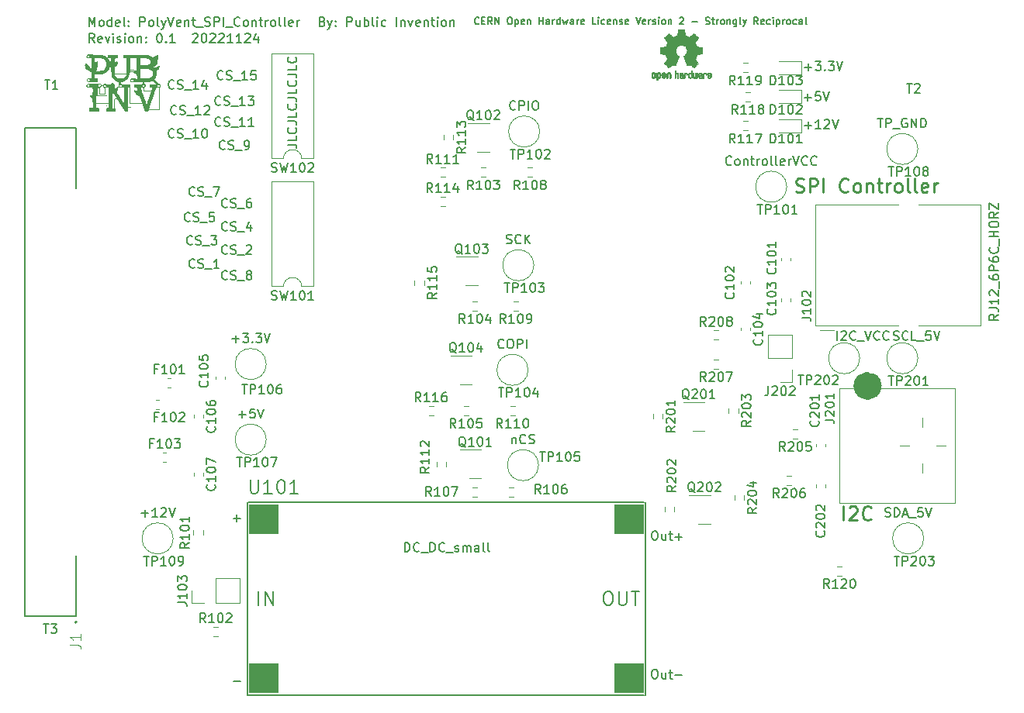
<source format=gbr>
%TF.GenerationSoftware,KiCad,Pcbnew,(6.0.6)*%
%TF.CreationDate,2022-11-29T14:39:04-05:00*%
%TF.ProjectId,PolyVent_SPI_Controller,506f6c79-5665-46e7-945f-5350495f436f,0.1*%
%TF.SameCoordinates,Original*%
%TF.FileFunction,Legend,Top*%
%TF.FilePolarity,Positive*%
%FSLAX46Y46*%
G04 Gerber Fmt 4.6, Leading zero omitted, Abs format (unit mm)*
G04 Created by KiCad (PCBNEW (6.0.6)) date 2022-11-29 14:39:04*
%MOMM*%
%LPD*%
G01*
G04 APERTURE LIST*
%ADD10C,0.220000*%
%ADD11C,0.150000*%
%ADD12C,0.152400*%
%ADD13C,0.093472*%
%ADD14C,0.120000*%
%ADD15C,1.560000*%
%ADD16C,0.100000*%
%ADD17C,0.010000*%
%ADD18C,0.127000*%
%ADD19C,0.200000*%
%ADD20R,3.175000X3.175000*%
G04 APERTURE END LIST*
D10*
X187892714Y-121201571D02*
X187892714Y-119701571D01*
X188535571Y-119844428D02*
X188607000Y-119773000D01*
X188749857Y-119701571D01*
X189107000Y-119701571D01*
X189249857Y-119773000D01*
X189321285Y-119844428D01*
X189392714Y-119987285D01*
X189392714Y-120130142D01*
X189321285Y-120344428D01*
X188464142Y-121201571D01*
X189392714Y-121201571D01*
X190892714Y-121058714D02*
X190821285Y-121130142D01*
X190607000Y-121201571D01*
X190464142Y-121201571D01*
X190249857Y-121130142D01*
X190107000Y-120987285D01*
X190035571Y-120844428D01*
X189964142Y-120558714D01*
X189964142Y-120344428D01*
X190035571Y-120058714D01*
X190107000Y-119915857D01*
X190249857Y-119773000D01*
X190464142Y-119701571D01*
X190607000Y-119701571D01*
X190821285Y-119773000D01*
X190892714Y-119844428D01*
X182694428Y-85316142D02*
X182908714Y-85387571D01*
X183265857Y-85387571D01*
X183408714Y-85316142D01*
X183480142Y-85244714D01*
X183551571Y-85101857D01*
X183551571Y-84959000D01*
X183480142Y-84816142D01*
X183408714Y-84744714D01*
X183265857Y-84673285D01*
X182980142Y-84601857D01*
X182837285Y-84530428D01*
X182765857Y-84459000D01*
X182694428Y-84316142D01*
X182694428Y-84173285D01*
X182765857Y-84030428D01*
X182837285Y-83959000D01*
X182980142Y-83887571D01*
X183337285Y-83887571D01*
X183551571Y-83959000D01*
X184194428Y-85387571D02*
X184194428Y-83887571D01*
X184765857Y-83887571D01*
X184908714Y-83959000D01*
X184980142Y-84030428D01*
X185051571Y-84173285D01*
X185051571Y-84387571D01*
X184980142Y-84530428D01*
X184908714Y-84601857D01*
X184765857Y-84673285D01*
X184194428Y-84673285D01*
X185694428Y-85387571D02*
X185694428Y-83887571D01*
X188408714Y-85244714D02*
X188337285Y-85316142D01*
X188123000Y-85387571D01*
X187980142Y-85387571D01*
X187765857Y-85316142D01*
X187623000Y-85173285D01*
X187551571Y-85030428D01*
X187480142Y-84744714D01*
X187480142Y-84530428D01*
X187551571Y-84244714D01*
X187623000Y-84101857D01*
X187765857Y-83959000D01*
X187980142Y-83887571D01*
X188123000Y-83887571D01*
X188337285Y-83959000D01*
X188408714Y-84030428D01*
X189265857Y-85387571D02*
X189123000Y-85316142D01*
X189051571Y-85244714D01*
X188980142Y-85101857D01*
X188980142Y-84673285D01*
X189051571Y-84530428D01*
X189123000Y-84459000D01*
X189265857Y-84387571D01*
X189480142Y-84387571D01*
X189623000Y-84459000D01*
X189694428Y-84530428D01*
X189765857Y-84673285D01*
X189765857Y-85101857D01*
X189694428Y-85244714D01*
X189623000Y-85316142D01*
X189480142Y-85387571D01*
X189265857Y-85387571D01*
X190408714Y-84387571D02*
X190408714Y-85387571D01*
X190408714Y-84530428D02*
X190480142Y-84459000D01*
X190623000Y-84387571D01*
X190837285Y-84387571D01*
X190980142Y-84459000D01*
X191051571Y-84601857D01*
X191051571Y-85387571D01*
X191551571Y-84387571D02*
X192123000Y-84387571D01*
X191765857Y-83887571D02*
X191765857Y-85173285D01*
X191837285Y-85316142D01*
X191980142Y-85387571D01*
X192123000Y-85387571D01*
X192623000Y-85387571D02*
X192623000Y-84387571D01*
X192623000Y-84673285D02*
X192694428Y-84530428D01*
X192765857Y-84459000D01*
X192908714Y-84387571D01*
X193051571Y-84387571D01*
X193765857Y-85387571D02*
X193623000Y-85316142D01*
X193551571Y-85244714D01*
X193480142Y-85101857D01*
X193480142Y-84673285D01*
X193551571Y-84530428D01*
X193623000Y-84459000D01*
X193765857Y-84387571D01*
X193980142Y-84387571D01*
X194123000Y-84459000D01*
X194194428Y-84530428D01*
X194265857Y-84673285D01*
X194265857Y-85101857D01*
X194194428Y-85244714D01*
X194123000Y-85316142D01*
X193980142Y-85387571D01*
X193765857Y-85387571D01*
X195123000Y-85387571D02*
X194980142Y-85316142D01*
X194908714Y-85173285D01*
X194908714Y-83887571D01*
X195908714Y-85387571D02*
X195765857Y-85316142D01*
X195694428Y-85173285D01*
X195694428Y-83887571D01*
X197051571Y-85316142D02*
X196908714Y-85387571D01*
X196623000Y-85387571D01*
X196480142Y-85316142D01*
X196408714Y-85173285D01*
X196408714Y-84601857D01*
X196480142Y-84459000D01*
X196623000Y-84387571D01*
X196908714Y-84387571D01*
X197051571Y-84459000D01*
X197123000Y-84601857D01*
X197123000Y-84744714D01*
X196408714Y-84887571D01*
X197765857Y-85387571D02*
X197765857Y-84387571D01*
X197765857Y-84673285D02*
X197837285Y-84530428D01*
X197908714Y-84459000D01*
X198051571Y-84387571D01*
X198194428Y-84387571D01*
D11*
X120388190Y-80621142D02*
X120340571Y-80668761D01*
X120197714Y-80716380D01*
X120102476Y-80716380D01*
X119959619Y-80668761D01*
X119864380Y-80573523D01*
X119816761Y-80478285D01*
X119769142Y-80287809D01*
X119769142Y-80144952D01*
X119816761Y-79954476D01*
X119864380Y-79859238D01*
X119959619Y-79764000D01*
X120102476Y-79716380D01*
X120197714Y-79716380D01*
X120340571Y-79764000D01*
X120388190Y-79811619D01*
X120769142Y-80668761D02*
X120912000Y-80716380D01*
X121150095Y-80716380D01*
X121245333Y-80668761D01*
X121292952Y-80621142D01*
X121340571Y-80525904D01*
X121340571Y-80430666D01*
X121292952Y-80335428D01*
X121245333Y-80287809D01*
X121150095Y-80240190D01*
X120959619Y-80192571D01*
X120864380Y-80144952D01*
X120816761Y-80097333D01*
X120769142Y-80002095D01*
X120769142Y-79906857D01*
X120816761Y-79811619D01*
X120864380Y-79764000D01*
X120959619Y-79716380D01*
X121197714Y-79716380D01*
X121340571Y-79764000D01*
X121531047Y-80811619D02*
X122292952Y-80811619D01*
X122578666Y-80716380D02*
X122769142Y-80716380D01*
X122864380Y-80668761D01*
X122912000Y-80621142D01*
X123007238Y-80478285D01*
X123054857Y-80287809D01*
X123054857Y-79906857D01*
X123007238Y-79811619D01*
X122959619Y-79764000D01*
X122864380Y-79716380D01*
X122673904Y-79716380D01*
X122578666Y-79764000D01*
X122531047Y-79811619D01*
X122483428Y-79906857D01*
X122483428Y-80144952D01*
X122531047Y-80240190D01*
X122578666Y-80287809D01*
X122673904Y-80335428D01*
X122864380Y-80335428D01*
X122959619Y-80287809D01*
X123007238Y-80240190D01*
X123054857Y-80144952D01*
X120642190Y-92051142D02*
X120594571Y-92098761D01*
X120451714Y-92146380D01*
X120356476Y-92146380D01*
X120213619Y-92098761D01*
X120118380Y-92003523D01*
X120070761Y-91908285D01*
X120023142Y-91717809D01*
X120023142Y-91574952D01*
X120070761Y-91384476D01*
X120118380Y-91289238D01*
X120213619Y-91194000D01*
X120356476Y-91146380D01*
X120451714Y-91146380D01*
X120594571Y-91194000D01*
X120642190Y-91241619D01*
X121023142Y-92098761D02*
X121166000Y-92146380D01*
X121404095Y-92146380D01*
X121499333Y-92098761D01*
X121546952Y-92051142D01*
X121594571Y-91955904D01*
X121594571Y-91860666D01*
X121546952Y-91765428D01*
X121499333Y-91717809D01*
X121404095Y-91670190D01*
X121213619Y-91622571D01*
X121118380Y-91574952D01*
X121070761Y-91527333D01*
X121023142Y-91432095D01*
X121023142Y-91336857D01*
X121070761Y-91241619D01*
X121118380Y-91194000D01*
X121213619Y-91146380D01*
X121451714Y-91146380D01*
X121594571Y-91194000D01*
X121785047Y-92241619D02*
X122546952Y-92241619D01*
X122737428Y-91241619D02*
X122785047Y-91194000D01*
X122880285Y-91146380D01*
X123118380Y-91146380D01*
X123213619Y-91194000D01*
X123261238Y-91241619D01*
X123308857Y-91336857D01*
X123308857Y-91432095D01*
X123261238Y-91574952D01*
X122689809Y-92146380D01*
X123308857Y-92146380D01*
X120642190Y-89511142D02*
X120594571Y-89558761D01*
X120451714Y-89606380D01*
X120356476Y-89606380D01*
X120213619Y-89558761D01*
X120118380Y-89463523D01*
X120070761Y-89368285D01*
X120023142Y-89177809D01*
X120023142Y-89034952D01*
X120070761Y-88844476D01*
X120118380Y-88749238D01*
X120213619Y-88654000D01*
X120356476Y-88606380D01*
X120451714Y-88606380D01*
X120594571Y-88654000D01*
X120642190Y-88701619D01*
X121023142Y-89558761D02*
X121166000Y-89606380D01*
X121404095Y-89606380D01*
X121499333Y-89558761D01*
X121546952Y-89511142D01*
X121594571Y-89415904D01*
X121594571Y-89320666D01*
X121546952Y-89225428D01*
X121499333Y-89177809D01*
X121404095Y-89130190D01*
X121213619Y-89082571D01*
X121118380Y-89034952D01*
X121070761Y-88987333D01*
X121023142Y-88892095D01*
X121023142Y-88796857D01*
X121070761Y-88701619D01*
X121118380Y-88654000D01*
X121213619Y-88606380D01*
X121451714Y-88606380D01*
X121594571Y-88654000D01*
X121785047Y-89701619D02*
X122546952Y-89701619D01*
X123213619Y-88939714D02*
X123213619Y-89606380D01*
X122975523Y-88558761D02*
X122737428Y-89273047D01*
X123356476Y-89273047D01*
D12*
X148100142Y-66947142D02*
X148063857Y-66983428D01*
X147955000Y-67019714D01*
X147882428Y-67019714D01*
X147773571Y-66983428D01*
X147701000Y-66910857D01*
X147664714Y-66838285D01*
X147628428Y-66693142D01*
X147628428Y-66584285D01*
X147664714Y-66439142D01*
X147701000Y-66366571D01*
X147773571Y-66294000D01*
X147882428Y-66257714D01*
X147955000Y-66257714D01*
X148063857Y-66294000D01*
X148100142Y-66330285D01*
X148426714Y-66620571D02*
X148680714Y-66620571D01*
X148789571Y-67019714D02*
X148426714Y-67019714D01*
X148426714Y-66257714D01*
X148789571Y-66257714D01*
X149551571Y-67019714D02*
X149297571Y-66656857D01*
X149116142Y-67019714D02*
X149116142Y-66257714D01*
X149406428Y-66257714D01*
X149479000Y-66294000D01*
X149515285Y-66330285D01*
X149551571Y-66402857D01*
X149551571Y-66511714D01*
X149515285Y-66584285D01*
X149479000Y-66620571D01*
X149406428Y-66656857D01*
X149116142Y-66656857D01*
X149878142Y-67019714D02*
X149878142Y-66257714D01*
X150313571Y-67019714D01*
X150313571Y-66257714D01*
X151402142Y-66257714D02*
X151547285Y-66257714D01*
X151619857Y-66294000D01*
X151692428Y-66366571D01*
X151728714Y-66511714D01*
X151728714Y-66765714D01*
X151692428Y-66910857D01*
X151619857Y-66983428D01*
X151547285Y-67019714D01*
X151402142Y-67019714D01*
X151329571Y-66983428D01*
X151257000Y-66910857D01*
X151220714Y-66765714D01*
X151220714Y-66511714D01*
X151257000Y-66366571D01*
X151329571Y-66294000D01*
X151402142Y-66257714D01*
X152055285Y-66511714D02*
X152055285Y-67273714D01*
X152055285Y-66548000D02*
X152127857Y-66511714D01*
X152273000Y-66511714D01*
X152345571Y-66548000D01*
X152381857Y-66584285D01*
X152418142Y-66656857D01*
X152418142Y-66874571D01*
X152381857Y-66947142D01*
X152345571Y-66983428D01*
X152273000Y-67019714D01*
X152127857Y-67019714D01*
X152055285Y-66983428D01*
X153035000Y-66983428D02*
X152962428Y-67019714D01*
X152817285Y-67019714D01*
X152744714Y-66983428D01*
X152708428Y-66910857D01*
X152708428Y-66620571D01*
X152744714Y-66548000D01*
X152817285Y-66511714D01*
X152962428Y-66511714D01*
X153035000Y-66548000D01*
X153071285Y-66620571D01*
X153071285Y-66693142D01*
X152708428Y-66765714D01*
X153397857Y-66511714D02*
X153397857Y-67019714D01*
X153397857Y-66584285D02*
X153434142Y-66548000D01*
X153506714Y-66511714D01*
X153615571Y-66511714D01*
X153688142Y-66548000D01*
X153724428Y-66620571D01*
X153724428Y-67019714D01*
X154667857Y-67019714D02*
X154667857Y-66257714D01*
X154667857Y-66620571D02*
X155103285Y-66620571D01*
X155103285Y-67019714D02*
X155103285Y-66257714D01*
X155792714Y-67019714D02*
X155792714Y-66620571D01*
X155756428Y-66548000D01*
X155683857Y-66511714D01*
X155538714Y-66511714D01*
X155466142Y-66548000D01*
X155792714Y-66983428D02*
X155720142Y-67019714D01*
X155538714Y-67019714D01*
X155466142Y-66983428D01*
X155429857Y-66910857D01*
X155429857Y-66838285D01*
X155466142Y-66765714D01*
X155538714Y-66729428D01*
X155720142Y-66729428D01*
X155792714Y-66693142D01*
X156155571Y-67019714D02*
X156155571Y-66511714D01*
X156155571Y-66656857D02*
X156191857Y-66584285D01*
X156228142Y-66548000D01*
X156300714Y-66511714D01*
X156373285Y-66511714D01*
X156953857Y-67019714D02*
X156953857Y-66257714D01*
X156953857Y-66983428D02*
X156881285Y-67019714D01*
X156736142Y-67019714D01*
X156663571Y-66983428D01*
X156627285Y-66947142D01*
X156591000Y-66874571D01*
X156591000Y-66656857D01*
X156627285Y-66584285D01*
X156663571Y-66548000D01*
X156736142Y-66511714D01*
X156881285Y-66511714D01*
X156953857Y-66548000D01*
X157244142Y-66511714D02*
X157389285Y-67019714D01*
X157534428Y-66656857D01*
X157679571Y-67019714D01*
X157824714Y-66511714D01*
X158441571Y-67019714D02*
X158441571Y-66620571D01*
X158405285Y-66548000D01*
X158332714Y-66511714D01*
X158187571Y-66511714D01*
X158115000Y-66548000D01*
X158441571Y-66983428D02*
X158369000Y-67019714D01*
X158187571Y-67019714D01*
X158115000Y-66983428D01*
X158078714Y-66910857D01*
X158078714Y-66838285D01*
X158115000Y-66765714D01*
X158187571Y-66729428D01*
X158369000Y-66729428D01*
X158441571Y-66693142D01*
X158804428Y-67019714D02*
X158804428Y-66511714D01*
X158804428Y-66656857D02*
X158840714Y-66584285D01*
X158877000Y-66548000D01*
X158949571Y-66511714D01*
X159022142Y-66511714D01*
X159566428Y-66983428D02*
X159493857Y-67019714D01*
X159348714Y-67019714D01*
X159276142Y-66983428D01*
X159239857Y-66910857D01*
X159239857Y-66620571D01*
X159276142Y-66548000D01*
X159348714Y-66511714D01*
X159493857Y-66511714D01*
X159566428Y-66548000D01*
X159602714Y-66620571D01*
X159602714Y-66693142D01*
X159239857Y-66765714D01*
X160872714Y-67019714D02*
X160509857Y-67019714D01*
X160509857Y-66257714D01*
X161126714Y-67019714D02*
X161126714Y-66511714D01*
X161126714Y-66257714D02*
X161090428Y-66294000D01*
X161126714Y-66330285D01*
X161163000Y-66294000D01*
X161126714Y-66257714D01*
X161126714Y-66330285D01*
X161816142Y-66983428D02*
X161743571Y-67019714D01*
X161598428Y-67019714D01*
X161525857Y-66983428D01*
X161489571Y-66947142D01*
X161453285Y-66874571D01*
X161453285Y-66656857D01*
X161489571Y-66584285D01*
X161525857Y-66548000D01*
X161598428Y-66511714D01*
X161743571Y-66511714D01*
X161816142Y-66548000D01*
X162433000Y-66983428D02*
X162360428Y-67019714D01*
X162215285Y-67019714D01*
X162142714Y-66983428D01*
X162106428Y-66910857D01*
X162106428Y-66620571D01*
X162142714Y-66548000D01*
X162215285Y-66511714D01*
X162360428Y-66511714D01*
X162433000Y-66548000D01*
X162469285Y-66620571D01*
X162469285Y-66693142D01*
X162106428Y-66765714D01*
X162795857Y-66511714D02*
X162795857Y-67019714D01*
X162795857Y-66584285D02*
X162832142Y-66548000D01*
X162904714Y-66511714D01*
X163013571Y-66511714D01*
X163086142Y-66548000D01*
X163122428Y-66620571D01*
X163122428Y-67019714D01*
X163449000Y-66983428D02*
X163521571Y-67019714D01*
X163666714Y-67019714D01*
X163739285Y-66983428D01*
X163775571Y-66910857D01*
X163775571Y-66874571D01*
X163739285Y-66802000D01*
X163666714Y-66765714D01*
X163557857Y-66765714D01*
X163485285Y-66729428D01*
X163449000Y-66656857D01*
X163449000Y-66620571D01*
X163485285Y-66548000D01*
X163557857Y-66511714D01*
X163666714Y-66511714D01*
X163739285Y-66548000D01*
X164392428Y-66983428D02*
X164319857Y-67019714D01*
X164174714Y-67019714D01*
X164102142Y-66983428D01*
X164065857Y-66910857D01*
X164065857Y-66620571D01*
X164102142Y-66548000D01*
X164174714Y-66511714D01*
X164319857Y-66511714D01*
X164392428Y-66548000D01*
X164428714Y-66620571D01*
X164428714Y-66693142D01*
X164065857Y-66765714D01*
X165227000Y-66257714D02*
X165481000Y-67019714D01*
X165735000Y-66257714D01*
X166279285Y-66983428D02*
X166206714Y-67019714D01*
X166061571Y-67019714D01*
X165989000Y-66983428D01*
X165952714Y-66910857D01*
X165952714Y-66620571D01*
X165989000Y-66548000D01*
X166061571Y-66511714D01*
X166206714Y-66511714D01*
X166279285Y-66548000D01*
X166315571Y-66620571D01*
X166315571Y-66693142D01*
X165952714Y-66765714D01*
X166642142Y-67019714D02*
X166642142Y-66511714D01*
X166642142Y-66656857D02*
X166678428Y-66584285D01*
X166714714Y-66548000D01*
X166787285Y-66511714D01*
X166859857Y-66511714D01*
X167077571Y-66983428D02*
X167150142Y-67019714D01*
X167295285Y-67019714D01*
X167367857Y-66983428D01*
X167404142Y-66910857D01*
X167404142Y-66874571D01*
X167367857Y-66802000D01*
X167295285Y-66765714D01*
X167186428Y-66765714D01*
X167113857Y-66729428D01*
X167077571Y-66656857D01*
X167077571Y-66620571D01*
X167113857Y-66548000D01*
X167186428Y-66511714D01*
X167295285Y-66511714D01*
X167367857Y-66548000D01*
X167730714Y-67019714D02*
X167730714Y-66511714D01*
X167730714Y-66257714D02*
X167694428Y-66294000D01*
X167730714Y-66330285D01*
X167767000Y-66294000D01*
X167730714Y-66257714D01*
X167730714Y-66330285D01*
X168202428Y-67019714D02*
X168129857Y-66983428D01*
X168093571Y-66947142D01*
X168057285Y-66874571D01*
X168057285Y-66656857D01*
X168093571Y-66584285D01*
X168129857Y-66548000D01*
X168202428Y-66511714D01*
X168311285Y-66511714D01*
X168383857Y-66548000D01*
X168420142Y-66584285D01*
X168456428Y-66656857D01*
X168456428Y-66874571D01*
X168420142Y-66947142D01*
X168383857Y-66983428D01*
X168311285Y-67019714D01*
X168202428Y-67019714D01*
X168783000Y-66511714D02*
X168783000Y-67019714D01*
X168783000Y-66584285D02*
X168819285Y-66548000D01*
X168891857Y-66511714D01*
X169000714Y-66511714D01*
X169073285Y-66548000D01*
X169109571Y-66620571D01*
X169109571Y-67019714D01*
X170016714Y-66330285D02*
X170053000Y-66294000D01*
X170125571Y-66257714D01*
X170307000Y-66257714D01*
X170379571Y-66294000D01*
X170415857Y-66330285D01*
X170452142Y-66402857D01*
X170452142Y-66475428D01*
X170415857Y-66584285D01*
X169980428Y-67019714D01*
X170452142Y-67019714D01*
X171359285Y-66729428D02*
X171939857Y-66729428D01*
X172847000Y-66983428D02*
X172955857Y-67019714D01*
X173137285Y-67019714D01*
X173209857Y-66983428D01*
X173246142Y-66947142D01*
X173282428Y-66874571D01*
X173282428Y-66802000D01*
X173246142Y-66729428D01*
X173209857Y-66693142D01*
X173137285Y-66656857D01*
X172992142Y-66620571D01*
X172919571Y-66584285D01*
X172883285Y-66548000D01*
X172847000Y-66475428D01*
X172847000Y-66402857D01*
X172883285Y-66330285D01*
X172919571Y-66294000D01*
X172992142Y-66257714D01*
X173173571Y-66257714D01*
X173282428Y-66294000D01*
X173500142Y-66511714D02*
X173790428Y-66511714D01*
X173609000Y-66257714D02*
X173609000Y-66910857D01*
X173645285Y-66983428D01*
X173717857Y-67019714D01*
X173790428Y-67019714D01*
X174044428Y-67019714D02*
X174044428Y-66511714D01*
X174044428Y-66656857D02*
X174080714Y-66584285D01*
X174117000Y-66548000D01*
X174189571Y-66511714D01*
X174262142Y-66511714D01*
X174625000Y-67019714D02*
X174552428Y-66983428D01*
X174516142Y-66947142D01*
X174479857Y-66874571D01*
X174479857Y-66656857D01*
X174516142Y-66584285D01*
X174552428Y-66548000D01*
X174625000Y-66511714D01*
X174733857Y-66511714D01*
X174806428Y-66548000D01*
X174842714Y-66584285D01*
X174879000Y-66656857D01*
X174879000Y-66874571D01*
X174842714Y-66947142D01*
X174806428Y-66983428D01*
X174733857Y-67019714D01*
X174625000Y-67019714D01*
X175205571Y-66511714D02*
X175205571Y-67019714D01*
X175205571Y-66584285D02*
X175241857Y-66548000D01*
X175314428Y-66511714D01*
X175423285Y-66511714D01*
X175495857Y-66548000D01*
X175532142Y-66620571D01*
X175532142Y-67019714D01*
X176221571Y-66511714D02*
X176221571Y-67128571D01*
X176185285Y-67201142D01*
X176149000Y-67237428D01*
X176076428Y-67273714D01*
X175967571Y-67273714D01*
X175895000Y-67237428D01*
X176221571Y-66983428D02*
X176149000Y-67019714D01*
X176003857Y-67019714D01*
X175931285Y-66983428D01*
X175895000Y-66947142D01*
X175858714Y-66874571D01*
X175858714Y-66656857D01*
X175895000Y-66584285D01*
X175931285Y-66548000D01*
X176003857Y-66511714D01*
X176149000Y-66511714D01*
X176221571Y-66548000D01*
X176693285Y-67019714D02*
X176620714Y-66983428D01*
X176584428Y-66910857D01*
X176584428Y-66257714D01*
X176911000Y-66511714D02*
X177092428Y-67019714D01*
X177273857Y-66511714D02*
X177092428Y-67019714D01*
X177019857Y-67201142D01*
X176983571Y-67237428D01*
X176911000Y-67273714D01*
X178580142Y-67019714D02*
X178326142Y-66656857D01*
X178144714Y-67019714D02*
X178144714Y-66257714D01*
X178435000Y-66257714D01*
X178507571Y-66294000D01*
X178543857Y-66330285D01*
X178580142Y-66402857D01*
X178580142Y-66511714D01*
X178543857Y-66584285D01*
X178507571Y-66620571D01*
X178435000Y-66656857D01*
X178144714Y-66656857D01*
X179197000Y-66983428D02*
X179124428Y-67019714D01*
X178979285Y-67019714D01*
X178906714Y-66983428D01*
X178870428Y-66910857D01*
X178870428Y-66620571D01*
X178906714Y-66548000D01*
X178979285Y-66511714D01*
X179124428Y-66511714D01*
X179197000Y-66548000D01*
X179233285Y-66620571D01*
X179233285Y-66693142D01*
X178870428Y-66765714D01*
X179886428Y-66983428D02*
X179813857Y-67019714D01*
X179668714Y-67019714D01*
X179596142Y-66983428D01*
X179559857Y-66947142D01*
X179523571Y-66874571D01*
X179523571Y-66656857D01*
X179559857Y-66584285D01*
X179596142Y-66548000D01*
X179668714Y-66511714D01*
X179813857Y-66511714D01*
X179886428Y-66548000D01*
X180213000Y-67019714D02*
X180213000Y-66511714D01*
X180213000Y-66257714D02*
X180176714Y-66294000D01*
X180213000Y-66330285D01*
X180249285Y-66294000D01*
X180213000Y-66257714D01*
X180213000Y-66330285D01*
X180575857Y-66511714D02*
X180575857Y-67273714D01*
X180575857Y-66548000D02*
X180648428Y-66511714D01*
X180793571Y-66511714D01*
X180866142Y-66548000D01*
X180902428Y-66584285D01*
X180938714Y-66656857D01*
X180938714Y-66874571D01*
X180902428Y-66947142D01*
X180866142Y-66983428D01*
X180793571Y-67019714D01*
X180648428Y-67019714D01*
X180575857Y-66983428D01*
X181265285Y-67019714D02*
X181265285Y-66511714D01*
X181265285Y-66656857D02*
X181301571Y-66584285D01*
X181337857Y-66548000D01*
X181410428Y-66511714D01*
X181483000Y-66511714D01*
X181845857Y-67019714D02*
X181773285Y-66983428D01*
X181737000Y-66947142D01*
X181700714Y-66874571D01*
X181700714Y-66656857D01*
X181737000Y-66584285D01*
X181773285Y-66548000D01*
X181845857Y-66511714D01*
X181954714Y-66511714D01*
X182027285Y-66548000D01*
X182063571Y-66584285D01*
X182099857Y-66656857D01*
X182099857Y-66874571D01*
X182063571Y-66947142D01*
X182027285Y-66983428D01*
X181954714Y-67019714D01*
X181845857Y-67019714D01*
X182753000Y-66983428D02*
X182680428Y-67019714D01*
X182535285Y-67019714D01*
X182462714Y-66983428D01*
X182426428Y-66947142D01*
X182390142Y-66874571D01*
X182390142Y-66656857D01*
X182426428Y-66584285D01*
X182462714Y-66548000D01*
X182535285Y-66511714D01*
X182680428Y-66511714D01*
X182753000Y-66548000D01*
X183406142Y-67019714D02*
X183406142Y-66620571D01*
X183369857Y-66548000D01*
X183297285Y-66511714D01*
X183152142Y-66511714D01*
X183079571Y-66548000D01*
X183406142Y-66983428D02*
X183333571Y-67019714D01*
X183152142Y-67019714D01*
X183079571Y-66983428D01*
X183043285Y-66910857D01*
X183043285Y-66838285D01*
X183079571Y-66765714D01*
X183152142Y-66729428D01*
X183333571Y-66729428D01*
X183406142Y-66693142D01*
X183877857Y-67019714D02*
X183805285Y-66983428D01*
X183769000Y-66910857D01*
X183769000Y-66257714D01*
D11*
X115086000Y-76811142D02*
X115038380Y-76858761D01*
X114895523Y-76906380D01*
X114800285Y-76906380D01*
X114657428Y-76858761D01*
X114562190Y-76763523D01*
X114514571Y-76668285D01*
X114466952Y-76477809D01*
X114466952Y-76334952D01*
X114514571Y-76144476D01*
X114562190Y-76049238D01*
X114657428Y-75954000D01*
X114800285Y-75906380D01*
X114895523Y-75906380D01*
X115038380Y-75954000D01*
X115086000Y-76001619D01*
X115466952Y-76858761D02*
X115609809Y-76906380D01*
X115847904Y-76906380D01*
X115943142Y-76858761D01*
X115990761Y-76811142D01*
X116038380Y-76715904D01*
X116038380Y-76620666D01*
X115990761Y-76525428D01*
X115943142Y-76477809D01*
X115847904Y-76430190D01*
X115657428Y-76382571D01*
X115562190Y-76334952D01*
X115514571Y-76287333D01*
X115466952Y-76192095D01*
X115466952Y-76096857D01*
X115514571Y-76001619D01*
X115562190Y-75954000D01*
X115657428Y-75906380D01*
X115895523Y-75906380D01*
X116038380Y-75954000D01*
X116228857Y-77001619D02*
X116990761Y-77001619D01*
X117752666Y-76906380D02*
X117181238Y-76906380D01*
X117466952Y-76906380D02*
X117466952Y-75906380D01*
X117371714Y-76049238D01*
X117276476Y-76144476D01*
X117181238Y-76192095D01*
X118133619Y-76001619D02*
X118181238Y-75954000D01*
X118276476Y-75906380D01*
X118514571Y-75906380D01*
X118609809Y-75954000D01*
X118657428Y-76001619D01*
X118705047Y-76096857D01*
X118705047Y-76192095D01*
X118657428Y-76334952D01*
X118086000Y-76906380D01*
X118705047Y-76906380D01*
X183626285Y-75001428D02*
X184388190Y-75001428D01*
X184007238Y-75382380D02*
X184007238Y-74620476D01*
X185340571Y-74382380D02*
X184864380Y-74382380D01*
X184816761Y-74858571D01*
X184864380Y-74810952D01*
X184959619Y-74763333D01*
X185197714Y-74763333D01*
X185292952Y-74810952D01*
X185340571Y-74858571D01*
X185388190Y-74953809D01*
X185388190Y-75191904D01*
X185340571Y-75287142D01*
X185292952Y-75334761D01*
X185197714Y-75382380D01*
X184959619Y-75382380D01*
X184864380Y-75334761D01*
X184816761Y-75287142D01*
X185673904Y-74382380D02*
X186007238Y-75382380D01*
X186340571Y-74382380D01*
X117086190Y-93575142D02*
X117038571Y-93622761D01*
X116895714Y-93670380D01*
X116800476Y-93670380D01*
X116657619Y-93622761D01*
X116562380Y-93527523D01*
X116514761Y-93432285D01*
X116467142Y-93241809D01*
X116467142Y-93098952D01*
X116514761Y-92908476D01*
X116562380Y-92813238D01*
X116657619Y-92718000D01*
X116800476Y-92670380D01*
X116895714Y-92670380D01*
X117038571Y-92718000D01*
X117086190Y-92765619D01*
X117467142Y-93622761D02*
X117610000Y-93670380D01*
X117848095Y-93670380D01*
X117943333Y-93622761D01*
X117990952Y-93575142D01*
X118038571Y-93479904D01*
X118038571Y-93384666D01*
X117990952Y-93289428D01*
X117943333Y-93241809D01*
X117848095Y-93194190D01*
X117657619Y-93146571D01*
X117562380Y-93098952D01*
X117514761Y-93051333D01*
X117467142Y-92956095D01*
X117467142Y-92860857D01*
X117514761Y-92765619D01*
X117562380Y-92718000D01*
X117657619Y-92670380D01*
X117895714Y-92670380D01*
X118038571Y-92718000D01*
X118229047Y-93765619D02*
X118990952Y-93765619D01*
X119752857Y-93670380D02*
X119181428Y-93670380D01*
X119467142Y-93670380D02*
X119467142Y-92670380D01*
X119371904Y-92813238D01*
X119276666Y-92908476D01*
X119181428Y-92956095D01*
X116832190Y-91035142D02*
X116784571Y-91082761D01*
X116641714Y-91130380D01*
X116546476Y-91130380D01*
X116403619Y-91082761D01*
X116308380Y-90987523D01*
X116260761Y-90892285D01*
X116213142Y-90701809D01*
X116213142Y-90558952D01*
X116260761Y-90368476D01*
X116308380Y-90273238D01*
X116403619Y-90178000D01*
X116546476Y-90130380D01*
X116641714Y-90130380D01*
X116784571Y-90178000D01*
X116832190Y-90225619D01*
X117213142Y-91082761D02*
X117356000Y-91130380D01*
X117594095Y-91130380D01*
X117689333Y-91082761D01*
X117736952Y-91035142D01*
X117784571Y-90939904D01*
X117784571Y-90844666D01*
X117736952Y-90749428D01*
X117689333Y-90701809D01*
X117594095Y-90654190D01*
X117403619Y-90606571D01*
X117308380Y-90558952D01*
X117260761Y-90511333D01*
X117213142Y-90416095D01*
X117213142Y-90320857D01*
X117260761Y-90225619D01*
X117308380Y-90178000D01*
X117403619Y-90130380D01*
X117641714Y-90130380D01*
X117784571Y-90178000D01*
X117975047Y-91225619D02*
X118736952Y-91225619D01*
X118879809Y-90130380D02*
X119498857Y-90130380D01*
X119165523Y-90511333D01*
X119308380Y-90511333D01*
X119403619Y-90558952D01*
X119451238Y-90606571D01*
X119498857Y-90701809D01*
X119498857Y-90939904D01*
X119451238Y-91035142D01*
X119403619Y-91082761D01*
X119308380Y-91130380D01*
X119022666Y-91130380D01*
X118927428Y-91082761D01*
X118879809Y-91035142D01*
X131025190Y-66730571D02*
X131168047Y-66778190D01*
X131215666Y-66825809D01*
X131263285Y-66921047D01*
X131263285Y-67063904D01*
X131215666Y-67159142D01*
X131168047Y-67206761D01*
X131072809Y-67254380D01*
X130691857Y-67254380D01*
X130691857Y-66254380D01*
X131025190Y-66254380D01*
X131120428Y-66302000D01*
X131168047Y-66349619D01*
X131215666Y-66444857D01*
X131215666Y-66540095D01*
X131168047Y-66635333D01*
X131120428Y-66682952D01*
X131025190Y-66730571D01*
X130691857Y-66730571D01*
X131596619Y-66587714D02*
X131834714Y-67254380D01*
X132072809Y-66587714D02*
X131834714Y-67254380D01*
X131739476Y-67492476D01*
X131691857Y-67540095D01*
X131596619Y-67587714D01*
X132453761Y-67159142D02*
X132501380Y-67206761D01*
X132453761Y-67254380D01*
X132406142Y-67206761D01*
X132453761Y-67159142D01*
X132453761Y-67254380D01*
X132453761Y-66635333D02*
X132501380Y-66682952D01*
X132453761Y-66730571D01*
X132406142Y-66682952D01*
X132453761Y-66635333D01*
X132453761Y-66730571D01*
X133691857Y-67254380D02*
X133691857Y-66254380D01*
X134072809Y-66254380D01*
X134168047Y-66302000D01*
X134215666Y-66349619D01*
X134263285Y-66444857D01*
X134263285Y-66587714D01*
X134215666Y-66682952D01*
X134168047Y-66730571D01*
X134072809Y-66778190D01*
X133691857Y-66778190D01*
X135120428Y-66587714D02*
X135120428Y-67254380D01*
X134691857Y-66587714D02*
X134691857Y-67111523D01*
X134739476Y-67206761D01*
X134834714Y-67254380D01*
X134977571Y-67254380D01*
X135072809Y-67206761D01*
X135120428Y-67159142D01*
X135596619Y-67254380D02*
X135596619Y-66254380D01*
X135596619Y-66635333D02*
X135691857Y-66587714D01*
X135882333Y-66587714D01*
X135977571Y-66635333D01*
X136025190Y-66682952D01*
X136072809Y-66778190D01*
X136072809Y-67063904D01*
X136025190Y-67159142D01*
X135977571Y-67206761D01*
X135882333Y-67254380D01*
X135691857Y-67254380D01*
X135596619Y-67206761D01*
X136644238Y-67254380D02*
X136549000Y-67206761D01*
X136501380Y-67111523D01*
X136501380Y-66254380D01*
X137025190Y-67254380D02*
X137025190Y-66587714D01*
X137025190Y-66254380D02*
X136977571Y-66302000D01*
X137025190Y-66349619D01*
X137072809Y-66302000D01*
X137025190Y-66254380D01*
X137025190Y-66349619D01*
X137929952Y-67206761D02*
X137834714Y-67254380D01*
X137644238Y-67254380D01*
X137549000Y-67206761D01*
X137501380Y-67159142D01*
X137453761Y-67063904D01*
X137453761Y-66778190D01*
X137501380Y-66682952D01*
X137549000Y-66635333D01*
X137644238Y-66587714D01*
X137834714Y-66587714D01*
X137929952Y-66635333D01*
X139120428Y-67254380D02*
X139120428Y-66254380D01*
X139596619Y-66587714D02*
X139596619Y-67254380D01*
X139596619Y-66682952D02*
X139644238Y-66635333D01*
X139739476Y-66587714D01*
X139882333Y-66587714D01*
X139977571Y-66635333D01*
X140025190Y-66730571D01*
X140025190Y-67254380D01*
X140406142Y-66587714D02*
X140644238Y-67254380D01*
X140882333Y-66587714D01*
X141644238Y-67206761D02*
X141549000Y-67254380D01*
X141358523Y-67254380D01*
X141263285Y-67206761D01*
X141215666Y-67111523D01*
X141215666Y-66730571D01*
X141263285Y-66635333D01*
X141358523Y-66587714D01*
X141549000Y-66587714D01*
X141644238Y-66635333D01*
X141691857Y-66730571D01*
X141691857Y-66825809D01*
X141215666Y-66921047D01*
X142120428Y-66587714D02*
X142120428Y-67254380D01*
X142120428Y-66682952D02*
X142168047Y-66635333D01*
X142263285Y-66587714D01*
X142406142Y-66587714D01*
X142501380Y-66635333D01*
X142549000Y-66730571D01*
X142549000Y-67254380D01*
X142882333Y-66587714D02*
X143263285Y-66587714D01*
X143025190Y-66254380D02*
X143025190Y-67111523D01*
X143072809Y-67206761D01*
X143168047Y-67254380D01*
X143263285Y-67254380D01*
X143596619Y-67254380D02*
X143596619Y-66587714D01*
X143596619Y-66254380D02*
X143549000Y-66302000D01*
X143596619Y-66349619D01*
X143644238Y-66302000D01*
X143596619Y-66254380D01*
X143596619Y-66349619D01*
X144215666Y-67254380D02*
X144120428Y-67206761D01*
X144072809Y-67159142D01*
X144025190Y-67063904D01*
X144025190Y-66778190D01*
X144072809Y-66682952D01*
X144120428Y-66635333D01*
X144215666Y-66587714D01*
X144358523Y-66587714D01*
X144453761Y-66635333D01*
X144501380Y-66682952D01*
X144549000Y-66778190D01*
X144549000Y-67063904D01*
X144501380Y-67159142D01*
X144453761Y-67206761D01*
X144358523Y-67254380D01*
X144215666Y-67254380D01*
X144977571Y-66587714D02*
X144977571Y-67254380D01*
X144977571Y-66682952D02*
X145025190Y-66635333D01*
X145120428Y-66587714D01*
X145263285Y-66587714D01*
X145358523Y-66635333D01*
X145406142Y-66730571D01*
X145406142Y-67254380D01*
X120166000Y-73001142D02*
X120118380Y-73048761D01*
X119975523Y-73096380D01*
X119880285Y-73096380D01*
X119737428Y-73048761D01*
X119642190Y-72953523D01*
X119594571Y-72858285D01*
X119546952Y-72667809D01*
X119546952Y-72524952D01*
X119594571Y-72334476D01*
X119642190Y-72239238D01*
X119737428Y-72144000D01*
X119880285Y-72096380D01*
X119975523Y-72096380D01*
X120118380Y-72144000D01*
X120166000Y-72191619D01*
X120546952Y-73048761D02*
X120689809Y-73096380D01*
X120927904Y-73096380D01*
X121023142Y-73048761D01*
X121070761Y-73001142D01*
X121118380Y-72905904D01*
X121118380Y-72810666D01*
X121070761Y-72715428D01*
X121023142Y-72667809D01*
X120927904Y-72620190D01*
X120737428Y-72572571D01*
X120642190Y-72524952D01*
X120594571Y-72477333D01*
X120546952Y-72382095D01*
X120546952Y-72286857D01*
X120594571Y-72191619D01*
X120642190Y-72144000D01*
X120737428Y-72096380D01*
X120975523Y-72096380D01*
X121118380Y-72144000D01*
X121308857Y-73191619D02*
X122070761Y-73191619D01*
X122832666Y-73096380D02*
X122261238Y-73096380D01*
X122546952Y-73096380D02*
X122546952Y-72096380D01*
X122451714Y-72239238D01*
X122356476Y-72334476D01*
X122261238Y-72382095D01*
X123737428Y-72096380D02*
X123261238Y-72096380D01*
X123213619Y-72572571D01*
X123261238Y-72524952D01*
X123356476Y-72477333D01*
X123594571Y-72477333D01*
X123689809Y-72524952D01*
X123737428Y-72572571D01*
X123785047Y-72667809D01*
X123785047Y-72905904D01*
X123737428Y-73001142D01*
X123689809Y-73048761D01*
X123594571Y-73096380D01*
X123356476Y-73096380D01*
X123261238Y-73048761D01*
X123213619Y-73001142D01*
X105538428Y-67254380D02*
X105538428Y-66254380D01*
X105871761Y-66968666D01*
X106205095Y-66254380D01*
X106205095Y-67254380D01*
X106824142Y-67254380D02*
X106728904Y-67206761D01*
X106681285Y-67159142D01*
X106633666Y-67063904D01*
X106633666Y-66778190D01*
X106681285Y-66682952D01*
X106728904Y-66635333D01*
X106824142Y-66587714D01*
X106967000Y-66587714D01*
X107062238Y-66635333D01*
X107109857Y-66682952D01*
X107157476Y-66778190D01*
X107157476Y-67063904D01*
X107109857Y-67159142D01*
X107062238Y-67206761D01*
X106967000Y-67254380D01*
X106824142Y-67254380D01*
X108014619Y-67254380D02*
X108014619Y-66254380D01*
X108014619Y-67206761D02*
X107919380Y-67254380D01*
X107728904Y-67254380D01*
X107633666Y-67206761D01*
X107586047Y-67159142D01*
X107538428Y-67063904D01*
X107538428Y-66778190D01*
X107586047Y-66682952D01*
X107633666Y-66635333D01*
X107728904Y-66587714D01*
X107919380Y-66587714D01*
X108014619Y-66635333D01*
X108871761Y-67206761D02*
X108776523Y-67254380D01*
X108586047Y-67254380D01*
X108490809Y-67206761D01*
X108443190Y-67111523D01*
X108443190Y-66730571D01*
X108490809Y-66635333D01*
X108586047Y-66587714D01*
X108776523Y-66587714D01*
X108871761Y-66635333D01*
X108919380Y-66730571D01*
X108919380Y-66825809D01*
X108443190Y-66921047D01*
X109490809Y-67254380D02*
X109395571Y-67206761D01*
X109347952Y-67111523D01*
X109347952Y-66254380D01*
X109871761Y-67159142D02*
X109919380Y-67206761D01*
X109871761Y-67254380D01*
X109824142Y-67206761D01*
X109871761Y-67159142D01*
X109871761Y-67254380D01*
X109871761Y-66635333D02*
X109919380Y-66682952D01*
X109871761Y-66730571D01*
X109824142Y-66682952D01*
X109871761Y-66635333D01*
X109871761Y-66730571D01*
X111109857Y-67254380D02*
X111109857Y-66254380D01*
X111490809Y-66254380D01*
X111586047Y-66302000D01*
X111633666Y-66349619D01*
X111681285Y-66444857D01*
X111681285Y-66587714D01*
X111633666Y-66682952D01*
X111586047Y-66730571D01*
X111490809Y-66778190D01*
X111109857Y-66778190D01*
X112252714Y-67254380D02*
X112157476Y-67206761D01*
X112109857Y-67159142D01*
X112062238Y-67063904D01*
X112062238Y-66778190D01*
X112109857Y-66682952D01*
X112157476Y-66635333D01*
X112252714Y-66587714D01*
X112395571Y-66587714D01*
X112490809Y-66635333D01*
X112538428Y-66682952D01*
X112586047Y-66778190D01*
X112586047Y-67063904D01*
X112538428Y-67159142D01*
X112490809Y-67206761D01*
X112395571Y-67254380D01*
X112252714Y-67254380D01*
X113157476Y-67254380D02*
X113062238Y-67206761D01*
X113014619Y-67111523D01*
X113014619Y-66254380D01*
X113443190Y-66587714D02*
X113681285Y-67254380D01*
X113919380Y-66587714D02*
X113681285Y-67254380D01*
X113586047Y-67492476D01*
X113538428Y-67540095D01*
X113443190Y-67587714D01*
X114157476Y-66254380D02*
X114490809Y-67254380D01*
X114824142Y-66254380D01*
X115538428Y-67206761D02*
X115443190Y-67254380D01*
X115252714Y-67254380D01*
X115157476Y-67206761D01*
X115109857Y-67111523D01*
X115109857Y-66730571D01*
X115157476Y-66635333D01*
X115252714Y-66587714D01*
X115443190Y-66587714D01*
X115538428Y-66635333D01*
X115586047Y-66730571D01*
X115586047Y-66825809D01*
X115109857Y-66921047D01*
X116014619Y-66587714D02*
X116014619Y-67254380D01*
X116014619Y-66682952D02*
X116062238Y-66635333D01*
X116157476Y-66587714D01*
X116300333Y-66587714D01*
X116395571Y-66635333D01*
X116443190Y-66730571D01*
X116443190Y-67254380D01*
X116776523Y-66587714D02*
X117157476Y-66587714D01*
X116919380Y-66254380D02*
X116919380Y-67111523D01*
X116966999Y-67206761D01*
X117062238Y-67254380D01*
X117157476Y-67254380D01*
X117252714Y-67349619D02*
X118014619Y-67349619D01*
X118205095Y-67206761D02*
X118347952Y-67254380D01*
X118586047Y-67254380D01*
X118681285Y-67206761D01*
X118728904Y-67159142D01*
X118776523Y-67063904D01*
X118776523Y-66968666D01*
X118728904Y-66873428D01*
X118681285Y-66825809D01*
X118586047Y-66778190D01*
X118395571Y-66730571D01*
X118300333Y-66682952D01*
X118252714Y-66635333D01*
X118205095Y-66540095D01*
X118205095Y-66444857D01*
X118252714Y-66349619D01*
X118300333Y-66302000D01*
X118395571Y-66254380D01*
X118633666Y-66254380D01*
X118776523Y-66302000D01*
X119205095Y-67254380D02*
X119205095Y-66254380D01*
X119586047Y-66254380D01*
X119681285Y-66302000D01*
X119728904Y-66349619D01*
X119776523Y-66444857D01*
X119776523Y-66587714D01*
X119728904Y-66682952D01*
X119681285Y-66730571D01*
X119586047Y-66778190D01*
X119205095Y-66778190D01*
X120205095Y-67254380D02*
X120205095Y-66254380D01*
X120443190Y-67349619D02*
X121205095Y-67349619D01*
X122014619Y-67159142D02*
X121966999Y-67206761D01*
X121824142Y-67254380D01*
X121728904Y-67254380D01*
X121586047Y-67206761D01*
X121490809Y-67111523D01*
X121443190Y-67016285D01*
X121395571Y-66825809D01*
X121395571Y-66682952D01*
X121443190Y-66492476D01*
X121490809Y-66397238D01*
X121586047Y-66302000D01*
X121728904Y-66254380D01*
X121824142Y-66254380D01*
X121966999Y-66302000D01*
X122014619Y-66349619D01*
X122586047Y-67254380D02*
X122490809Y-67206761D01*
X122443190Y-67159142D01*
X122395571Y-67063904D01*
X122395571Y-66778190D01*
X122443190Y-66682952D01*
X122490809Y-66635333D01*
X122586047Y-66587714D01*
X122728904Y-66587714D01*
X122824142Y-66635333D01*
X122871761Y-66682952D01*
X122919380Y-66778190D01*
X122919380Y-67063904D01*
X122871761Y-67159142D01*
X122824142Y-67206761D01*
X122728904Y-67254380D01*
X122586047Y-67254380D01*
X123347952Y-66587714D02*
X123347952Y-67254380D01*
X123347952Y-66682952D02*
X123395571Y-66635333D01*
X123490809Y-66587714D01*
X123633666Y-66587714D01*
X123728904Y-66635333D01*
X123776523Y-66730571D01*
X123776523Y-67254380D01*
X124109857Y-66587714D02*
X124490809Y-66587714D01*
X124252714Y-66254380D02*
X124252714Y-67111523D01*
X124300333Y-67206761D01*
X124395571Y-67254380D01*
X124490809Y-67254380D01*
X124824142Y-67254380D02*
X124824142Y-66587714D01*
X124824142Y-66778190D02*
X124871761Y-66682952D01*
X124919380Y-66635333D01*
X125014619Y-66587714D01*
X125109857Y-66587714D01*
X125586047Y-67254380D02*
X125490809Y-67206761D01*
X125443190Y-67159142D01*
X125395571Y-67063904D01*
X125395571Y-66778190D01*
X125443190Y-66682952D01*
X125490809Y-66635333D01*
X125586047Y-66587714D01*
X125728904Y-66587714D01*
X125824142Y-66635333D01*
X125871761Y-66682952D01*
X125919380Y-66778190D01*
X125919380Y-67063904D01*
X125871761Y-67159142D01*
X125824142Y-67206761D01*
X125728904Y-67254380D01*
X125586047Y-67254380D01*
X126490809Y-67254380D02*
X126395571Y-67206761D01*
X126347952Y-67111523D01*
X126347952Y-66254380D01*
X127014619Y-67254380D02*
X126919380Y-67206761D01*
X126871761Y-67111523D01*
X126871761Y-66254380D01*
X127776523Y-67206761D02*
X127681285Y-67254380D01*
X127490809Y-67254380D01*
X127395571Y-67206761D01*
X127347952Y-67111523D01*
X127347952Y-66730571D01*
X127395571Y-66635333D01*
X127490809Y-66587714D01*
X127681285Y-66587714D01*
X127776523Y-66635333D01*
X127824142Y-66730571D01*
X127824142Y-66825809D01*
X127347952Y-66921047D01*
X128252714Y-67254380D02*
X128252714Y-66587714D01*
X128252714Y-66778190D02*
X128300333Y-66682952D01*
X128347952Y-66635333D01*
X128443190Y-66587714D01*
X128538428Y-66587714D01*
X106141333Y-69032380D02*
X105808000Y-68556190D01*
X105569904Y-69032380D02*
X105569904Y-68032380D01*
X105950857Y-68032380D01*
X106046095Y-68080000D01*
X106093714Y-68127619D01*
X106141333Y-68222857D01*
X106141333Y-68365714D01*
X106093714Y-68460952D01*
X106046095Y-68508571D01*
X105950857Y-68556190D01*
X105569904Y-68556190D01*
X106950857Y-68984761D02*
X106855619Y-69032380D01*
X106665142Y-69032380D01*
X106569904Y-68984761D01*
X106522285Y-68889523D01*
X106522285Y-68508571D01*
X106569904Y-68413333D01*
X106665142Y-68365714D01*
X106855619Y-68365714D01*
X106950857Y-68413333D01*
X106998476Y-68508571D01*
X106998476Y-68603809D01*
X106522285Y-68699047D01*
X107331809Y-68365714D02*
X107569904Y-69032380D01*
X107808000Y-68365714D01*
X108188952Y-69032380D02*
X108188952Y-68365714D01*
X108188952Y-68032380D02*
X108141333Y-68080000D01*
X108188952Y-68127619D01*
X108236571Y-68080000D01*
X108188952Y-68032380D01*
X108188952Y-68127619D01*
X108617523Y-68984761D02*
X108712761Y-69032380D01*
X108903238Y-69032380D01*
X108998476Y-68984761D01*
X109046095Y-68889523D01*
X109046095Y-68841904D01*
X108998476Y-68746666D01*
X108903238Y-68699047D01*
X108760380Y-68699047D01*
X108665142Y-68651428D01*
X108617523Y-68556190D01*
X108617523Y-68508571D01*
X108665142Y-68413333D01*
X108760380Y-68365714D01*
X108903238Y-68365714D01*
X108998476Y-68413333D01*
X109474666Y-69032380D02*
X109474666Y-68365714D01*
X109474666Y-68032380D02*
X109427047Y-68080000D01*
X109474666Y-68127619D01*
X109522285Y-68080000D01*
X109474666Y-68032380D01*
X109474666Y-68127619D01*
X110093714Y-69032380D02*
X109998476Y-68984761D01*
X109950857Y-68937142D01*
X109903238Y-68841904D01*
X109903238Y-68556190D01*
X109950857Y-68460952D01*
X109998476Y-68413333D01*
X110093714Y-68365714D01*
X110236571Y-68365714D01*
X110331809Y-68413333D01*
X110379428Y-68460952D01*
X110427047Y-68556190D01*
X110427047Y-68841904D01*
X110379428Y-68937142D01*
X110331809Y-68984761D01*
X110236571Y-69032380D01*
X110093714Y-69032380D01*
X110855619Y-68365714D02*
X110855619Y-69032380D01*
X110855619Y-68460952D02*
X110903238Y-68413333D01*
X110998476Y-68365714D01*
X111141333Y-68365714D01*
X111236571Y-68413333D01*
X111284190Y-68508571D01*
X111284190Y-69032380D01*
X111760380Y-68937142D02*
X111808000Y-68984761D01*
X111760380Y-69032380D01*
X111712761Y-68984761D01*
X111760380Y-68937142D01*
X111760380Y-69032380D01*
X111760380Y-68413333D02*
X111808000Y-68460952D01*
X111760380Y-68508571D01*
X111712761Y-68460952D01*
X111760380Y-68413333D01*
X111760380Y-68508571D01*
X113188952Y-68032380D02*
X113284190Y-68032380D01*
X113379428Y-68080000D01*
X113427047Y-68127619D01*
X113474666Y-68222857D01*
X113522285Y-68413333D01*
X113522285Y-68651428D01*
X113474666Y-68841904D01*
X113427047Y-68937142D01*
X113379428Y-68984761D01*
X113284190Y-69032380D01*
X113188952Y-69032380D01*
X113093714Y-68984761D01*
X113046095Y-68937142D01*
X112998476Y-68841904D01*
X112950857Y-68651428D01*
X112950857Y-68413333D01*
X112998476Y-68222857D01*
X113046095Y-68127619D01*
X113093714Y-68080000D01*
X113188952Y-68032380D01*
X113950857Y-68937142D02*
X113998476Y-68984761D01*
X113950857Y-69032380D01*
X113903238Y-68984761D01*
X113950857Y-68937142D01*
X113950857Y-69032380D01*
X114950857Y-69032380D02*
X114379428Y-69032380D01*
X114665142Y-69032380D02*
X114665142Y-68032380D01*
X114569904Y-68175238D01*
X114474666Y-68270476D01*
X114379428Y-68318095D01*
X116855619Y-68127619D02*
X116903238Y-68080000D01*
X116998476Y-68032380D01*
X117236571Y-68032380D01*
X117331809Y-68080000D01*
X117379428Y-68127619D01*
X117427047Y-68222857D01*
X117427047Y-68318095D01*
X117379428Y-68460952D01*
X116808000Y-69032380D01*
X117427047Y-69032380D01*
X118046095Y-68032380D02*
X118141333Y-68032380D01*
X118236571Y-68080000D01*
X118284190Y-68127619D01*
X118331809Y-68222857D01*
X118379428Y-68413333D01*
X118379428Y-68651428D01*
X118331809Y-68841904D01*
X118284190Y-68937142D01*
X118236571Y-68984761D01*
X118141333Y-69032380D01*
X118046095Y-69032380D01*
X117950857Y-68984761D01*
X117903238Y-68937142D01*
X117855619Y-68841904D01*
X117808000Y-68651428D01*
X117808000Y-68413333D01*
X117855619Y-68222857D01*
X117903238Y-68127619D01*
X117950857Y-68080000D01*
X118046095Y-68032380D01*
X118760380Y-68127619D02*
X118808000Y-68080000D01*
X118903238Y-68032380D01*
X119141333Y-68032380D01*
X119236571Y-68080000D01*
X119284190Y-68127619D01*
X119331809Y-68222857D01*
X119331809Y-68318095D01*
X119284190Y-68460952D01*
X118712761Y-69032380D01*
X119331809Y-69032380D01*
X119712761Y-68127619D02*
X119760380Y-68080000D01*
X119855619Y-68032380D01*
X120093714Y-68032380D01*
X120188952Y-68080000D01*
X120236571Y-68127619D01*
X120284190Y-68222857D01*
X120284190Y-68318095D01*
X120236571Y-68460952D01*
X119665142Y-69032380D01*
X120284190Y-69032380D01*
X121236571Y-69032380D02*
X120665142Y-69032380D01*
X120950857Y-69032380D02*
X120950857Y-68032380D01*
X120855619Y-68175238D01*
X120760380Y-68270476D01*
X120665142Y-68318095D01*
X122188952Y-69032380D02*
X121617523Y-69032380D01*
X121903238Y-69032380D02*
X121903238Y-68032380D01*
X121807999Y-68175238D01*
X121712761Y-68270476D01*
X121617523Y-68318095D01*
X122569904Y-68127619D02*
X122617523Y-68080000D01*
X122712761Y-68032380D01*
X122950857Y-68032380D01*
X123046095Y-68080000D01*
X123093714Y-68127619D01*
X123141333Y-68222857D01*
X123141333Y-68318095D01*
X123093714Y-68460952D01*
X122522285Y-69032380D01*
X123141333Y-69032380D01*
X123998476Y-68365714D02*
X123998476Y-69032380D01*
X123760380Y-67984761D02*
X123522285Y-68699047D01*
X124141333Y-68699047D01*
X114832000Y-74017142D02*
X114784380Y-74064761D01*
X114641523Y-74112380D01*
X114546285Y-74112380D01*
X114403428Y-74064761D01*
X114308190Y-73969523D01*
X114260571Y-73874285D01*
X114212952Y-73683809D01*
X114212952Y-73540952D01*
X114260571Y-73350476D01*
X114308190Y-73255238D01*
X114403428Y-73160000D01*
X114546285Y-73112380D01*
X114641523Y-73112380D01*
X114784380Y-73160000D01*
X114832000Y-73207619D01*
X115212952Y-74064761D02*
X115355809Y-74112380D01*
X115593904Y-74112380D01*
X115689142Y-74064761D01*
X115736761Y-74017142D01*
X115784380Y-73921904D01*
X115784380Y-73826666D01*
X115736761Y-73731428D01*
X115689142Y-73683809D01*
X115593904Y-73636190D01*
X115403428Y-73588571D01*
X115308190Y-73540952D01*
X115260571Y-73493333D01*
X115212952Y-73398095D01*
X115212952Y-73302857D01*
X115260571Y-73207619D01*
X115308190Y-73160000D01*
X115403428Y-73112380D01*
X115641523Y-73112380D01*
X115784380Y-73160000D01*
X115974857Y-74207619D02*
X116736761Y-74207619D01*
X117498666Y-74112380D02*
X116927238Y-74112380D01*
X117212952Y-74112380D02*
X117212952Y-73112380D01*
X117117714Y-73255238D01*
X117022476Y-73350476D01*
X116927238Y-73398095D01*
X118355809Y-73445714D02*
X118355809Y-74112380D01*
X118117714Y-73064761D02*
X117879619Y-73779047D01*
X118498666Y-73779047D01*
X183674000Y-71699428D02*
X184435904Y-71699428D01*
X184054952Y-72080380D02*
X184054952Y-71318476D01*
X184816857Y-71080380D02*
X185435904Y-71080380D01*
X185102571Y-71461333D01*
X185245428Y-71461333D01*
X185340666Y-71508952D01*
X185388285Y-71556571D01*
X185435904Y-71651809D01*
X185435904Y-71889904D01*
X185388285Y-71985142D01*
X185340666Y-72032761D01*
X185245428Y-72080380D01*
X184959714Y-72080380D01*
X184864476Y-72032761D01*
X184816857Y-71985142D01*
X185864476Y-71985142D02*
X185912095Y-72032761D01*
X185864476Y-72080380D01*
X185816857Y-72032761D01*
X185864476Y-71985142D01*
X185864476Y-72080380D01*
X186245428Y-71080380D02*
X186864476Y-71080380D01*
X186531142Y-71461333D01*
X186674000Y-71461333D01*
X186769238Y-71508952D01*
X186816857Y-71556571D01*
X186864476Y-71651809D01*
X186864476Y-71889904D01*
X186816857Y-71985142D01*
X186769238Y-72032761D01*
X186674000Y-72080380D01*
X186388285Y-72080380D01*
X186293047Y-72032761D01*
X186245428Y-71985142D01*
X187150190Y-71080380D02*
X187483523Y-72080380D01*
X187816857Y-71080380D01*
X119912000Y-75795142D02*
X119864380Y-75842761D01*
X119721523Y-75890380D01*
X119626285Y-75890380D01*
X119483428Y-75842761D01*
X119388190Y-75747523D01*
X119340571Y-75652285D01*
X119292952Y-75461809D01*
X119292952Y-75318952D01*
X119340571Y-75128476D01*
X119388190Y-75033238D01*
X119483428Y-74938000D01*
X119626285Y-74890380D01*
X119721523Y-74890380D01*
X119864380Y-74938000D01*
X119912000Y-74985619D01*
X120292952Y-75842761D02*
X120435809Y-75890380D01*
X120673904Y-75890380D01*
X120769142Y-75842761D01*
X120816761Y-75795142D01*
X120864380Y-75699904D01*
X120864380Y-75604666D01*
X120816761Y-75509428D01*
X120769142Y-75461809D01*
X120673904Y-75414190D01*
X120483428Y-75366571D01*
X120388190Y-75318952D01*
X120340571Y-75271333D01*
X120292952Y-75176095D01*
X120292952Y-75080857D01*
X120340571Y-74985619D01*
X120388190Y-74938000D01*
X120483428Y-74890380D01*
X120721523Y-74890380D01*
X120864380Y-74938000D01*
X121054857Y-75985619D02*
X121816761Y-75985619D01*
X122578666Y-75890380D02*
X122007238Y-75890380D01*
X122292952Y-75890380D02*
X122292952Y-74890380D01*
X122197714Y-75033238D01*
X122102476Y-75128476D01*
X122007238Y-75176095D01*
X122912000Y-74890380D02*
X123531047Y-74890380D01*
X123197714Y-75271333D01*
X123340571Y-75271333D01*
X123435809Y-75318952D01*
X123483428Y-75366571D01*
X123531047Y-75461809D01*
X123531047Y-75699904D01*
X123483428Y-75795142D01*
X123435809Y-75842761D01*
X123340571Y-75890380D01*
X123054857Y-75890380D01*
X122959619Y-75842761D01*
X122912000Y-75795142D01*
X117086190Y-85701142D02*
X117038571Y-85748761D01*
X116895714Y-85796380D01*
X116800476Y-85796380D01*
X116657619Y-85748761D01*
X116562380Y-85653523D01*
X116514761Y-85558285D01*
X116467142Y-85367809D01*
X116467142Y-85224952D01*
X116514761Y-85034476D01*
X116562380Y-84939238D01*
X116657619Y-84844000D01*
X116800476Y-84796380D01*
X116895714Y-84796380D01*
X117038571Y-84844000D01*
X117086190Y-84891619D01*
X117467142Y-85748761D02*
X117610000Y-85796380D01*
X117848095Y-85796380D01*
X117943333Y-85748761D01*
X117990952Y-85701142D01*
X118038571Y-85605904D01*
X118038571Y-85510666D01*
X117990952Y-85415428D01*
X117943333Y-85367809D01*
X117848095Y-85320190D01*
X117657619Y-85272571D01*
X117562380Y-85224952D01*
X117514761Y-85177333D01*
X117467142Y-85082095D01*
X117467142Y-84986857D01*
X117514761Y-84891619D01*
X117562380Y-84844000D01*
X117657619Y-84796380D01*
X117895714Y-84796380D01*
X118038571Y-84844000D01*
X118229047Y-85891619D02*
X118990952Y-85891619D01*
X119133809Y-84796380D02*
X119800476Y-84796380D01*
X119371904Y-85796380D01*
X183658095Y-78049428D02*
X184420000Y-78049428D01*
X184039047Y-78430380D02*
X184039047Y-77668476D01*
X185420000Y-78430380D02*
X184848571Y-78430380D01*
X185134285Y-78430380D02*
X185134285Y-77430380D01*
X185039047Y-77573238D01*
X184943809Y-77668476D01*
X184848571Y-77716095D01*
X185800952Y-77525619D02*
X185848571Y-77478000D01*
X185943809Y-77430380D01*
X186181904Y-77430380D01*
X186277142Y-77478000D01*
X186324761Y-77525619D01*
X186372380Y-77620857D01*
X186372380Y-77716095D01*
X186324761Y-77858952D01*
X185753333Y-78430380D01*
X186372380Y-78430380D01*
X186658095Y-77430380D02*
X186991428Y-78430380D01*
X187324761Y-77430380D01*
X127214380Y-80184047D02*
X127928666Y-80184047D01*
X128071523Y-80231666D01*
X128166761Y-80326904D01*
X128214380Y-80469761D01*
X128214380Y-80565000D01*
X128214380Y-79231666D02*
X128214380Y-79707857D01*
X127214380Y-79707857D01*
X128119142Y-78326904D02*
X128166761Y-78374523D01*
X128214380Y-78517380D01*
X128214380Y-78612619D01*
X128166761Y-78755476D01*
X128071523Y-78850714D01*
X127976285Y-78898333D01*
X127785809Y-78945952D01*
X127642952Y-78945952D01*
X127452476Y-78898333D01*
X127357238Y-78850714D01*
X127262000Y-78755476D01*
X127214380Y-78612619D01*
X127214380Y-78517380D01*
X127262000Y-78374523D01*
X127309619Y-78326904D01*
X127214380Y-77612619D02*
X127928666Y-77612619D01*
X128071523Y-77660238D01*
X128166761Y-77755476D01*
X128214380Y-77898333D01*
X128214380Y-77993571D01*
X128214380Y-76660238D02*
X128214380Y-77136428D01*
X127214380Y-77136428D01*
X128119142Y-75755476D02*
X128166761Y-75803095D01*
X128214380Y-75945952D01*
X128214380Y-76041190D01*
X128166761Y-76184047D01*
X128071523Y-76279285D01*
X127976285Y-76326904D01*
X127785809Y-76374523D01*
X127642952Y-76374523D01*
X127452476Y-76326904D01*
X127357238Y-76279285D01*
X127262000Y-76184047D01*
X127214380Y-76041190D01*
X127214380Y-75945952D01*
X127262000Y-75803095D01*
X127309619Y-75755476D01*
X127214380Y-75041190D02*
X127928666Y-75041190D01*
X128071523Y-75088809D01*
X128166761Y-75184047D01*
X128214380Y-75326904D01*
X128214380Y-75422142D01*
X128214380Y-74088809D02*
X128214380Y-74565000D01*
X127214380Y-74565000D01*
X128119142Y-73184047D02*
X128166761Y-73231666D01*
X128214380Y-73374523D01*
X128214380Y-73469761D01*
X128166761Y-73612619D01*
X128071523Y-73707857D01*
X127976285Y-73755476D01*
X127785809Y-73803095D01*
X127642952Y-73803095D01*
X127452476Y-73755476D01*
X127357238Y-73707857D01*
X127262000Y-73612619D01*
X127214380Y-73469761D01*
X127214380Y-73374523D01*
X127262000Y-73231666D01*
X127309619Y-73184047D01*
X127214380Y-72469761D02*
X127928666Y-72469761D01*
X128071523Y-72517380D01*
X128166761Y-72612619D01*
X128214380Y-72755476D01*
X128214380Y-72850714D01*
X128214380Y-71517380D02*
X128214380Y-71993571D01*
X127214380Y-71993571D01*
X128119142Y-70612619D02*
X128166761Y-70660238D01*
X128214380Y-70803095D01*
X128214380Y-70898333D01*
X128166761Y-71041190D01*
X128071523Y-71136428D01*
X127976285Y-71184047D01*
X127785809Y-71231666D01*
X127642952Y-71231666D01*
X127452476Y-71184047D01*
X127357238Y-71136428D01*
X127262000Y-71041190D01*
X127214380Y-70898333D01*
X127214380Y-70803095D01*
X127262000Y-70660238D01*
X127309619Y-70612619D01*
X116578190Y-88495142D02*
X116530571Y-88542761D01*
X116387714Y-88590380D01*
X116292476Y-88590380D01*
X116149619Y-88542761D01*
X116054380Y-88447523D01*
X116006761Y-88352285D01*
X115959142Y-88161809D01*
X115959142Y-88018952D01*
X116006761Y-87828476D01*
X116054380Y-87733238D01*
X116149619Y-87638000D01*
X116292476Y-87590380D01*
X116387714Y-87590380D01*
X116530571Y-87638000D01*
X116578190Y-87685619D01*
X116959142Y-88542761D02*
X117102000Y-88590380D01*
X117340095Y-88590380D01*
X117435333Y-88542761D01*
X117482952Y-88495142D01*
X117530571Y-88399904D01*
X117530571Y-88304666D01*
X117482952Y-88209428D01*
X117435333Y-88161809D01*
X117340095Y-88114190D01*
X117149619Y-88066571D01*
X117054380Y-88018952D01*
X117006761Y-87971333D01*
X116959142Y-87876095D01*
X116959142Y-87780857D01*
X117006761Y-87685619D01*
X117054380Y-87638000D01*
X117149619Y-87590380D01*
X117387714Y-87590380D01*
X117530571Y-87638000D01*
X117721047Y-88685619D02*
X118482952Y-88685619D01*
X119197238Y-87590380D02*
X118721047Y-87590380D01*
X118673428Y-88066571D01*
X118721047Y-88018952D01*
X118816285Y-87971333D01*
X119054380Y-87971333D01*
X119149619Y-88018952D01*
X119197238Y-88066571D01*
X119244857Y-88161809D01*
X119244857Y-88399904D01*
X119197238Y-88495142D01*
X119149619Y-88542761D01*
X119054380Y-88590380D01*
X118816285Y-88590380D01*
X118721047Y-88542761D01*
X118673428Y-88495142D01*
X120642190Y-86971142D02*
X120594571Y-87018761D01*
X120451714Y-87066380D01*
X120356476Y-87066380D01*
X120213619Y-87018761D01*
X120118380Y-86923523D01*
X120070761Y-86828285D01*
X120023142Y-86637809D01*
X120023142Y-86494952D01*
X120070761Y-86304476D01*
X120118380Y-86209238D01*
X120213619Y-86114000D01*
X120356476Y-86066380D01*
X120451714Y-86066380D01*
X120594571Y-86114000D01*
X120642190Y-86161619D01*
X121023142Y-87018761D02*
X121166000Y-87066380D01*
X121404095Y-87066380D01*
X121499333Y-87018761D01*
X121546952Y-86971142D01*
X121594571Y-86875904D01*
X121594571Y-86780666D01*
X121546952Y-86685428D01*
X121499333Y-86637809D01*
X121404095Y-86590190D01*
X121213619Y-86542571D01*
X121118380Y-86494952D01*
X121070761Y-86447333D01*
X121023142Y-86352095D01*
X121023142Y-86256857D01*
X121070761Y-86161619D01*
X121118380Y-86114000D01*
X121213619Y-86066380D01*
X121451714Y-86066380D01*
X121594571Y-86114000D01*
X121785047Y-87161619D02*
X122546952Y-87161619D01*
X123213619Y-86066380D02*
X123023142Y-86066380D01*
X122927904Y-86114000D01*
X122880285Y-86161619D01*
X122785047Y-86304476D01*
X122737428Y-86494952D01*
X122737428Y-86875904D01*
X122785047Y-86971142D01*
X122832666Y-87018761D01*
X122927904Y-87066380D01*
X123118380Y-87066380D01*
X123213619Y-87018761D01*
X123261238Y-86971142D01*
X123308857Y-86875904D01*
X123308857Y-86637809D01*
X123261238Y-86542571D01*
X123213619Y-86494952D01*
X123118380Y-86447333D01*
X122927904Y-86447333D01*
X122832666Y-86494952D01*
X122785047Y-86542571D01*
X122737428Y-86637809D01*
X119912000Y-78081142D02*
X119864380Y-78128761D01*
X119721523Y-78176380D01*
X119626285Y-78176380D01*
X119483428Y-78128761D01*
X119388190Y-78033523D01*
X119340571Y-77938285D01*
X119292952Y-77747809D01*
X119292952Y-77604952D01*
X119340571Y-77414476D01*
X119388190Y-77319238D01*
X119483428Y-77224000D01*
X119626285Y-77176380D01*
X119721523Y-77176380D01*
X119864380Y-77224000D01*
X119912000Y-77271619D01*
X120292952Y-78128761D02*
X120435809Y-78176380D01*
X120673904Y-78176380D01*
X120769142Y-78128761D01*
X120816761Y-78081142D01*
X120864380Y-77985904D01*
X120864380Y-77890666D01*
X120816761Y-77795428D01*
X120769142Y-77747809D01*
X120673904Y-77700190D01*
X120483428Y-77652571D01*
X120388190Y-77604952D01*
X120340571Y-77557333D01*
X120292952Y-77462095D01*
X120292952Y-77366857D01*
X120340571Y-77271619D01*
X120388190Y-77224000D01*
X120483428Y-77176380D01*
X120721523Y-77176380D01*
X120864380Y-77224000D01*
X121054857Y-78271619D02*
X121816761Y-78271619D01*
X122578666Y-78176380D02*
X122007238Y-78176380D01*
X122292952Y-78176380D02*
X122292952Y-77176380D01*
X122197714Y-77319238D01*
X122102476Y-77414476D01*
X122007238Y-77462095D01*
X123531047Y-78176380D02*
X122959619Y-78176380D01*
X123245333Y-78176380D02*
X123245333Y-77176380D01*
X123150095Y-77319238D01*
X123054857Y-77414476D01*
X122959619Y-77462095D01*
X114832000Y-79351142D02*
X114784380Y-79398761D01*
X114641523Y-79446380D01*
X114546285Y-79446380D01*
X114403428Y-79398761D01*
X114308190Y-79303523D01*
X114260571Y-79208285D01*
X114212952Y-79017809D01*
X114212952Y-78874952D01*
X114260571Y-78684476D01*
X114308190Y-78589238D01*
X114403428Y-78494000D01*
X114546285Y-78446380D01*
X114641523Y-78446380D01*
X114784380Y-78494000D01*
X114832000Y-78541619D01*
X115212952Y-79398761D02*
X115355809Y-79446380D01*
X115593904Y-79446380D01*
X115689142Y-79398761D01*
X115736761Y-79351142D01*
X115784380Y-79255904D01*
X115784380Y-79160666D01*
X115736761Y-79065428D01*
X115689142Y-79017809D01*
X115593904Y-78970190D01*
X115403428Y-78922571D01*
X115308190Y-78874952D01*
X115260571Y-78827333D01*
X115212952Y-78732095D01*
X115212952Y-78636857D01*
X115260571Y-78541619D01*
X115308190Y-78494000D01*
X115403428Y-78446380D01*
X115641523Y-78446380D01*
X115784380Y-78494000D01*
X115974857Y-79541619D02*
X116736761Y-79541619D01*
X117498666Y-79446380D02*
X116927238Y-79446380D01*
X117212952Y-79446380D02*
X117212952Y-78446380D01*
X117117714Y-78589238D01*
X117022476Y-78684476D01*
X116927238Y-78732095D01*
X118117714Y-78446380D02*
X118212952Y-78446380D01*
X118308190Y-78494000D01*
X118355809Y-78541619D01*
X118403428Y-78636857D01*
X118451047Y-78827333D01*
X118451047Y-79065428D01*
X118403428Y-79255904D01*
X118355809Y-79351142D01*
X118308190Y-79398761D01*
X118212952Y-79446380D01*
X118117714Y-79446380D01*
X118022476Y-79398761D01*
X117974857Y-79351142D01*
X117927238Y-79255904D01*
X117879619Y-79065428D01*
X117879619Y-78827333D01*
X117927238Y-78636857D01*
X117974857Y-78541619D01*
X118022476Y-78494000D01*
X118117714Y-78446380D01*
X120642190Y-94845142D02*
X120594571Y-94892761D01*
X120451714Y-94940380D01*
X120356476Y-94940380D01*
X120213619Y-94892761D01*
X120118380Y-94797523D01*
X120070761Y-94702285D01*
X120023142Y-94511809D01*
X120023142Y-94368952D01*
X120070761Y-94178476D01*
X120118380Y-94083238D01*
X120213619Y-93988000D01*
X120356476Y-93940380D01*
X120451714Y-93940380D01*
X120594571Y-93988000D01*
X120642190Y-94035619D01*
X121023142Y-94892761D02*
X121166000Y-94940380D01*
X121404095Y-94940380D01*
X121499333Y-94892761D01*
X121546952Y-94845142D01*
X121594571Y-94749904D01*
X121594571Y-94654666D01*
X121546952Y-94559428D01*
X121499333Y-94511809D01*
X121404095Y-94464190D01*
X121213619Y-94416571D01*
X121118380Y-94368952D01*
X121070761Y-94321333D01*
X121023142Y-94226095D01*
X121023142Y-94130857D01*
X121070761Y-94035619D01*
X121118380Y-93988000D01*
X121213619Y-93940380D01*
X121451714Y-93940380D01*
X121594571Y-93988000D01*
X121785047Y-95035619D02*
X122546952Y-95035619D01*
X122927904Y-94368952D02*
X122832666Y-94321333D01*
X122785047Y-94273714D01*
X122737428Y-94178476D01*
X122737428Y-94130857D01*
X122785047Y-94035619D01*
X122832666Y-93988000D01*
X122927904Y-93940380D01*
X123118380Y-93940380D01*
X123213619Y-93988000D01*
X123261238Y-94035619D01*
X123308857Y-94130857D01*
X123308857Y-94178476D01*
X123261238Y-94273714D01*
X123213619Y-94321333D01*
X123118380Y-94368952D01*
X122927904Y-94368952D01*
X122832666Y-94416571D01*
X122785047Y-94464190D01*
X122737428Y-94559428D01*
X122737428Y-94749904D01*
X122785047Y-94845142D01*
X122832666Y-94892761D01*
X122927904Y-94940380D01*
X123118380Y-94940380D01*
X123213619Y-94892761D01*
X123261238Y-94845142D01*
X123308857Y-94749904D01*
X123308857Y-94559428D01*
X123261238Y-94464190D01*
X123213619Y-94416571D01*
X123118380Y-94368952D01*
%TO.C,R113*%
X146662380Y-80494047D02*
X146186190Y-80827380D01*
X146662380Y-81065476D02*
X145662380Y-81065476D01*
X145662380Y-80684523D01*
X145710000Y-80589285D01*
X145757619Y-80541666D01*
X145852857Y-80494047D01*
X145995714Y-80494047D01*
X146090952Y-80541666D01*
X146138571Y-80589285D01*
X146186190Y-80684523D01*
X146186190Y-81065476D01*
X146662380Y-79541666D02*
X146662380Y-80113095D01*
X146662380Y-79827380D02*
X145662380Y-79827380D01*
X145805238Y-79922619D01*
X145900476Y-80017857D01*
X145948095Y-80113095D01*
X146662380Y-78589285D02*
X146662380Y-79160714D01*
X146662380Y-78875000D02*
X145662380Y-78875000D01*
X145805238Y-78970238D01*
X145900476Y-79065476D01*
X145948095Y-79160714D01*
X145662380Y-78255952D02*
X145662380Y-77636904D01*
X146043333Y-77970238D01*
X146043333Y-77827380D01*
X146090952Y-77732142D01*
X146138571Y-77684523D01*
X146233809Y-77636904D01*
X146471904Y-77636904D01*
X146567142Y-77684523D01*
X146614761Y-77732142D01*
X146662380Y-77827380D01*
X146662380Y-78113095D01*
X146614761Y-78208333D01*
X146567142Y-78255952D01*
%TO.C,F103*%
X112531785Y-112798571D02*
X112198452Y-112798571D01*
X112198452Y-113322380D02*
X112198452Y-112322380D01*
X112674642Y-112322380D01*
X113579404Y-113322380D02*
X113007976Y-113322380D01*
X113293690Y-113322380D02*
X113293690Y-112322380D01*
X113198452Y-112465238D01*
X113103214Y-112560476D01*
X113007976Y-112608095D01*
X114198452Y-112322380D02*
X114293690Y-112322380D01*
X114388928Y-112370000D01*
X114436547Y-112417619D01*
X114484166Y-112512857D01*
X114531785Y-112703333D01*
X114531785Y-112941428D01*
X114484166Y-113131904D01*
X114436547Y-113227142D01*
X114388928Y-113274761D01*
X114293690Y-113322380D01*
X114198452Y-113322380D01*
X114103214Y-113274761D01*
X114055595Y-113227142D01*
X114007976Y-113131904D01*
X113960357Y-112941428D01*
X113960357Y-112703333D01*
X114007976Y-112512857D01*
X114055595Y-112417619D01*
X114103214Y-112370000D01*
X114198452Y-112322380D01*
X114865119Y-112322380D02*
X115484166Y-112322380D01*
X115150833Y-112703333D01*
X115293690Y-112703333D01*
X115388928Y-112750952D01*
X115436547Y-112798571D01*
X115484166Y-112893809D01*
X115484166Y-113131904D01*
X115436547Y-113227142D01*
X115388928Y-113274761D01*
X115293690Y-113322380D01*
X115007976Y-113322380D01*
X114912738Y-113274761D01*
X114865119Y-113227142D01*
%TO.C,TP101*%
X178485714Y-86724880D02*
X179057142Y-86724880D01*
X178771428Y-87724880D02*
X178771428Y-86724880D01*
X179390476Y-87724880D02*
X179390476Y-86724880D01*
X179771428Y-86724880D01*
X179866666Y-86772500D01*
X179914285Y-86820119D01*
X179961904Y-86915357D01*
X179961904Y-87058214D01*
X179914285Y-87153452D01*
X179866666Y-87201071D01*
X179771428Y-87248690D01*
X179390476Y-87248690D01*
X180914285Y-87724880D02*
X180342857Y-87724880D01*
X180628571Y-87724880D02*
X180628571Y-86724880D01*
X180533333Y-86867738D01*
X180438095Y-86962976D01*
X180342857Y-87010595D01*
X181533333Y-86724880D02*
X181628571Y-86724880D01*
X181723809Y-86772500D01*
X181771428Y-86820119D01*
X181819047Y-86915357D01*
X181866666Y-87105833D01*
X181866666Y-87343928D01*
X181819047Y-87534404D01*
X181771428Y-87629642D01*
X181723809Y-87677261D01*
X181628571Y-87724880D01*
X181533333Y-87724880D01*
X181438095Y-87677261D01*
X181390476Y-87629642D01*
X181342857Y-87534404D01*
X181295238Y-87343928D01*
X181295238Y-87105833D01*
X181342857Y-86915357D01*
X181390476Y-86820119D01*
X181438095Y-86772500D01*
X181533333Y-86724880D01*
X182819047Y-87724880D02*
X182247619Y-87724880D01*
X182533333Y-87724880D02*
X182533333Y-86724880D01*
X182438095Y-86867738D01*
X182342857Y-86962976D01*
X182247619Y-87010595D01*
X175666666Y-82329642D02*
X175619047Y-82377261D01*
X175476190Y-82424880D01*
X175380952Y-82424880D01*
X175238095Y-82377261D01*
X175142857Y-82282023D01*
X175095238Y-82186785D01*
X175047619Y-81996309D01*
X175047619Y-81853452D01*
X175095238Y-81662976D01*
X175142857Y-81567738D01*
X175238095Y-81472500D01*
X175380952Y-81424880D01*
X175476190Y-81424880D01*
X175619047Y-81472500D01*
X175666666Y-81520119D01*
X176238095Y-82424880D02*
X176142857Y-82377261D01*
X176095238Y-82329642D01*
X176047619Y-82234404D01*
X176047619Y-81948690D01*
X176095238Y-81853452D01*
X176142857Y-81805833D01*
X176238095Y-81758214D01*
X176380952Y-81758214D01*
X176476190Y-81805833D01*
X176523809Y-81853452D01*
X176571428Y-81948690D01*
X176571428Y-82234404D01*
X176523809Y-82329642D01*
X176476190Y-82377261D01*
X176380952Y-82424880D01*
X176238095Y-82424880D01*
X177000000Y-81758214D02*
X177000000Y-82424880D01*
X177000000Y-81853452D02*
X177047619Y-81805833D01*
X177142857Y-81758214D01*
X177285714Y-81758214D01*
X177380952Y-81805833D01*
X177428571Y-81901071D01*
X177428571Y-82424880D01*
X177761904Y-81758214D02*
X178142857Y-81758214D01*
X177904761Y-81424880D02*
X177904761Y-82282023D01*
X177952380Y-82377261D01*
X178047619Y-82424880D01*
X178142857Y-82424880D01*
X178476190Y-82424880D02*
X178476190Y-81758214D01*
X178476190Y-81948690D02*
X178523809Y-81853452D01*
X178571428Y-81805833D01*
X178666666Y-81758214D01*
X178761904Y-81758214D01*
X179238095Y-82424880D02*
X179142857Y-82377261D01*
X179095238Y-82329642D01*
X179047619Y-82234404D01*
X179047619Y-81948690D01*
X179095238Y-81853452D01*
X179142857Y-81805833D01*
X179238095Y-81758214D01*
X179380952Y-81758214D01*
X179476190Y-81805833D01*
X179523809Y-81853452D01*
X179571428Y-81948690D01*
X179571428Y-82234404D01*
X179523809Y-82329642D01*
X179476190Y-82377261D01*
X179380952Y-82424880D01*
X179238095Y-82424880D01*
X180142857Y-82424880D02*
X180047619Y-82377261D01*
X180000000Y-82282023D01*
X180000000Y-81424880D01*
X180666666Y-82424880D02*
X180571428Y-82377261D01*
X180523809Y-82282023D01*
X180523809Y-81424880D01*
X181428571Y-82377261D02*
X181333333Y-82424880D01*
X181142857Y-82424880D01*
X181047619Y-82377261D01*
X181000000Y-82282023D01*
X181000000Y-81901071D01*
X181047619Y-81805833D01*
X181142857Y-81758214D01*
X181333333Y-81758214D01*
X181428571Y-81805833D01*
X181476190Y-81901071D01*
X181476190Y-81996309D01*
X181000000Y-82091547D01*
X181904761Y-82424880D02*
X181904761Y-81758214D01*
X181904761Y-81948690D02*
X181952380Y-81853452D01*
X182000000Y-81805833D01*
X182095238Y-81758214D01*
X182190476Y-81758214D01*
X182380952Y-81424880D02*
X182714285Y-82424880D01*
X183047619Y-81424880D01*
X183952380Y-82329642D02*
X183904761Y-82377261D01*
X183761904Y-82424880D01*
X183666666Y-82424880D01*
X183523809Y-82377261D01*
X183428571Y-82282023D01*
X183380952Y-82186785D01*
X183333333Y-81996309D01*
X183333333Y-81853452D01*
X183380952Y-81662976D01*
X183428571Y-81567738D01*
X183523809Y-81472500D01*
X183666666Y-81424880D01*
X183761904Y-81424880D01*
X183904761Y-81472500D01*
X183952380Y-81520119D01*
X184952380Y-82329642D02*
X184904761Y-82377261D01*
X184761904Y-82424880D01*
X184666666Y-82424880D01*
X184523809Y-82377261D01*
X184428571Y-82282023D01*
X184380952Y-82186785D01*
X184333333Y-81996309D01*
X184333333Y-81853452D01*
X184380952Y-81662976D01*
X184428571Y-81567738D01*
X184523809Y-81472500D01*
X184666666Y-81424880D01*
X184761904Y-81424880D01*
X184904761Y-81472500D01*
X184952380Y-81520119D01*
%TO.C,R107*%
X142898952Y-118562380D02*
X142565619Y-118086190D01*
X142327523Y-118562380D02*
X142327523Y-117562380D01*
X142708476Y-117562380D01*
X142803714Y-117610000D01*
X142851333Y-117657619D01*
X142898952Y-117752857D01*
X142898952Y-117895714D01*
X142851333Y-117990952D01*
X142803714Y-118038571D01*
X142708476Y-118086190D01*
X142327523Y-118086190D01*
X143851333Y-118562380D02*
X143279904Y-118562380D01*
X143565619Y-118562380D02*
X143565619Y-117562380D01*
X143470380Y-117705238D01*
X143375142Y-117800476D01*
X143279904Y-117848095D01*
X144470380Y-117562380D02*
X144565619Y-117562380D01*
X144660857Y-117610000D01*
X144708476Y-117657619D01*
X144756095Y-117752857D01*
X144803714Y-117943333D01*
X144803714Y-118181428D01*
X144756095Y-118371904D01*
X144708476Y-118467142D01*
X144660857Y-118514761D01*
X144565619Y-118562380D01*
X144470380Y-118562380D01*
X144375142Y-118514761D01*
X144327523Y-118467142D01*
X144279904Y-118371904D01*
X144232285Y-118181428D01*
X144232285Y-117943333D01*
X144279904Y-117752857D01*
X144327523Y-117657619D01*
X144375142Y-117610000D01*
X144470380Y-117562380D01*
X145137047Y-117562380D02*
X145803714Y-117562380D01*
X145375142Y-118562380D01*
%TO.C,R205*%
X181506952Y-113642380D02*
X181173619Y-113166190D01*
X180935523Y-113642380D02*
X180935523Y-112642380D01*
X181316476Y-112642380D01*
X181411714Y-112690000D01*
X181459333Y-112737619D01*
X181506952Y-112832857D01*
X181506952Y-112975714D01*
X181459333Y-113070952D01*
X181411714Y-113118571D01*
X181316476Y-113166190D01*
X180935523Y-113166190D01*
X181887904Y-112737619D02*
X181935523Y-112690000D01*
X182030761Y-112642380D01*
X182268857Y-112642380D01*
X182364095Y-112690000D01*
X182411714Y-112737619D01*
X182459333Y-112832857D01*
X182459333Y-112928095D01*
X182411714Y-113070952D01*
X181840285Y-113642380D01*
X182459333Y-113642380D01*
X183078380Y-112642380D02*
X183173619Y-112642380D01*
X183268857Y-112690000D01*
X183316476Y-112737619D01*
X183364095Y-112832857D01*
X183411714Y-113023333D01*
X183411714Y-113261428D01*
X183364095Y-113451904D01*
X183316476Y-113547142D01*
X183268857Y-113594761D01*
X183173619Y-113642380D01*
X183078380Y-113642380D01*
X182983142Y-113594761D01*
X182935523Y-113547142D01*
X182887904Y-113451904D01*
X182840285Y-113261428D01*
X182840285Y-113023333D01*
X182887904Y-112832857D01*
X182935523Y-112737619D01*
X182983142Y-112690000D01*
X183078380Y-112642380D01*
X184316476Y-112642380D02*
X183840285Y-112642380D01*
X183792666Y-113118571D01*
X183840285Y-113070952D01*
X183935523Y-113023333D01*
X184173619Y-113023333D01*
X184268857Y-113070952D01*
X184316476Y-113118571D01*
X184364095Y-113213809D01*
X184364095Y-113451904D01*
X184316476Y-113547142D01*
X184268857Y-113594761D01*
X184173619Y-113642380D01*
X183935523Y-113642380D01*
X183840285Y-113594761D01*
X183792666Y-113547142D01*
%TO.C,TP103*%
X150885714Y-95297380D02*
X151457142Y-95297380D01*
X151171428Y-96297380D02*
X151171428Y-95297380D01*
X151790476Y-96297380D02*
X151790476Y-95297380D01*
X152171428Y-95297380D01*
X152266666Y-95345000D01*
X152314285Y-95392619D01*
X152361904Y-95487857D01*
X152361904Y-95630714D01*
X152314285Y-95725952D01*
X152266666Y-95773571D01*
X152171428Y-95821190D01*
X151790476Y-95821190D01*
X153314285Y-96297380D02*
X152742857Y-96297380D01*
X153028571Y-96297380D02*
X153028571Y-95297380D01*
X152933333Y-95440238D01*
X152838095Y-95535476D01*
X152742857Y-95583095D01*
X153933333Y-95297380D02*
X154028571Y-95297380D01*
X154123809Y-95345000D01*
X154171428Y-95392619D01*
X154219047Y-95487857D01*
X154266666Y-95678333D01*
X154266666Y-95916428D01*
X154219047Y-96106904D01*
X154171428Y-96202142D01*
X154123809Y-96249761D01*
X154028571Y-96297380D01*
X153933333Y-96297380D01*
X153838095Y-96249761D01*
X153790476Y-96202142D01*
X153742857Y-96106904D01*
X153695238Y-95916428D01*
X153695238Y-95678333D01*
X153742857Y-95487857D01*
X153790476Y-95392619D01*
X153838095Y-95345000D01*
X153933333Y-95297380D01*
X154600000Y-95297380D02*
X155219047Y-95297380D01*
X154885714Y-95678333D01*
X155028571Y-95678333D01*
X155123809Y-95725952D01*
X155171428Y-95773571D01*
X155219047Y-95868809D01*
X155219047Y-96106904D01*
X155171428Y-96202142D01*
X155123809Y-96249761D01*
X155028571Y-96297380D01*
X154742857Y-96297380D01*
X154647619Y-96249761D01*
X154600000Y-96202142D01*
X151114285Y-90949761D02*
X151257142Y-90997380D01*
X151495238Y-90997380D01*
X151590476Y-90949761D01*
X151638095Y-90902142D01*
X151685714Y-90806904D01*
X151685714Y-90711666D01*
X151638095Y-90616428D01*
X151590476Y-90568809D01*
X151495238Y-90521190D01*
X151304761Y-90473571D01*
X151209523Y-90425952D01*
X151161904Y-90378333D01*
X151114285Y-90283095D01*
X151114285Y-90187857D01*
X151161904Y-90092619D01*
X151209523Y-90045000D01*
X151304761Y-89997380D01*
X151542857Y-89997380D01*
X151685714Y-90045000D01*
X152685714Y-90902142D02*
X152638095Y-90949761D01*
X152495238Y-90997380D01*
X152400000Y-90997380D01*
X152257142Y-90949761D01*
X152161904Y-90854523D01*
X152114285Y-90759285D01*
X152066666Y-90568809D01*
X152066666Y-90425952D01*
X152114285Y-90235476D01*
X152161904Y-90140238D01*
X152257142Y-90045000D01*
X152400000Y-89997380D01*
X152495238Y-89997380D01*
X152638095Y-90045000D01*
X152685714Y-90092619D01*
X153114285Y-90997380D02*
X153114285Y-89997380D01*
X153685714Y-90997380D02*
X153257142Y-90425952D01*
X153685714Y-89997380D02*
X153114285Y-90568809D01*
%TO.C,D101*%
X179919523Y-79987380D02*
X179919523Y-78987380D01*
X180157619Y-78987380D01*
X180300476Y-79035000D01*
X180395714Y-79130238D01*
X180443333Y-79225476D01*
X180490952Y-79415952D01*
X180490952Y-79558809D01*
X180443333Y-79749285D01*
X180395714Y-79844523D01*
X180300476Y-79939761D01*
X180157619Y-79987380D01*
X179919523Y-79987380D01*
X181443333Y-79987380D02*
X180871904Y-79987380D01*
X181157619Y-79987380D02*
X181157619Y-78987380D01*
X181062380Y-79130238D01*
X180967142Y-79225476D01*
X180871904Y-79273095D01*
X182062380Y-78987380D02*
X182157619Y-78987380D01*
X182252857Y-79035000D01*
X182300476Y-79082619D01*
X182348095Y-79177857D01*
X182395714Y-79368333D01*
X182395714Y-79606428D01*
X182348095Y-79796904D01*
X182300476Y-79892142D01*
X182252857Y-79939761D01*
X182157619Y-79987380D01*
X182062380Y-79987380D01*
X181967142Y-79939761D01*
X181919523Y-79892142D01*
X181871904Y-79796904D01*
X181824285Y-79606428D01*
X181824285Y-79368333D01*
X181871904Y-79177857D01*
X181919523Y-79082619D01*
X181967142Y-79035000D01*
X182062380Y-78987380D01*
X183348095Y-79987380D02*
X182776666Y-79987380D01*
X183062380Y-79987380D02*
X183062380Y-78987380D01*
X182967142Y-79130238D01*
X182871904Y-79225476D01*
X182776666Y-79273095D01*
%TO.C,R102*%
X118260952Y-132372380D02*
X117927619Y-131896190D01*
X117689523Y-132372380D02*
X117689523Y-131372380D01*
X118070476Y-131372380D01*
X118165714Y-131420000D01*
X118213333Y-131467619D01*
X118260952Y-131562857D01*
X118260952Y-131705714D01*
X118213333Y-131800952D01*
X118165714Y-131848571D01*
X118070476Y-131896190D01*
X117689523Y-131896190D01*
X119213333Y-132372380D02*
X118641904Y-132372380D01*
X118927619Y-132372380D02*
X118927619Y-131372380D01*
X118832380Y-131515238D01*
X118737142Y-131610476D01*
X118641904Y-131658095D01*
X119832380Y-131372380D02*
X119927619Y-131372380D01*
X120022857Y-131420000D01*
X120070476Y-131467619D01*
X120118095Y-131562857D01*
X120165714Y-131753333D01*
X120165714Y-131991428D01*
X120118095Y-132181904D01*
X120070476Y-132277142D01*
X120022857Y-132324761D01*
X119927619Y-132372380D01*
X119832380Y-132372380D01*
X119737142Y-132324761D01*
X119689523Y-132277142D01*
X119641904Y-132181904D01*
X119594285Y-131991428D01*
X119594285Y-131753333D01*
X119641904Y-131562857D01*
X119689523Y-131467619D01*
X119737142Y-131420000D01*
X119832380Y-131372380D01*
X120546666Y-131467619D02*
X120594285Y-131420000D01*
X120689523Y-131372380D01*
X120927619Y-131372380D01*
X121022857Y-131420000D01*
X121070476Y-131467619D01*
X121118095Y-131562857D01*
X121118095Y-131658095D01*
X121070476Y-131800952D01*
X120499047Y-132372380D01*
X121118095Y-132372380D01*
%TO.C,R111*%
X143025952Y-82207380D02*
X142692619Y-81731190D01*
X142454523Y-82207380D02*
X142454523Y-81207380D01*
X142835476Y-81207380D01*
X142930714Y-81255000D01*
X142978333Y-81302619D01*
X143025952Y-81397857D01*
X143025952Y-81540714D01*
X142978333Y-81635952D01*
X142930714Y-81683571D01*
X142835476Y-81731190D01*
X142454523Y-81731190D01*
X143978333Y-82207380D02*
X143406904Y-82207380D01*
X143692619Y-82207380D02*
X143692619Y-81207380D01*
X143597380Y-81350238D01*
X143502142Y-81445476D01*
X143406904Y-81493095D01*
X144930714Y-82207380D02*
X144359285Y-82207380D01*
X144645000Y-82207380D02*
X144645000Y-81207380D01*
X144549761Y-81350238D01*
X144454523Y-81445476D01*
X144359285Y-81493095D01*
X145883095Y-82207380D02*
X145311666Y-82207380D01*
X145597380Y-82207380D02*
X145597380Y-81207380D01*
X145502142Y-81350238D01*
X145406904Y-81445476D01*
X145311666Y-81493095D01*
%TO.C,R105*%
X145565952Y-111102380D02*
X145232619Y-110626190D01*
X144994523Y-111102380D02*
X144994523Y-110102380D01*
X145375476Y-110102380D01*
X145470714Y-110150000D01*
X145518333Y-110197619D01*
X145565952Y-110292857D01*
X145565952Y-110435714D01*
X145518333Y-110530952D01*
X145470714Y-110578571D01*
X145375476Y-110626190D01*
X144994523Y-110626190D01*
X146518333Y-111102380D02*
X145946904Y-111102380D01*
X146232619Y-111102380D02*
X146232619Y-110102380D01*
X146137380Y-110245238D01*
X146042142Y-110340476D01*
X145946904Y-110388095D01*
X147137380Y-110102380D02*
X147232619Y-110102380D01*
X147327857Y-110150000D01*
X147375476Y-110197619D01*
X147423095Y-110292857D01*
X147470714Y-110483333D01*
X147470714Y-110721428D01*
X147423095Y-110911904D01*
X147375476Y-111007142D01*
X147327857Y-111054761D01*
X147232619Y-111102380D01*
X147137380Y-111102380D01*
X147042142Y-111054761D01*
X146994523Y-111007142D01*
X146946904Y-110911904D01*
X146899285Y-110721428D01*
X146899285Y-110483333D01*
X146946904Y-110292857D01*
X146994523Y-110197619D01*
X147042142Y-110150000D01*
X147137380Y-110102380D01*
X148375476Y-110102380D02*
X147899285Y-110102380D01*
X147851666Y-110578571D01*
X147899285Y-110530952D01*
X147994523Y-110483333D01*
X148232619Y-110483333D01*
X148327857Y-110530952D01*
X148375476Y-110578571D01*
X148423095Y-110673809D01*
X148423095Y-110911904D01*
X148375476Y-111007142D01*
X148327857Y-111054761D01*
X148232619Y-111102380D01*
X147994523Y-111102380D01*
X147899285Y-111054761D01*
X147851666Y-111007142D01*
%TO.C,R117*%
X176045952Y-79987380D02*
X175712619Y-79511190D01*
X175474523Y-79987380D02*
X175474523Y-78987380D01*
X175855476Y-78987380D01*
X175950714Y-79035000D01*
X175998333Y-79082619D01*
X176045952Y-79177857D01*
X176045952Y-79320714D01*
X175998333Y-79415952D01*
X175950714Y-79463571D01*
X175855476Y-79511190D01*
X175474523Y-79511190D01*
X176998333Y-79987380D02*
X176426904Y-79987380D01*
X176712619Y-79987380D02*
X176712619Y-78987380D01*
X176617380Y-79130238D01*
X176522142Y-79225476D01*
X176426904Y-79273095D01*
X177950714Y-79987380D02*
X177379285Y-79987380D01*
X177665000Y-79987380D02*
X177665000Y-78987380D01*
X177569761Y-79130238D01*
X177474523Y-79225476D01*
X177379285Y-79273095D01*
X178284047Y-78987380D02*
X178950714Y-78987380D01*
X178522142Y-79987380D01*
%TO.C,TP106*%
X122245714Y-106386380D02*
X122817142Y-106386380D01*
X122531428Y-107386380D02*
X122531428Y-106386380D01*
X123150476Y-107386380D02*
X123150476Y-106386380D01*
X123531428Y-106386380D01*
X123626666Y-106434000D01*
X123674285Y-106481619D01*
X123721904Y-106576857D01*
X123721904Y-106719714D01*
X123674285Y-106814952D01*
X123626666Y-106862571D01*
X123531428Y-106910190D01*
X123150476Y-106910190D01*
X124674285Y-107386380D02*
X124102857Y-107386380D01*
X124388571Y-107386380D02*
X124388571Y-106386380D01*
X124293333Y-106529238D01*
X124198095Y-106624476D01*
X124102857Y-106672095D01*
X125293333Y-106386380D02*
X125388571Y-106386380D01*
X125483809Y-106434000D01*
X125531428Y-106481619D01*
X125579047Y-106576857D01*
X125626666Y-106767333D01*
X125626666Y-107005428D01*
X125579047Y-107195904D01*
X125531428Y-107291142D01*
X125483809Y-107338761D01*
X125388571Y-107386380D01*
X125293333Y-107386380D01*
X125198095Y-107338761D01*
X125150476Y-107291142D01*
X125102857Y-107195904D01*
X125055238Y-107005428D01*
X125055238Y-106767333D01*
X125102857Y-106576857D01*
X125150476Y-106481619D01*
X125198095Y-106434000D01*
X125293333Y-106386380D01*
X126483809Y-106386380D02*
X126293333Y-106386380D01*
X126198095Y-106434000D01*
X126150476Y-106481619D01*
X126055238Y-106624476D01*
X126007619Y-106814952D01*
X126007619Y-107195904D01*
X126055238Y-107291142D01*
X126102857Y-107338761D01*
X126198095Y-107386380D01*
X126388571Y-107386380D01*
X126483809Y-107338761D01*
X126531428Y-107291142D01*
X126579047Y-107195904D01*
X126579047Y-106957809D01*
X126531428Y-106862571D01*
X126483809Y-106814952D01*
X126388571Y-106767333D01*
X126198095Y-106767333D01*
X126102857Y-106814952D01*
X126055238Y-106862571D01*
X126007619Y-106957809D01*
X121190000Y-101411428D02*
X121951904Y-101411428D01*
X121570952Y-101792380D02*
X121570952Y-101030476D01*
X122332857Y-100792380D02*
X122951904Y-100792380D01*
X122618571Y-101173333D01*
X122761428Y-101173333D01*
X122856666Y-101220952D01*
X122904285Y-101268571D01*
X122951904Y-101363809D01*
X122951904Y-101601904D01*
X122904285Y-101697142D01*
X122856666Y-101744761D01*
X122761428Y-101792380D01*
X122475714Y-101792380D01*
X122380476Y-101744761D01*
X122332857Y-101697142D01*
X123380476Y-101697142D02*
X123428095Y-101744761D01*
X123380476Y-101792380D01*
X123332857Y-101744761D01*
X123380476Y-101697142D01*
X123380476Y-101792380D01*
X123761428Y-100792380D02*
X124380476Y-100792380D01*
X124047142Y-101173333D01*
X124190000Y-101173333D01*
X124285238Y-101220952D01*
X124332857Y-101268571D01*
X124380476Y-101363809D01*
X124380476Y-101601904D01*
X124332857Y-101697142D01*
X124285238Y-101744761D01*
X124190000Y-101792380D01*
X123904285Y-101792380D01*
X123809047Y-101744761D01*
X123761428Y-101697142D01*
X124666190Y-100792380D02*
X124999523Y-101792380D01*
X125332857Y-100792380D01*
%TO.C,C202*%
X185777142Y-122404047D02*
X185824761Y-122451666D01*
X185872380Y-122594523D01*
X185872380Y-122689761D01*
X185824761Y-122832619D01*
X185729523Y-122927857D01*
X185634285Y-122975476D01*
X185443809Y-123023095D01*
X185300952Y-123023095D01*
X185110476Y-122975476D01*
X185015238Y-122927857D01*
X184920000Y-122832619D01*
X184872380Y-122689761D01*
X184872380Y-122594523D01*
X184920000Y-122451666D01*
X184967619Y-122404047D01*
X184967619Y-122023095D02*
X184920000Y-121975476D01*
X184872380Y-121880238D01*
X184872380Y-121642142D01*
X184920000Y-121546904D01*
X184967619Y-121499285D01*
X185062857Y-121451666D01*
X185158095Y-121451666D01*
X185300952Y-121499285D01*
X185872380Y-122070714D01*
X185872380Y-121451666D01*
X184872380Y-120832619D02*
X184872380Y-120737380D01*
X184920000Y-120642142D01*
X184967619Y-120594523D01*
X185062857Y-120546904D01*
X185253333Y-120499285D01*
X185491428Y-120499285D01*
X185681904Y-120546904D01*
X185777142Y-120594523D01*
X185824761Y-120642142D01*
X185872380Y-120737380D01*
X185872380Y-120832619D01*
X185824761Y-120927857D01*
X185777142Y-120975476D01*
X185681904Y-121023095D01*
X185491428Y-121070714D01*
X185253333Y-121070714D01*
X185062857Y-121023095D01*
X184967619Y-120975476D01*
X184920000Y-120927857D01*
X184872380Y-120832619D01*
X184967619Y-120118333D02*
X184920000Y-120070714D01*
X184872380Y-119975476D01*
X184872380Y-119737380D01*
X184920000Y-119642142D01*
X184967619Y-119594523D01*
X185062857Y-119546904D01*
X185158095Y-119546904D01*
X185300952Y-119594523D01*
X185872380Y-120165952D01*
X185872380Y-119546904D01*
%TO.C,R108*%
X152550952Y-85067380D02*
X152217619Y-84591190D01*
X151979523Y-85067380D02*
X151979523Y-84067380D01*
X152360476Y-84067380D01*
X152455714Y-84115000D01*
X152503333Y-84162619D01*
X152550952Y-84257857D01*
X152550952Y-84400714D01*
X152503333Y-84495952D01*
X152455714Y-84543571D01*
X152360476Y-84591190D01*
X151979523Y-84591190D01*
X153503333Y-85067380D02*
X152931904Y-85067380D01*
X153217619Y-85067380D02*
X153217619Y-84067380D01*
X153122380Y-84210238D01*
X153027142Y-84305476D01*
X152931904Y-84353095D01*
X154122380Y-84067380D02*
X154217619Y-84067380D01*
X154312857Y-84115000D01*
X154360476Y-84162619D01*
X154408095Y-84257857D01*
X154455714Y-84448333D01*
X154455714Y-84686428D01*
X154408095Y-84876904D01*
X154360476Y-84972142D01*
X154312857Y-85019761D01*
X154217619Y-85067380D01*
X154122380Y-85067380D01*
X154027142Y-85019761D01*
X153979523Y-84972142D01*
X153931904Y-84876904D01*
X153884285Y-84686428D01*
X153884285Y-84448333D01*
X153931904Y-84257857D01*
X153979523Y-84162619D01*
X154027142Y-84115000D01*
X154122380Y-84067380D01*
X155027142Y-84495952D02*
X154931904Y-84448333D01*
X154884285Y-84400714D01*
X154836666Y-84305476D01*
X154836666Y-84257857D01*
X154884285Y-84162619D01*
X154931904Y-84115000D01*
X155027142Y-84067380D01*
X155217619Y-84067380D01*
X155312857Y-84115000D01*
X155360476Y-84162619D01*
X155408095Y-84257857D01*
X155408095Y-84305476D01*
X155360476Y-84400714D01*
X155312857Y-84448333D01*
X155217619Y-84495952D01*
X155027142Y-84495952D01*
X154931904Y-84543571D01*
X154884285Y-84591190D01*
X154836666Y-84686428D01*
X154836666Y-84876904D01*
X154884285Y-84972142D01*
X154931904Y-85019761D01*
X155027142Y-85067380D01*
X155217619Y-85067380D01*
X155312857Y-85019761D01*
X155360476Y-84972142D01*
X155408095Y-84876904D01*
X155408095Y-84686428D01*
X155360476Y-84591190D01*
X155312857Y-84543571D01*
X155217619Y-84495952D01*
%TO.C,TP203*%
X193430714Y-125142380D02*
X194002142Y-125142380D01*
X193716428Y-126142380D02*
X193716428Y-125142380D01*
X194335476Y-126142380D02*
X194335476Y-125142380D01*
X194716428Y-125142380D01*
X194811666Y-125190000D01*
X194859285Y-125237619D01*
X194906904Y-125332857D01*
X194906904Y-125475714D01*
X194859285Y-125570952D01*
X194811666Y-125618571D01*
X194716428Y-125666190D01*
X194335476Y-125666190D01*
X195287857Y-125237619D02*
X195335476Y-125190000D01*
X195430714Y-125142380D01*
X195668809Y-125142380D01*
X195764047Y-125190000D01*
X195811666Y-125237619D01*
X195859285Y-125332857D01*
X195859285Y-125428095D01*
X195811666Y-125570952D01*
X195240238Y-126142380D01*
X195859285Y-126142380D01*
X196478333Y-125142380D02*
X196573571Y-125142380D01*
X196668809Y-125190000D01*
X196716428Y-125237619D01*
X196764047Y-125332857D01*
X196811666Y-125523333D01*
X196811666Y-125761428D01*
X196764047Y-125951904D01*
X196716428Y-126047142D01*
X196668809Y-126094761D01*
X196573571Y-126142380D01*
X196478333Y-126142380D01*
X196383095Y-126094761D01*
X196335476Y-126047142D01*
X196287857Y-125951904D01*
X196240238Y-125761428D01*
X196240238Y-125523333D01*
X196287857Y-125332857D01*
X196335476Y-125237619D01*
X196383095Y-125190000D01*
X196478333Y-125142380D01*
X197145000Y-125142380D02*
X197764047Y-125142380D01*
X197430714Y-125523333D01*
X197573571Y-125523333D01*
X197668809Y-125570952D01*
X197716428Y-125618571D01*
X197764047Y-125713809D01*
X197764047Y-125951904D01*
X197716428Y-126047142D01*
X197668809Y-126094761D01*
X197573571Y-126142380D01*
X197287857Y-126142380D01*
X197192619Y-126094761D01*
X197145000Y-126047142D01*
X192445000Y-120794761D02*
X192587857Y-120842380D01*
X192825952Y-120842380D01*
X192921190Y-120794761D01*
X192968809Y-120747142D01*
X193016428Y-120651904D01*
X193016428Y-120556666D01*
X192968809Y-120461428D01*
X192921190Y-120413809D01*
X192825952Y-120366190D01*
X192635476Y-120318571D01*
X192540238Y-120270952D01*
X192492619Y-120223333D01*
X192445000Y-120128095D01*
X192445000Y-120032857D01*
X192492619Y-119937619D01*
X192540238Y-119890000D01*
X192635476Y-119842380D01*
X192873571Y-119842380D01*
X193016428Y-119890000D01*
X193445000Y-120842380D02*
X193445000Y-119842380D01*
X193683095Y-119842380D01*
X193825952Y-119890000D01*
X193921190Y-119985238D01*
X193968809Y-120080476D01*
X194016428Y-120270952D01*
X194016428Y-120413809D01*
X193968809Y-120604285D01*
X193921190Y-120699523D01*
X193825952Y-120794761D01*
X193683095Y-120842380D01*
X193445000Y-120842380D01*
X194397380Y-120556666D02*
X194873571Y-120556666D01*
X194302142Y-120842380D02*
X194635476Y-119842380D01*
X194968809Y-120842380D01*
X195064047Y-120937619D02*
X195825952Y-120937619D01*
X196540238Y-119842380D02*
X196064047Y-119842380D01*
X196016428Y-120318571D01*
X196064047Y-120270952D01*
X196159285Y-120223333D01*
X196397380Y-120223333D01*
X196492619Y-120270952D01*
X196540238Y-120318571D01*
X196587857Y-120413809D01*
X196587857Y-120651904D01*
X196540238Y-120747142D01*
X196492619Y-120794761D01*
X196397380Y-120842380D01*
X196159285Y-120842380D01*
X196064047Y-120794761D01*
X196016428Y-120747142D01*
X196873571Y-119842380D02*
X197206904Y-120842380D01*
X197540238Y-119842380D01*
%TO.C,R103*%
X147470952Y-85067380D02*
X147137619Y-84591190D01*
X146899523Y-85067380D02*
X146899523Y-84067380D01*
X147280476Y-84067380D01*
X147375714Y-84115000D01*
X147423333Y-84162619D01*
X147470952Y-84257857D01*
X147470952Y-84400714D01*
X147423333Y-84495952D01*
X147375714Y-84543571D01*
X147280476Y-84591190D01*
X146899523Y-84591190D01*
X148423333Y-85067380D02*
X147851904Y-85067380D01*
X148137619Y-85067380D02*
X148137619Y-84067380D01*
X148042380Y-84210238D01*
X147947142Y-84305476D01*
X147851904Y-84353095D01*
X149042380Y-84067380D02*
X149137619Y-84067380D01*
X149232857Y-84115000D01*
X149280476Y-84162619D01*
X149328095Y-84257857D01*
X149375714Y-84448333D01*
X149375714Y-84686428D01*
X149328095Y-84876904D01*
X149280476Y-84972142D01*
X149232857Y-85019761D01*
X149137619Y-85067380D01*
X149042380Y-85067380D01*
X148947142Y-85019761D01*
X148899523Y-84972142D01*
X148851904Y-84876904D01*
X148804285Y-84686428D01*
X148804285Y-84448333D01*
X148851904Y-84257857D01*
X148899523Y-84162619D01*
X148947142Y-84115000D01*
X149042380Y-84067380D01*
X149709047Y-84067380D02*
X150328095Y-84067380D01*
X149994761Y-84448333D01*
X150137619Y-84448333D01*
X150232857Y-84495952D01*
X150280476Y-84543571D01*
X150328095Y-84638809D01*
X150328095Y-84876904D01*
X150280476Y-84972142D01*
X150232857Y-85019761D01*
X150137619Y-85067380D01*
X149851904Y-85067380D01*
X149756666Y-85019761D01*
X149709047Y-84972142D01*
%TO.C,@HOLE1*%
%TO.C,Q102*%
X147542380Y-77522619D02*
X147447142Y-77475000D01*
X147351904Y-77379761D01*
X147209047Y-77236904D01*
X147113809Y-77189285D01*
X147018571Y-77189285D01*
X147066190Y-77427380D02*
X146970952Y-77379761D01*
X146875714Y-77284523D01*
X146828095Y-77094047D01*
X146828095Y-76760714D01*
X146875714Y-76570238D01*
X146970952Y-76475000D01*
X147066190Y-76427380D01*
X147256666Y-76427380D01*
X147351904Y-76475000D01*
X147447142Y-76570238D01*
X147494761Y-76760714D01*
X147494761Y-77094047D01*
X147447142Y-77284523D01*
X147351904Y-77379761D01*
X147256666Y-77427380D01*
X147066190Y-77427380D01*
X148447142Y-77427380D02*
X147875714Y-77427380D01*
X148161428Y-77427380D02*
X148161428Y-76427380D01*
X148066190Y-76570238D01*
X147970952Y-76665476D01*
X147875714Y-76713095D01*
X149066190Y-76427380D02*
X149161428Y-76427380D01*
X149256666Y-76475000D01*
X149304285Y-76522619D01*
X149351904Y-76617857D01*
X149399523Y-76808333D01*
X149399523Y-77046428D01*
X149351904Y-77236904D01*
X149304285Y-77332142D01*
X149256666Y-77379761D01*
X149161428Y-77427380D01*
X149066190Y-77427380D01*
X148970952Y-77379761D01*
X148923333Y-77332142D01*
X148875714Y-77236904D01*
X148828095Y-77046428D01*
X148828095Y-76808333D01*
X148875714Y-76617857D01*
X148923333Y-76522619D01*
X148970952Y-76475000D01*
X149066190Y-76427380D01*
X149780476Y-76522619D02*
X149828095Y-76475000D01*
X149923333Y-76427380D01*
X150161428Y-76427380D01*
X150256666Y-76475000D01*
X150304285Y-76522619D01*
X150351904Y-76617857D01*
X150351904Y-76713095D01*
X150304285Y-76855952D01*
X149732857Y-77427380D01*
X150351904Y-77427380D01*
%TO.C,R204*%
X178412380Y-119864047D02*
X177936190Y-120197380D01*
X178412380Y-120435476D02*
X177412380Y-120435476D01*
X177412380Y-120054523D01*
X177460000Y-119959285D01*
X177507619Y-119911666D01*
X177602857Y-119864047D01*
X177745714Y-119864047D01*
X177840952Y-119911666D01*
X177888571Y-119959285D01*
X177936190Y-120054523D01*
X177936190Y-120435476D01*
X177507619Y-119483095D02*
X177460000Y-119435476D01*
X177412380Y-119340238D01*
X177412380Y-119102142D01*
X177460000Y-119006904D01*
X177507619Y-118959285D01*
X177602857Y-118911666D01*
X177698095Y-118911666D01*
X177840952Y-118959285D01*
X178412380Y-119530714D01*
X178412380Y-118911666D01*
X177412380Y-118292619D02*
X177412380Y-118197380D01*
X177460000Y-118102142D01*
X177507619Y-118054523D01*
X177602857Y-118006904D01*
X177793333Y-117959285D01*
X178031428Y-117959285D01*
X178221904Y-118006904D01*
X178317142Y-118054523D01*
X178364761Y-118102142D01*
X178412380Y-118197380D01*
X178412380Y-118292619D01*
X178364761Y-118387857D01*
X178317142Y-118435476D01*
X178221904Y-118483095D01*
X178031428Y-118530714D01*
X177793333Y-118530714D01*
X177602857Y-118483095D01*
X177507619Y-118435476D01*
X177460000Y-118387857D01*
X177412380Y-118292619D01*
X177745714Y-117102142D02*
X178412380Y-117102142D01*
X177364761Y-117340238D02*
X178079047Y-117578333D01*
X178079047Y-116959285D01*
%TO.C,TP104*%
X150250714Y-106727380D02*
X150822142Y-106727380D01*
X150536428Y-107727380D02*
X150536428Y-106727380D01*
X151155476Y-107727380D02*
X151155476Y-106727380D01*
X151536428Y-106727380D01*
X151631666Y-106775000D01*
X151679285Y-106822619D01*
X151726904Y-106917857D01*
X151726904Y-107060714D01*
X151679285Y-107155952D01*
X151631666Y-107203571D01*
X151536428Y-107251190D01*
X151155476Y-107251190D01*
X152679285Y-107727380D02*
X152107857Y-107727380D01*
X152393571Y-107727380D02*
X152393571Y-106727380D01*
X152298333Y-106870238D01*
X152203095Y-106965476D01*
X152107857Y-107013095D01*
X153298333Y-106727380D02*
X153393571Y-106727380D01*
X153488809Y-106775000D01*
X153536428Y-106822619D01*
X153584047Y-106917857D01*
X153631666Y-107108333D01*
X153631666Y-107346428D01*
X153584047Y-107536904D01*
X153536428Y-107632142D01*
X153488809Y-107679761D01*
X153393571Y-107727380D01*
X153298333Y-107727380D01*
X153203095Y-107679761D01*
X153155476Y-107632142D01*
X153107857Y-107536904D01*
X153060238Y-107346428D01*
X153060238Y-107108333D01*
X153107857Y-106917857D01*
X153155476Y-106822619D01*
X153203095Y-106775000D01*
X153298333Y-106727380D01*
X154488809Y-107060714D02*
X154488809Y-107727380D01*
X154250714Y-106679761D02*
X154012619Y-107394047D01*
X154631666Y-107394047D01*
X150812619Y-102332142D02*
X150765000Y-102379761D01*
X150622142Y-102427380D01*
X150526904Y-102427380D01*
X150384047Y-102379761D01*
X150288809Y-102284523D01*
X150241190Y-102189285D01*
X150193571Y-101998809D01*
X150193571Y-101855952D01*
X150241190Y-101665476D01*
X150288809Y-101570238D01*
X150384047Y-101475000D01*
X150526904Y-101427380D01*
X150622142Y-101427380D01*
X150765000Y-101475000D01*
X150812619Y-101522619D01*
X151431666Y-101427380D02*
X151622142Y-101427380D01*
X151717380Y-101475000D01*
X151812619Y-101570238D01*
X151860238Y-101760714D01*
X151860238Y-102094047D01*
X151812619Y-102284523D01*
X151717380Y-102379761D01*
X151622142Y-102427380D01*
X151431666Y-102427380D01*
X151336428Y-102379761D01*
X151241190Y-102284523D01*
X151193571Y-102094047D01*
X151193571Y-101760714D01*
X151241190Y-101570238D01*
X151336428Y-101475000D01*
X151431666Y-101427380D01*
X152288809Y-102427380D02*
X152288809Y-101427380D01*
X152669761Y-101427380D01*
X152765000Y-101475000D01*
X152812619Y-101522619D01*
X152860238Y-101617857D01*
X152860238Y-101760714D01*
X152812619Y-101855952D01*
X152765000Y-101903571D01*
X152669761Y-101951190D01*
X152288809Y-101951190D01*
X153288809Y-102427380D02*
X153288809Y-101427380D01*
%TO.C,T2*%
X194818095Y-73493380D02*
X195389523Y-73493380D01*
X195103809Y-74493380D02*
X195103809Y-73493380D01*
X195675238Y-73588619D02*
X195722857Y-73541000D01*
X195818095Y-73493380D01*
X196056190Y-73493380D01*
X196151428Y-73541000D01*
X196199047Y-73588619D01*
X196246666Y-73683857D01*
X196246666Y-73779095D01*
X196199047Y-73921952D01*
X195627619Y-74493380D01*
X196246666Y-74493380D01*
%TO.C,SW101*%
X125476285Y-97095761D02*
X125619142Y-97143380D01*
X125857238Y-97143380D01*
X125952476Y-97095761D01*
X126000095Y-97048142D01*
X126047714Y-96952904D01*
X126047714Y-96857666D01*
X126000095Y-96762428D01*
X125952476Y-96714809D01*
X125857238Y-96667190D01*
X125666761Y-96619571D01*
X125571523Y-96571952D01*
X125523904Y-96524333D01*
X125476285Y-96429095D01*
X125476285Y-96333857D01*
X125523904Y-96238619D01*
X125571523Y-96191000D01*
X125666761Y-96143380D01*
X125904857Y-96143380D01*
X126047714Y-96191000D01*
X126381047Y-96143380D02*
X126619142Y-97143380D01*
X126809619Y-96429095D01*
X127000095Y-97143380D01*
X127238190Y-96143380D01*
X128142952Y-97143380D02*
X127571523Y-97143380D01*
X127857238Y-97143380D02*
X127857238Y-96143380D01*
X127762000Y-96286238D01*
X127666761Y-96381476D01*
X127571523Y-96429095D01*
X128762000Y-96143380D02*
X128857238Y-96143380D01*
X128952476Y-96191000D01*
X129000095Y-96238619D01*
X129047714Y-96333857D01*
X129095333Y-96524333D01*
X129095333Y-96762428D01*
X129047714Y-96952904D01*
X129000095Y-97048142D01*
X128952476Y-97095761D01*
X128857238Y-97143380D01*
X128762000Y-97143380D01*
X128666761Y-97095761D01*
X128619142Y-97048142D01*
X128571523Y-96952904D01*
X128523904Y-96762428D01*
X128523904Y-96524333D01*
X128571523Y-96333857D01*
X128619142Y-96238619D01*
X128666761Y-96191000D01*
X128762000Y-96143380D01*
X130047714Y-97143380D02*
X129476285Y-97143380D01*
X129762000Y-97143380D02*
X129762000Y-96143380D01*
X129666761Y-96286238D01*
X129571523Y-96381476D01*
X129476285Y-96429095D01*
%TO.C,SW102*%
X125476285Y-83125761D02*
X125619142Y-83173380D01*
X125857238Y-83173380D01*
X125952476Y-83125761D01*
X126000095Y-83078142D01*
X126047714Y-82982904D01*
X126047714Y-82887666D01*
X126000095Y-82792428D01*
X125952476Y-82744809D01*
X125857238Y-82697190D01*
X125666761Y-82649571D01*
X125571523Y-82601952D01*
X125523904Y-82554333D01*
X125476285Y-82459095D01*
X125476285Y-82363857D01*
X125523904Y-82268619D01*
X125571523Y-82221000D01*
X125666761Y-82173380D01*
X125904857Y-82173380D01*
X126047714Y-82221000D01*
X126381047Y-82173380D02*
X126619142Y-83173380D01*
X126809619Y-82459095D01*
X127000095Y-83173380D01*
X127238190Y-82173380D01*
X128142952Y-83173380D02*
X127571523Y-83173380D01*
X127857238Y-83173380D02*
X127857238Y-82173380D01*
X127762000Y-82316238D01*
X127666761Y-82411476D01*
X127571523Y-82459095D01*
X128762000Y-82173380D02*
X128857238Y-82173380D01*
X128952476Y-82221000D01*
X129000095Y-82268619D01*
X129047714Y-82363857D01*
X129095333Y-82554333D01*
X129095333Y-82792428D01*
X129047714Y-82982904D01*
X129000095Y-83078142D01*
X128952476Y-83125761D01*
X128857238Y-83173380D01*
X128762000Y-83173380D01*
X128666761Y-83125761D01*
X128619142Y-83078142D01*
X128571523Y-82982904D01*
X128523904Y-82792428D01*
X128523904Y-82554333D01*
X128571523Y-82363857D01*
X128619142Y-82268619D01*
X128666761Y-82221000D01*
X128762000Y-82173380D01*
X129476285Y-82268619D02*
X129523904Y-82221000D01*
X129619142Y-82173380D01*
X129857238Y-82173380D01*
X129952476Y-82221000D01*
X130000095Y-82268619D01*
X130047714Y-82363857D01*
X130047714Y-82459095D01*
X130000095Y-82601952D01*
X129428666Y-83173380D01*
X130047714Y-83173380D01*
%TO.C,F102*%
X113014285Y-109910571D02*
X112680952Y-109910571D01*
X112680952Y-110434380D02*
X112680952Y-109434380D01*
X113157142Y-109434380D01*
X114061904Y-110434380D02*
X113490476Y-110434380D01*
X113776190Y-110434380D02*
X113776190Y-109434380D01*
X113680952Y-109577238D01*
X113585714Y-109672476D01*
X113490476Y-109720095D01*
X114680952Y-109434380D02*
X114776190Y-109434380D01*
X114871428Y-109482000D01*
X114919047Y-109529619D01*
X114966666Y-109624857D01*
X115014285Y-109815333D01*
X115014285Y-110053428D01*
X114966666Y-110243904D01*
X114919047Y-110339142D01*
X114871428Y-110386761D01*
X114776190Y-110434380D01*
X114680952Y-110434380D01*
X114585714Y-110386761D01*
X114538095Y-110339142D01*
X114490476Y-110243904D01*
X114442857Y-110053428D01*
X114442857Y-109815333D01*
X114490476Y-109624857D01*
X114538095Y-109529619D01*
X114585714Y-109482000D01*
X114680952Y-109434380D01*
X115395238Y-109529619D02*
X115442857Y-109482000D01*
X115538095Y-109434380D01*
X115776190Y-109434380D01*
X115871428Y-109482000D01*
X115919047Y-109529619D01*
X115966666Y-109624857D01*
X115966666Y-109720095D01*
X115919047Y-109862952D01*
X115347619Y-110434380D01*
X115966666Y-110434380D01*
%TO.C,R119*%
X176045952Y-73637380D02*
X175712619Y-73161190D01*
X175474523Y-73637380D02*
X175474523Y-72637380D01*
X175855476Y-72637380D01*
X175950714Y-72685000D01*
X175998333Y-72732619D01*
X176045952Y-72827857D01*
X176045952Y-72970714D01*
X175998333Y-73065952D01*
X175950714Y-73113571D01*
X175855476Y-73161190D01*
X175474523Y-73161190D01*
X176998333Y-73637380D02*
X176426904Y-73637380D01*
X176712619Y-73637380D02*
X176712619Y-72637380D01*
X176617380Y-72780238D01*
X176522142Y-72875476D01*
X176426904Y-72923095D01*
X177950714Y-73637380D02*
X177379285Y-73637380D01*
X177665000Y-73637380D02*
X177665000Y-72637380D01*
X177569761Y-72780238D01*
X177474523Y-72875476D01*
X177379285Y-72923095D01*
X178426904Y-73637380D02*
X178617380Y-73637380D01*
X178712619Y-73589761D01*
X178760238Y-73542142D01*
X178855476Y-73399285D01*
X178903095Y-73208809D01*
X178903095Y-72827857D01*
X178855476Y-72732619D01*
X178807857Y-72685000D01*
X178712619Y-72637380D01*
X178522142Y-72637380D01*
X178426904Y-72685000D01*
X178379285Y-72732619D01*
X178331666Y-72827857D01*
X178331666Y-73065952D01*
X178379285Y-73161190D01*
X178426904Y-73208809D01*
X178522142Y-73256428D01*
X178712619Y-73256428D01*
X178807857Y-73208809D01*
X178855476Y-73161190D01*
X178903095Y-73065952D01*
%TO.C,TP105*%
X154757714Y-113752380D02*
X155329142Y-113752380D01*
X155043428Y-114752380D02*
X155043428Y-113752380D01*
X155662476Y-114752380D02*
X155662476Y-113752380D01*
X156043428Y-113752380D01*
X156138666Y-113800000D01*
X156186285Y-113847619D01*
X156233904Y-113942857D01*
X156233904Y-114085714D01*
X156186285Y-114180952D01*
X156138666Y-114228571D01*
X156043428Y-114276190D01*
X155662476Y-114276190D01*
X157186285Y-114752380D02*
X156614857Y-114752380D01*
X156900571Y-114752380D02*
X156900571Y-113752380D01*
X156805333Y-113895238D01*
X156710095Y-113990476D01*
X156614857Y-114038095D01*
X157805333Y-113752380D02*
X157900571Y-113752380D01*
X157995809Y-113800000D01*
X158043428Y-113847619D01*
X158091047Y-113942857D01*
X158138666Y-114133333D01*
X158138666Y-114371428D01*
X158091047Y-114561904D01*
X158043428Y-114657142D01*
X157995809Y-114704761D01*
X157900571Y-114752380D01*
X157805333Y-114752380D01*
X157710095Y-114704761D01*
X157662476Y-114657142D01*
X157614857Y-114561904D01*
X157567238Y-114371428D01*
X157567238Y-114133333D01*
X157614857Y-113942857D01*
X157662476Y-113847619D01*
X157710095Y-113800000D01*
X157805333Y-113752380D01*
X159043428Y-113752380D02*
X158567238Y-113752380D01*
X158519619Y-114228571D01*
X158567238Y-114180952D01*
X158662476Y-114133333D01*
X158900571Y-114133333D01*
X158995809Y-114180952D01*
X159043428Y-114228571D01*
X159091047Y-114323809D01*
X159091047Y-114561904D01*
X159043428Y-114657142D01*
X158995809Y-114704761D01*
X158900571Y-114752380D01*
X158662476Y-114752380D01*
X158567238Y-114704761D01*
X158519619Y-114657142D01*
X151717523Y-112174714D02*
X151717523Y-112841380D01*
X151717523Y-112269952D02*
X151765142Y-112222333D01*
X151860380Y-112174714D01*
X152003238Y-112174714D01*
X152098476Y-112222333D01*
X152146095Y-112317571D01*
X152146095Y-112841380D01*
X153193714Y-112746142D02*
X153146095Y-112793761D01*
X153003238Y-112841380D01*
X152908000Y-112841380D01*
X152765142Y-112793761D01*
X152669904Y-112698523D01*
X152622285Y-112603285D01*
X152574666Y-112412809D01*
X152574666Y-112269952D01*
X152622285Y-112079476D01*
X152669904Y-111984238D01*
X152765142Y-111889000D01*
X152908000Y-111841380D01*
X153003238Y-111841380D01*
X153146095Y-111889000D01*
X153193714Y-111936619D01*
X153574666Y-112793761D02*
X153717523Y-112841380D01*
X153955619Y-112841380D01*
X154050857Y-112793761D01*
X154098476Y-112746142D01*
X154146095Y-112650904D01*
X154146095Y-112555666D01*
X154098476Y-112460428D01*
X154050857Y-112412809D01*
X153955619Y-112365190D01*
X153765142Y-112317571D01*
X153669904Y-112269952D01*
X153622285Y-112222333D01*
X153574666Y-112127095D01*
X153574666Y-112031857D01*
X153622285Y-111936619D01*
X153669904Y-111889000D01*
X153765142Y-111841380D01*
X154003238Y-111841380D01*
X154146095Y-111889000D01*
%TO.C,F101*%
X113014285Y-104670571D02*
X112680952Y-104670571D01*
X112680952Y-105194380D02*
X112680952Y-104194380D01*
X113157142Y-104194380D01*
X114061904Y-105194380D02*
X113490476Y-105194380D01*
X113776190Y-105194380D02*
X113776190Y-104194380D01*
X113680952Y-104337238D01*
X113585714Y-104432476D01*
X113490476Y-104480095D01*
X114680952Y-104194380D02*
X114776190Y-104194380D01*
X114871428Y-104242000D01*
X114919047Y-104289619D01*
X114966666Y-104384857D01*
X115014285Y-104575333D01*
X115014285Y-104813428D01*
X114966666Y-105003904D01*
X114919047Y-105099142D01*
X114871428Y-105146761D01*
X114776190Y-105194380D01*
X114680952Y-105194380D01*
X114585714Y-105146761D01*
X114538095Y-105099142D01*
X114490476Y-105003904D01*
X114442857Y-104813428D01*
X114442857Y-104575333D01*
X114490476Y-104384857D01*
X114538095Y-104289619D01*
X114585714Y-104242000D01*
X114680952Y-104194380D01*
X115966666Y-105194380D02*
X115395238Y-105194380D01*
X115680952Y-105194380D02*
X115680952Y-104194380D01*
X115585714Y-104337238D01*
X115490476Y-104432476D01*
X115395238Y-104480095D01*
%TO.C,@HOLE0*%
%TO.C,J201*%
X185888380Y-110251714D02*
X186602666Y-110251714D01*
X186745523Y-110299333D01*
X186840761Y-110394571D01*
X186888380Y-110537428D01*
X186888380Y-110632666D01*
X185983619Y-109823142D02*
X185936000Y-109775523D01*
X185888380Y-109680285D01*
X185888380Y-109442190D01*
X185936000Y-109346952D01*
X185983619Y-109299333D01*
X186078857Y-109251714D01*
X186174095Y-109251714D01*
X186316952Y-109299333D01*
X186888380Y-109870761D01*
X186888380Y-109251714D01*
X185888380Y-108632666D02*
X185888380Y-108537428D01*
X185936000Y-108442190D01*
X185983619Y-108394571D01*
X186078857Y-108346952D01*
X186269333Y-108299333D01*
X186507428Y-108299333D01*
X186697904Y-108346952D01*
X186793142Y-108394571D01*
X186840761Y-108442190D01*
X186888380Y-108537428D01*
X186888380Y-108632666D01*
X186840761Y-108727904D01*
X186793142Y-108775523D01*
X186697904Y-108823142D01*
X186507428Y-108870761D01*
X186269333Y-108870761D01*
X186078857Y-108823142D01*
X185983619Y-108775523D01*
X185936000Y-108727904D01*
X185888380Y-108632666D01*
X186888380Y-107346952D02*
X186888380Y-107918380D01*
X186888380Y-107632666D02*
X185888380Y-107632666D01*
X186031238Y-107727904D01*
X186126476Y-107823142D01*
X186174095Y-107918380D01*
%TO.C,J103*%
X115232380Y-130190714D02*
X115946666Y-130190714D01*
X116089523Y-130238333D01*
X116184761Y-130333571D01*
X116232380Y-130476428D01*
X116232380Y-130571666D01*
X116232380Y-129190714D02*
X116232380Y-129762142D01*
X116232380Y-129476428D02*
X115232380Y-129476428D01*
X115375238Y-129571666D01*
X115470476Y-129666904D01*
X115518095Y-129762142D01*
X115232380Y-128571666D02*
X115232380Y-128476428D01*
X115280000Y-128381190D01*
X115327619Y-128333571D01*
X115422857Y-128285952D01*
X115613333Y-128238333D01*
X115851428Y-128238333D01*
X116041904Y-128285952D01*
X116137142Y-128333571D01*
X116184761Y-128381190D01*
X116232380Y-128476428D01*
X116232380Y-128571666D01*
X116184761Y-128666904D01*
X116137142Y-128714523D01*
X116041904Y-128762142D01*
X115851428Y-128809761D01*
X115613333Y-128809761D01*
X115422857Y-128762142D01*
X115327619Y-128714523D01*
X115280000Y-128666904D01*
X115232380Y-128571666D01*
X115232380Y-127905000D02*
X115232380Y-127285952D01*
X115613333Y-127619285D01*
X115613333Y-127476428D01*
X115660952Y-127381190D01*
X115708571Y-127333571D01*
X115803809Y-127285952D01*
X116041904Y-127285952D01*
X116137142Y-127333571D01*
X116184761Y-127381190D01*
X116232380Y-127476428D01*
X116232380Y-127762142D01*
X116184761Y-127857380D01*
X116137142Y-127905000D01*
%TO.C,R114*%
X143025952Y-85382380D02*
X142692619Y-84906190D01*
X142454523Y-85382380D02*
X142454523Y-84382380D01*
X142835476Y-84382380D01*
X142930714Y-84430000D01*
X142978333Y-84477619D01*
X143025952Y-84572857D01*
X143025952Y-84715714D01*
X142978333Y-84810952D01*
X142930714Y-84858571D01*
X142835476Y-84906190D01*
X142454523Y-84906190D01*
X143978333Y-85382380D02*
X143406904Y-85382380D01*
X143692619Y-85382380D02*
X143692619Y-84382380D01*
X143597380Y-84525238D01*
X143502142Y-84620476D01*
X143406904Y-84668095D01*
X144930714Y-85382380D02*
X144359285Y-85382380D01*
X144645000Y-85382380D02*
X144645000Y-84382380D01*
X144549761Y-84525238D01*
X144454523Y-84620476D01*
X144359285Y-84668095D01*
X145787857Y-84715714D02*
X145787857Y-85382380D01*
X145549761Y-84334761D02*
X145311666Y-85049047D01*
X145930714Y-85049047D01*
%TO.C,R201*%
X169522380Y-110974047D02*
X169046190Y-111307380D01*
X169522380Y-111545476D02*
X168522380Y-111545476D01*
X168522380Y-111164523D01*
X168570000Y-111069285D01*
X168617619Y-111021666D01*
X168712857Y-110974047D01*
X168855714Y-110974047D01*
X168950952Y-111021666D01*
X168998571Y-111069285D01*
X169046190Y-111164523D01*
X169046190Y-111545476D01*
X168617619Y-110593095D02*
X168570000Y-110545476D01*
X168522380Y-110450238D01*
X168522380Y-110212142D01*
X168570000Y-110116904D01*
X168617619Y-110069285D01*
X168712857Y-110021666D01*
X168808095Y-110021666D01*
X168950952Y-110069285D01*
X169522380Y-110640714D01*
X169522380Y-110021666D01*
X168522380Y-109402619D02*
X168522380Y-109307380D01*
X168570000Y-109212142D01*
X168617619Y-109164523D01*
X168712857Y-109116904D01*
X168903333Y-109069285D01*
X169141428Y-109069285D01*
X169331904Y-109116904D01*
X169427142Y-109164523D01*
X169474761Y-109212142D01*
X169522380Y-109307380D01*
X169522380Y-109402619D01*
X169474761Y-109497857D01*
X169427142Y-109545476D01*
X169331904Y-109593095D01*
X169141428Y-109640714D01*
X168903333Y-109640714D01*
X168712857Y-109593095D01*
X168617619Y-109545476D01*
X168570000Y-109497857D01*
X168522380Y-109402619D01*
X169522380Y-108116904D02*
X169522380Y-108688333D01*
X169522380Y-108402619D02*
X168522380Y-108402619D01*
X168665238Y-108497857D01*
X168760476Y-108593095D01*
X168808095Y-108688333D01*
%TO.C,R203*%
X177777380Y-110339047D02*
X177301190Y-110672380D01*
X177777380Y-110910476D02*
X176777380Y-110910476D01*
X176777380Y-110529523D01*
X176825000Y-110434285D01*
X176872619Y-110386666D01*
X176967857Y-110339047D01*
X177110714Y-110339047D01*
X177205952Y-110386666D01*
X177253571Y-110434285D01*
X177301190Y-110529523D01*
X177301190Y-110910476D01*
X176872619Y-109958095D02*
X176825000Y-109910476D01*
X176777380Y-109815238D01*
X176777380Y-109577142D01*
X176825000Y-109481904D01*
X176872619Y-109434285D01*
X176967857Y-109386666D01*
X177063095Y-109386666D01*
X177205952Y-109434285D01*
X177777380Y-110005714D01*
X177777380Y-109386666D01*
X176777380Y-108767619D02*
X176777380Y-108672380D01*
X176825000Y-108577142D01*
X176872619Y-108529523D01*
X176967857Y-108481904D01*
X177158333Y-108434285D01*
X177396428Y-108434285D01*
X177586904Y-108481904D01*
X177682142Y-108529523D01*
X177729761Y-108577142D01*
X177777380Y-108672380D01*
X177777380Y-108767619D01*
X177729761Y-108862857D01*
X177682142Y-108910476D01*
X177586904Y-108958095D01*
X177396428Y-109005714D01*
X177158333Y-109005714D01*
X176967857Y-108958095D01*
X176872619Y-108910476D01*
X176825000Y-108862857D01*
X176777380Y-108767619D01*
X176777380Y-108100952D02*
X176777380Y-107481904D01*
X177158333Y-107815238D01*
X177158333Y-107672380D01*
X177205952Y-107577142D01*
X177253571Y-107529523D01*
X177348809Y-107481904D01*
X177586904Y-107481904D01*
X177682142Y-107529523D01*
X177729761Y-107577142D01*
X177777380Y-107672380D01*
X177777380Y-107958095D01*
X177729761Y-108053333D01*
X177682142Y-108100952D01*
%TO.C,TP108*%
X192795714Y-82597380D02*
X193367142Y-82597380D01*
X193081428Y-83597380D02*
X193081428Y-82597380D01*
X193700476Y-83597380D02*
X193700476Y-82597380D01*
X194081428Y-82597380D01*
X194176666Y-82645000D01*
X194224285Y-82692619D01*
X194271904Y-82787857D01*
X194271904Y-82930714D01*
X194224285Y-83025952D01*
X194176666Y-83073571D01*
X194081428Y-83121190D01*
X193700476Y-83121190D01*
X195224285Y-83597380D02*
X194652857Y-83597380D01*
X194938571Y-83597380D02*
X194938571Y-82597380D01*
X194843333Y-82740238D01*
X194748095Y-82835476D01*
X194652857Y-82883095D01*
X195843333Y-82597380D02*
X195938571Y-82597380D01*
X196033809Y-82645000D01*
X196081428Y-82692619D01*
X196129047Y-82787857D01*
X196176666Y-82978333D01*
X196176666Y-83216428D01*
X196129047Y-83406904D01*
X196081428Y-83502142D01*
X196033809Y-83549761D01*
X195938571Y-83597380D01*
X195843333Y-83597380D01*
X195748095Y-83549761D01*
X195700476Y-83502142D01*
X195652857Y-83406904D01*
X195605238Y-83216428D01*
X195605238Y-82978333D01*
X195652857Y-82787857D01*
X195700476Y-82692619D01*
X195748095Y-82645000D01*
X195843333Y-82597380D01*
X196748095Y-83025952D02*
X196652857Y-82978333D01*
X196605238Y-82930714D01*
X196557619Y-82835476D01*
X196557619Y-82787857D01*
X196605238Y-82692619D01*
X196652857Y-82645000D01*
X196748095Y-82597380D01*
X196938571Y-82597380D01*
X197033809Y-82645000D01*
X197081428Y-82692619D01*
X197129047Y-82787857D01*
X197129047Y-82835476D01*
X197081428Y-82930714D01*
X197033809Y-82978333D01*
X196938571Y-83025952D01*
X196748095Y-83025952D01*
X196652857Y-83073571D01*
X196605238Y-83121190D01*
X196557619Y-83216428D01*
X196557619Y-83406904D01*
X196605238Y-83502142D01*
X196652857Y-83549761D01*
X196748095Y-83597380D01*
X196938571Y-83597380D01*
X197033809Y-83549761D01*
X197081428Y-83502142D01*
X197129047Y-83406904D01*
X197129047Y-83216428D01*
X197081428Y-83121190D01*
X197033809Y-83073571D01*
X196938571Y-83025952D01*
X191619523Y-77297380D02*
X192190952Y-77297380D01*
X191905238Y-78297380D02*
X191905238Y-77297380D01*
X192524285Y-78297380D02*
X192524285Y-77297380D01*
X192905238Y-77297380D01*
X193000476Y-77345000D01*
X193048095Y-77392619D01*
X193095714Y-77487857D01*
X193095714Y-77630714D01*
X193048095Y-77725952D01*
X193000476Y-77773571D01*
X192905238Y-77821190D01*
X192524285Y-77821190D01*
X193286190Y-78392619D02*
X194048095Y-78392619D01*
X194810000Y-77345000D02*
X194714761Y-77297380D01*
X194571904Y-77297380D01*
X194429047Y-77345000D01*
X194333809Y-77440238D01*
X194286190Y-77535476D01*
X194238571Y-77725952D01*
X194238571Y-77868809D01*
X194286190Y-78059285D01*
X194333809Y-78154523D01*
X194429047Y-78249761D01*
X194571904Y-78297380D01*
X194667142Y-78297380D01*
X194810000Y-78249761D01*
X194857619Y-78202142D01*
X194857619Y-77868809D01*
X194667142Y-77868809D01*
X195286190Y-78297380D02*
X195286190Y-77297380D01*
X195857619Y-78297380D01*
X195857619Y-77297380D01*
X196333809Y-78297380D02*
X196333809Y-77297380D01*
X196571904Y-77297380D01*
X196714761Y-77345000D01*
X196810000Y-77440238D01*
X196857619Y-77535476D01*
X196905238Y-77725952D01*
X196905238Y-77868809D01*
X196857619Y-78059285D01*
X196810000Y-78154523D01*
X196714761Y-78249761D01*
X196571904Y-78297380D01*
X196333809Y-78297380D01*
%TO.C,R118*%
X176323452Y-76812380D02*
X175990119Y-76336190D01*
X175752023Y-76812380D02*
X175752023Y-75812380D01*
X176132976Y-75812380D01*
X176228214Y-75860000D01*
X176275833Y-75907619D01*
X176323452Y-76002857D01*
X176323452Y-76145714D01*
X176275833Y-76240952D01*
X176228214Y-76288571D01*
X176132976Y-76336190D01*
X175752023Y-76336190D01*
X177275833Y-76812380D02*
X176704404Y-76812380D01*
X176990119Y-76812380D02*
X176990119Y-75812380D01*
X176894880Y-75955238D01*
X176799642Y-76050476D01*
X176704404Y-76098095D01*
X178228214Y-76812380D02*
X177656785Y-76812380D01*
X177942500Y-76812380D02*
X177942500Y-75812380D01*
X177847261Y-75955238D01*
X177752023Y-76050476D01*
X177656785Y-76098095D01*
X178799642Y-76240952D02*
X178704404Y-76193333D01*
X178656785Y-76145714D01*
X178609166Y-76050476D01*
X178609166Y-76002857D01*
X178656785Y-75907619D01*
X178704404Y-75860000D01*
X178799642Y-75812380D01*
X178990119Y-75812380D01*
X179085357Y-75860000D01*
X179132976Y-75907619D01*
X179180595Y-76002857D01*
X179180595Y-76050476D01*
X179132976Y-76145714D01*
X179085357Y-76193333D01*
X178990119Y-76240952D01*
X178799642Y-76240952D01*
X178704404Y-76288571D01*
X178656785Y-76336190D01*
X178609166Y-76431428D01*
X178609166Y-76621904D01*
X178656785Y-76717142D01*
X178704404Y-76764761D01*
X178799642Y-76812380D01*
X178990119Y-76812380D01*
X179085357Y-76764761D01*
X179132976Y-76717142D01*
X179180595Y-76621904D01*
X179180595Y-76431428D01*
X179132976Y-76336190D01*
X179085357Y-76288571D01*
X178990119Y-76240952D01*
%TO.C,R104*%
X146558452Y-99672380D02*
X146225119Y-99196190D01*
X145987023Y-99672380D02*
X145987023Y-98672380D01*
X146367976Y-98672380D01*
X146463214Y-98720000D01*
X146510833Y-98767619D01*
X146558452Y-98862857D01*
X146558452Y-99005714D01*
X146510833Y-99100952D01*
X146463214Y-99148571D01*
X146367976Y-99196190D01*
X145987023Y-99196190D01*
X147510833Y-99672380D02*
X146939404Y-99672380D01*
X147225119Y-99672380D02*
X147225119Y-98672380D01*
X147129880Y-98815238D01*
X147034642Y-98910476D01*
X146939404Y-98958095D01*
X148129880Y-98672380D02*
X148225119Y-98672380D01*
X148320357Y-98720000D01*
X148367976Y-98767619D01*
X148415595Y-98862857D01*
X148463214Y-99053333D01*
X148463214Y-99291428D01*
X148415595Y-99481904D01*
X148367976Y-99577142D01*
X148320357Y-99624761D01*
X148225119Y-99672380D01*
X148129880Y-99672380D01*
X148034642Y-99624761D01*
X147987023Y-99577142D01*
X147939404Y-99481904D01*
X147891785Y-99291428D01*
X147891785Y-99053333D01*
X147939404Y-98862857D01*
X147987023Y-98767619D01*
X148034642Y-98720000D01*
X148129880Y-98672380D01*
X149320357Y-99005714D02*
X149320357Y-99672380D01*
X149082261Y-98624761D02*
X148844166Y-99339047D01*
X149463214Y-99339047D01*
%TO.C,J102*%
X183348380Y-99075714D02*
X184062666Y-99075714D01*
X184205523Y-99123333D01*
X184300761Y-99218571D01*
X184348380Y-99361428D01*
X184348380Y-99456666D01*
X184348380Y-98075714D02*
X184348380Y-98647142D01*
X184348380Y-98361428D02*
X183348380Y-98361428D01*
X183491238Y-98456666D01*
X183586476Y-98551904D01*
X183634095Y-98647142D01*
X183348380Y-97456666D02*
X183348380Y-97361428D01*
X183396000Y-97266190D01*
X183443619Y-97218571D01*
X183538857Y-97170952D01*
X183729333Y-97123333D01*
X183967428Y-97123333D01*
X184157904Y-97170952D01*
X184253142Y-97218571D01*
X184300761Y-97266190D01*
X184348380Y-97361428D01*
X184348380Y-97456666D01*
X184300761Y-97551904D01*
X184253142Y-97599523D01*
X184157904Y-97647142D01*
X183967428Y-97694761D01*
X183729333Y-97694761D01*
X183538857Y-97647142D01*
X183443619Y-97599523D01*
X183396000Y-97551904D01*
X183348380Y-97456666D01*
X183443619Y-96742380D02*
X183396000Y-96694761D01*
X183348380Y-96599523D01*
X183348380Y-96361428D01*
X183396000Y-96266190D01*
X183443619Y-96218571D01*
X183538857Y-96170952D01*
X183634095Y-96170952D01*
X183776952Y-96218571D01*
X184348380Y-96790000D01*
X184348380Y-96170952D01*
X204807380Y-98741904D02*
X204331190Y-99075238D01*
X204807380Y-99313333D02*
X203807380Y-99313333D01*
X203807380Y-98932380D01*
X203855000Y-98837142D01*
X203902619Y-98789523D01*
X203997857Y-98741904D01*
X204140714Y-98741904D01*
X204235952Y-98789523D01*
X204283571Y-98837142D01*
X204331190Y-98932380D01*
X204331190Y-99313333D01*
X203807380Y-98027619D02*
X204521666Y-98027619D01*
X204664523Y-98075238D01*
X204759761Y-98170476D01*
X204807380Y-98313333D01*
X204807380Y-98408571D01*
X204807380Y-97027619D02*
X204807380Y-97599047D01*
X204807380Y-97313333D02*
X203807380Y-97313333D01*
X203950238Y-97408571D01*
X204045476Y-97503809D01*
X204093095Y-97599047D01*
X203902619Y-96646666D02*
X203855000Y-96599047D01*
X203807380Y-96503809D01*
X203807380Y-96265714D01*
X203855000Y-96170476D01*
X203902619Y-96122857D01*
X203997857Y-96075238D01*
X204093095Y-96075238D01*
X204235952Y-96122857D01*
X204807380Y-96694285D01*
X204807380Y-96075238D01*
X204902619Y-95884761D02*
X204902619Y-95122857D01*
X203807380Y-94456190D02*
X203807380Y-94646666D01*
X203855000Y-94741904D01*
X203902619Y-94789523D01*
X204045476Y-94884761D01*
X204235952Y-94932380D01*
X204616904Y-94932380D01*
X204712142Y-94884761D01*
X204759761Y-94837142D01*
X204807380Y-94741904D01*
X204807380Y-94551428D01*
X204759761Y-94456190D01*
X204712142Y-94408571D01*
X204616904Y-94360952D01*
X204378809Y-94360952D01*
X204283571Y-94408571D01*
X204235952Y-94456190D01*
X204188333Y-94551428D01*
X204188333Y-94741904D01*
X204235952Y-94837142D01*
X204283571Y-94884761D01*
X204378809Y-94932380D01*
X204807380Y-93932380D02*
X203807380Y-93932380D01*
X203807380Y-93551428D01*
X203855000Y-93456190D01*
X203902619Y-93408571D01*
X203997857Y-93360952D01*
X204140714Y-93360952D01*
X204235952Y-93408571D01*
X204283571Y-93456190D01*
X204331190Y-93551428D01*
X204331190Y-93932380D01*
X203807380Y-92503809D02*
X203807380Y-92694285D01*
X203855000Y-92789523D01*
X203902619Y-92837142D01*
X204045476Y-92932380D01*
X204235952Y-92980000D01*
X204616904Y-92980000D01*
X204712142Y-92932380D01*
X204759761Y-92884761D01*
X204807380Y-92789523D01*
X204807380Y-92599047D01*
X204759761Y-92503809D01*
X204712142Y-92456190D01*
X204616904Y-92408571D01*
X204378809Y-92408571D01*
X204283571Y-92456190D01*
X204235952Y-92503809D01*
X204188333Y-92599047D01*
X204188333Y-92789523D01*
X204235952Y-92884761D01*
X204283571Y-92932380D01*
X204378809Y-92980000D01*
X204712142Y-91408571D02*
X204759761Y-91456190D01*
X204807380Y-91599047D01*
X204807380Y-91694285D01*
X204759761Y-91837142D01*
X204664523Y-91932380D01*
X204569285Y-91980000D01*
X204378809Y-92027619D01*
X204235952Y-92027619D01*
X204045476Y-91980000D01*
X203950238Y-91932380D01*
X203855000Y-91837142D01*
X203807380Y-91694285D01*
X203807380Y-91599047D01*
X203855000Y-91456190D01*
X203902619Y-91408571D01*
X204902619Y-91218095D02*
X204902619Y-90456190D01*
X204807380Y-90218095D02*
X203807380Y-90218095D01*
X204283571Y-90218095D02*
X204283571Y-89646666D01*
X204807380Y-89646666D02*
X203807380Y-89646666D01*
X203807380Y-88980000D02*
X203807380Y-88789523D01*
X203855000Y-88694285D01*
X203950238Y-88599047D01*
X204140714Y-88551428D01*
X204474047Y-88551428D01*
X204664523Y-88599047D01*
X204759761Y-88694285D01*
X204807380Y-88789523D01*
X204807380Y-88980000D01*
X204759761Y-89075238D01*
X204664523Y-89170476D01*
X204474047Y-89218095D01*
X204140714Y-89218095D01*
X203950238Y-89170476D01*
X203855000Y-89075238D01*
X203807380Y-88980000D01*
X204807380Y-87551428D02*
X204331190Y-87884761D01*
X204807380Y-88122857D02*
X203807380Y-88122857D01*
X203807380Y-87741904D01*
X203855000Y-87646666D01*
X203902619Y-87599047D01*
X203997857Y-87551428D01*
X204140714Y-87551428D01*
X204235952Y-87599047D01*
X204283571Y-87646666D01*
X204331190Y-87741904D01*
X204331190Y-88122857D01*
X203807380Y-87218095D02*
X203807380Y-86551428D01*
X204807380Y-87218095D01*
X204807380Y-86551428D01*
%TO.C,U101*%
X123158571Y-116780571D02*
X123158571Y-117994857D01*
X123230000Y-118137714D01*
X123301428Y-118209142D01*
X123444285Y-118280571D01*
X123730000Y-118280571D01*
X123872857Y-118209142D01*
X123944285Y-118137714D01*
X124015714Y-117994857D01*
X124015714Y-116780571D01*
X125515714Y-118280571D02*
X124658571Y-118280571D01*
X125087142Y-118280571D02*
X125087142Y-116780571D01*
X124944285Y-116994857D01*
X124801428Y-117137714D01*
X124658571Y-117209142D01*
X126444285Y-116780571D02*
X126587142Y-116780571D01*
X126730000Y-116852000D01*
X126801428Y-116923428D01*
X126872857Y-117066285D01*
X126944285Y-117352000D01*
X126944285Y-117709142D01*
X126872857Y-117994857D01*
X126801428Y-118137714D01*
X126730000Y-118209142D01*
X126587142Y-118280571D01*
X126444285Y-118280571D01*
X126301428Y-118209142D01*
X126230000Y-118137714D01*
X126158571Y-117994857D01*
X126087142Y-117709142D01*
X126087142Y-117352000D01*
X126158571Y-117066285D01*
X126230000Y-116923428D01*
X126301428Y-116852000D01*
X126444285Y-116780571D01*
X128372857Y-118280571D02*
X127515714Y-118280571D01*
X127944285Y-118280571D02*
X127944285Y-116780571D01*
X127801428Y-116994857D01*
X127658571Y-117137714D01*
X127515714Y-117209142D01*
X140005371Y-124658380D02*
X140005371Y-123658380D01*
X140243466Y-123658380D01*
X140386323Y-123706000D01*
X140481561Y-123801238D01*
X140529180Y-123896476D01*
X140576800Y-124086952D01*
X140576800Y-124229809D01*
X140529180Y-124420285D01*
X140481561Y-124515523D01*
X140386323Y-124610761D01*
X140243466Y-124658380D01*
X140005371Y-124658380D01*
X141576800Y-124563142D02*
X141529180Y-124610761D01*
X141386323Y-124658380D01*
X141291085Y-124658380D01*
X141148228Y-124610761D01*
X141052990Y-124515523D01*
X141005371Y-124420285D01*
X140957752Y-124229809D01*
X140957752Y-124086952D01*
X141005371Y-123896476D01*
X141052990Y-123801238D01*
X141148228Y-123706000D01*
X141291085Y-123658380D01*
X141386323Y-123658380D01*
X141529180Y-123706000D01*
X141576800Y-123753619D01*
X141767276Y-124753619D02*
X142529180Y-124753619D01*
X142767276Y-124658380D02*
X142767276Y-123658380D01*
X143005371Y-123658380D01*
X143148228Y-123706000D01*
X143243466Y-123801238D01*
X143291085Y-123896476D01*
X143338704Y-124086952D01*
X143338704Y-124229809D01*
X143291085Y-124420285D01*
X143243466Y-124515523D01*
X143148228Y-124610761D01*
X143005371Y-124658380D01*
X142767276Y-124658380D01*
X144338704Y-124563142D02*
X144291085Y-124610761D01*
X144148228Y-124658380D01*
X144052990Y-124658380D01*
X143910133Y-124610761D01*
X143814895Y-124515523D01*
X143767276Y-124420285D01*
X143719657Y-124229809D01*
X143719657Y-124086952D01*
X143767276Y-123896476D01*
X143814895Y-123801238D01*
X143910133Y-123706000D01*
X144052990Y-123658380D01*
X144148228Y-123658380D01*
X144291085Y-123706000D01*
X144338704Y-123753619D01*
X144529180Y-124753619D02*
X145291085Y-124753619D01*
X145481561Y-124610761D02*
X145576800Y-124658380D01*
X145767276Y-124658380D01*
X145862514Y-124610761D01*
X145910133Y-124515523D01*
X145910133Y-124467904D01*
X145862514Y-124372666D01*
X145767276Y-124325047D01*
X145624419Y-124325047D01*
X145529180Y-124277428D01*
X145481561Y-124182190D01*
X145481561Y-124134571D01*
X145529180Y-124039333D01*
X145624419Y-123991714D01*
X145767276Y-123991714D01*
X145862514Y-124039333D01*
X146338704Y-124658380D02*
X146338704Y-123991714D01*
X146338704Y-124086952D02*
X146386323Y-124039333D01*
X146481561Y-123991714D01*
X146624419Y-123991714D01*
X146719657Y-124039333D01*
X146767276Y-124134571D01*
X146767276Y-124658380D01*
X146767276Y-124134571D02*
X146814895Y-124039333D01*
X146910133Y-123991714D01*
X147052990Y-123991714D01*
X147148228Y-124039333D01*
X147195847Y-124134571D01*
X147195847Y-124658380D01*
X148100609Y-124658380D02*
X148100609Y-124134571D01*
X148052990Y-124039333D01*
X147957752Y-123991714D01*
X147767276Y-123991714D01*
X147672038Y-124039333D01*
X148100609Y-124610761D02*
X148005371Y-124658380D01*
X147767276Y-124658380D01*
X147672038Y-124610761D01*
X147624419Y-124515523D01*
X147624419Y-124420285D01*
X147672038Y-124325047D01*
X147767276Y-124277428D01*
X148005371Y-124277428D01*
X148100609Y-124229809D01*
X148719657Y-124658380D02*
X148624419Y-124610761D01*
X148576800Y-124515523D01*
X148576800Y-123658380D01*
X149243466Y-124658380D02*
X149148228Y-124610761D01*
X149100609Y-124515523D01*
X149100609Y-123658380D01*
X167203619Y-122388380D02*
X167394095Y-122388380D01*
X167489333Y-122436000D01*
X167584571Y-122531238D01*
X167632190Y-122721714D01*
X167632190Y-123055047D01*
X167584571Y-123245523D01*
X167489333Y-123340761D01*
X167394095Y-123388380D01*
X167203619Y-123388380D01*
X167108380Y-123340761D01*
X167013142Y-123245523D01*
X166965523Y-123055047D01*
X166965523Y-122721714D01*
X167013142Y-122531238D01*
X167108380Y-122436000D01*
X167203619Y-122388380D01*
X168489333Y-122721714D02*
X168489333Y-123388380D01*
X168060761Y-122721714D02*
X168060761Y-123245523D01*
X168108380Y-123340761D01*
X168203619Y-123388380D01*
X168346476Y-123388380D01*
X168441714Y-123340761D01*
X168489333Y-123293142D01*
X168822666Y-122721714D02*
X169203619Y-122721714D01*
X168965523Y-122388380D02*
X168965523Y-123245523D01*
X169013142Y-123340761D01*
X169108380Y-123388380D01*
X169203619Y-123388380D01*
X169536952Y-123007428D02*
X170298857Y-123007428D01*
X169917904Y-123388380D02*
X169917904Y-122626476D01*
X121285047Y-138755428D02*
X122046952Y-138755428D01*
X124055285Y-130472571D02*
X124055285Y-128972571D01*
X124769571Y-130472571D02*
X124769571Y-128972571D01*
X125626714Y-130472571D01*
X125626714Y-128972571D01*
X162076000Y-128972571D02*
X162361714Y-128972571D01*
X162504571Y-129044000D01*
X162647428Y-129186857D01*
X162718857Y-129472571D01*
X162718857Y-129972571D01*
X162647428Y-130258285D01*
X162504571Y-130401142D01*
X162361714Y-130472571D01*
X162076000Y-130472571D01*
X161933142Y-130401142D01*
X161790285Y-130258285D01*
X161718857Y-129972571D01*
X161718857Y-129472571D01*
X161790285Y-129186857D01*
X161933142Y-129044000D01*
X162076000Y-128972571D01*
X163361714Y-128972571D02*
X163361714Y-130186857D01*
X163433142Y-130329714D01*
X163504571Y-130401142D01*
X163647428Y-130472571D01*
X163933142Y-130472571D01*
X164076000Y-130401142D01*
X164147428Y-130329714D01*
X164218857Y-130186857D01*
X164218857Y-128972571D01*
X164718857Y-128972571D02*
X165576000Y-128972571D01*
X165147428Y-130472571D02*
X165147428Y-128972571D01*
X167203619Y-137501380D02*
X167394095Y-137501380D01*
X167489333Y-137549000D01*
X167584571Y-137644238D01*
X167632190Y-137834714D01*
X167632190Y-138168047D01*
X167584571Y-138358523D01*
X167489333Y-138453761D01*
X167394095Y-138501380D01*
X167203619Y-138501380D01*
X167108380Y-138453761D01*
X167013142Y-138358523D01*
X166965523Y-138168047D01*
X166965523Y-137834714D01*
X167013142Y-137644238D01*
X167108380Y-137549000D01*
X167203619Y-137501380D01*
X168489333Y-137834714D02*
X168489333Y-138501380D01*
X168060761Y-137834714D02*
X168060761Y-138358523D01*
X168108380Y-138453761D01*
X168203619Y-138501380D01*
X168346476Y-138501380D01*
X168441714Y-138453761D01*
X168489333Y-138406142D01*
X168822666Y-137834714D02*
X169203619Y-137834714D01*
X168965523Y-137501380D02*
X168965523Y-138358523D01*
X169013142Y-138453761D01*
X169108380Y-138501380D01*
X169203619Y-138501380D01*
X169536952Y-138120428D02*
X170298857Y-138120428D01*
X121285047Y-120975428D02*
X122046952Y-120975428D01*
X121666000Y-121356380D02*
X121666000Y-120594476D01*
%TO.C,TP201*%
X192795714Y-105457380D02*
X193367142Y-105457380D01*
X193081428Y-106457380D02*
X193081428Y-105457380D01*
X193700476Y-106457380D02*
X193700476Y-105457380D01*
X194081428Y-105457380D01*
X194176666Y-105505000D01*
X194224285Y-105552619D01*
X194271904Y-105647857D01*
X194271904Y-105790714D01*
X194224285Y-105885952D01*
X194176666Y-105933571D01*
X194081428Y-105981190D01*
X193700476Y-105981190D01*
X194652857Y-105552619D02*
X194700476Y-105505000D01*
X194795714Y-105457380D01*
X195033809Y-105457380D01*
X195129047Y-105505000D01*
X195176666Y-105552619D01*
X195224285Y-105647857D01*
X195224285Y-105743095D01*
X195176666Y-105885952D01*
X194605238Y-106457380D01*
X195224285Y-106457380D01*
X195843333Y-105457380D02*
X195938571Y-105457380D01*
X196033809Y-105505000D01*
X196081428Y-105552619D01*
X196129047Y-105647857D01*
X196176666Y-105838333D01*
X196176666Y-106076428D01*
X196129047Y-106266904D01*
X196081428Y-106362142D01*
X196033809Y-106409761D01*
X195938571Y-106457380D01*
X195843333Y-106457380D01*
X195748095Y-106409761D01*
X195700476Y-106362142D01*
X195652857Y-106266904D01*
X195605238Y-106076428D01*
X195605238Y-105838333D01*
X195652857Y-105647857D01*
X195700476Y-105552619D01*
X195748095Y-105505000D01*
X195843333Y-105457380D01*
X197129047Y-106457380D02*
X196557619Y-106457380D01*
X196843333Y-106457380D02*
X196843333Y-105457380D01*
X196748095Y-105600238D01*
X196652857Y-105695476D01*
X196557619Y-105743095D01*
X193357809Y-101496761D02*
X193500666Y-101544380D01*
X193738761Y-101544380D01*
X193834000Y-101496761D01*
X193881619Y-101449142D01*
X193929238Y-101353904D01*
X193929238Y-101258666D01*
X193881619Y-101163428D01*
X193834000Y-101115809D01*
X193738761Y-101068190D01*
X193548285Y-101020571D01*
X193453047Y-100972952D01*
X193405428Y-100925333D01*
X193357809Y-100830095D01*
X193357809Y-100734857D01*
X193405428Y-100639619D01*
X193453047Y-100592000D01*
X193548285Y-100544380D01*
X193786380Y-100544380D01*
X193929238Y-100592000D01*
X194929238Y-101449142D02*
X194881619Y-101496761D01*
X194738761Y-101544380D01*
X194643523Y-101544380D01*
X194500666Y-101496761D01*
X194405428Y-101401523D01*
X194357809Y-101306285D01*
X194310190Y-101115809D01*
X194310190Y-100972952D01*
X194357809Y-100782476D01*
X194405428Y-100687238D01*
X194500666Y-100592000D01*
X194643523Y-100544380D01*
X194738761Y-100544380D01*
X194881619Y-100592000D01*
X194929238Y-100639619D01*
X195834000Y-101544380D02*
X195357809Y-101544380D01*
X195357809Y-100544380D01*
X195929238Y-101639619D02*
X196691142Y-101639619D01*
X197405428Y-100544380D02*
X196929238Y-100544380D01*
X196881619Y-101020571D01*
X196929238Y-100972952D01*
X197024476Y-100925333D01*
X197262571Y-100925333D01*
X197357809Y-100972952D01*
X197405428Y-101020571D01*
X197453047Y-101115809D01*
X197453047Y-101353904D01*
X197405428Y-101449142D01*
X197357809Y-101496761D01*
X197262571Y-101544380D01*
X197024476Y-101544380D01*
X196929238Y-101496761D01*
X196881619Y-101449142D01*
X197738761Y-100544380D02*
X198072095Y-101544380D01*
X198405428Y-100544380D01*
%TO.C,Q104*%
X145637380Y-102922619D02*
X145542142Y-102875000D01*
X145446904Y-102779761D01*
X145304047Y-102636904D01*
X145208809Y-102589285D01*
X145113571Y-102589285D01*
X145161190Y-102827380D02*
X145065952Y-102779761D01*
X144970714Y-102684523D01*
X144923095Y-102494047D01*
X144923095Y-102160714D01*
X144970714Y-101970238D01*
X145065952Y-101875000D01*
X145161190Y-101827380D01*
X145351666Y-101827380D01*
X145446904Y-101875000D01*
X145542142Y-101970238D01*
X145589761Y-102160714D01*
X145589761Y-102494047D01*
X145542142Y-102684523D01*
X145446904Y-102779761D01*
X145351666Y-102827380D01*
X145161190Y-102827380D01*
X146542142Y-102827380D02*
X145970714Y-102827380D01*
X146256428Y-102827380D02*
X146256428Y-101827380D01*
X146161190Y-101970238D01*
X146065952Y-102065476D01*
X145970714Y-102113095D01*
X147161190Y-101827380D02*
X147256428Y-101827380D01*
X147351666Y-101875000D01*
X147399285Y-101922619D01*
X147446904Y-102017857D01*
X147494523Y-102208333D01*
X147494523Y-102446428D01*
X147446904Y-102636904D01*
X147399285Y-102732142D01*
X147351666Y-102779761D01*
X147256428Y-102827380D01*
X147161190Y-102827380D01*
X147065952Y-102779761D01*
X147018333Y-102732142D01*
X146970714Y-102636904D01*
X146923095Y-102446428D01*
X146923095Y-102208333D01*
X146970714Y-102017857D01*
X147018333Y-101922619D01*
X147065952Y-101875000D01*
X147161190Y-101827380D01*
X148351666Y-102160714D02*
X148351666Y-102827380D01*
X148113571Y-101779761D02*
X147875476Y-102494047D01*
X148494523Y-102494047D01*
%TO.C,TP109*%
X111515714Y-125142380D02*
X112087142Y-125142380D01*
X111801428Y-126142380D02*
X111801428Y-125142380D01*
X112420476Y-126142380D02*
X112420476Y-125142380D01*
X112801428Y-125142380D01*
X112896666Y-125190000D01*
X112944285Y-125237619D01*
X112991904Y-125332857D01*
X112991904Y-125475714D01*
X112944285Y-125570952D01*
X112896666Y-125618571D01*
X112801428Y-125666190D01*
X112420476Y-125666190D01*
X113944285Y-126142380D02*
X113372857Y-126142380D01*
X113658571Y-126142380D02*
X113658571Y-125142380D01*
X113563333Y-125285238D01*
X113468095Y-125380476D01*
X113372857Y-125428095D01*
X114563333Y-125142380D02*
X114658571Y-125142380D01*
X114753809Y-125190000D01*
X114801428Y-125237619D01*
X114849047Y-125332857D01*
X114896666Y-125523333D01*
X114896666Y-125761428D01*
X114849047Y-125951904D01*
X114801428Y-126047142D01*
X114753809Y-126094761D01*
X114658571Y-126142380D01*
X114563333Y-126142380D01*
X114468095Y-126094761D01*
X114420476Y-126047142D01*
X114372857Y-125951904D01*
X114325238Y-125761428D01*
X114325238Y-125523333D01*
X114372857Y-125332857D01*
X114420476Y-125237619D01*
X114468095Y-125190000D01*
X114563333Y-125142380D01*
X115372857Y-126142380D02*
X115563333Y-126142380D01*
X115658571Y-126094761D01*
X115706190Y-126047142D01*
X115801428Y-125904285D01*
X115849047Y-125713809D01*
X115849047Y-125332857D01*
X115801428Y-125237619D01*
X115753809Y-125190000D01*
X115658571Y-125142380D01*
X115468095Y-125142380D01*
X115372857Y-125190000D01*
X115325238Y-125237619D01*
X115277619Y-125332857D01*
X115277619Y-125570952D01*
X115325238Y-125666190D01*
X115372857Y-125713809D01*
X115468095Y-125761428D01*
X115658571Y-125761428D01*
X115753809Y-125713809D01*
X115801428Y-125666190D01*
X115849047Y-125570952D01*
X111268095Y-120461428D02*
X112030000Y-120461428D01*
X111649047Y-120842380D02*
X111649047Y-120080476D01*
X113030000Y-120842380D02*
X112458571Y-120842380D01*
X112744285Y-120842380D02*
X112744285Y-119842380D01*
X112649047Y-119985238D01*
X112553809Y-120080476D01*
X112458571Y-120128095D01*
X113410952Y-119937619D02*
X113458571Y-119890000D01*
X113553809Y-119842380D01*
X113791904Y-119842380D01*
X113887142Y-119890000D01*
X113934761Y-119937619D01*
X113982380Y-120032857D01*
X113982380Y-120128095D01*
X113934761Y-120270952D01*
X113363333Y-120842380D01*
X113982380Y-120842380D01*
X114268095Y-119842380D02*
X114601428Y-120842380D01*
X114934761Y-119842380D01*
%TO.C,@HOLE2*%
%TO.C,R106*%
X154836952Y-118308380D02*
X154503619Y-117832190D01*
X154265523Y-118308380D02*
X154265523Y-117308380D01*
X154646476Y-117308380D01*
X154741714Y-117356000D01*
X154789333Y-117403619D01*
X154836952Y-117498857D01*
X154836952Y-117641714D01*
X154789333Y-117736952D01*
X154741714Y-117784571D01*
X154646476Y-117832190D01*
X154265523Y-117832190D01*
X155789333Y-118308380D02*
X155217904Y-118308380D01*
X155503619Y-118308380D02*
X155503619Y-117308380D01*
X155408380Y-117451238D01*
X155313142Y-117546476D01*
X155217904Y-117594095D01*
X156408380Y-117308380D02*
X156503619Y-117308380D01*
X156598857Y-117356000D01*
X156646476Y-117403619D01*
X156694095Y-117498857D01*
X156741714Y-117689333D01*
X156741714Y-117927428D01*
X156694095Y-118117904D01*
X156646476Y-118213142D01*
X156598857Y-118260761D01*
X156503619Y-118308380D01*
X156408380Y-118308380D01*
X156313142Y-118260761D01*
X156265523Y-118213142D01*
X156217904Y-118117904D01*
X156170285Y-117927428D01*
X156170285Y-117689333D01*
X156217904Y-117498857D01*
X156265523Y-117403619D01*
X156313142Y-117356000D01*
X156408380Y-117308380D01*
X157598857Y-117308380D02*
X157408380Y-117308380D01*
X157313142Y-117356000D01*
X157265523Y-117403619D01*
X157170285Y-117546476D01*
X157122666Y-117736952D01*
X157122666Y-118117904D01*
X157170285Y-118213142D01*
X157217904Y-118260761D01*
X157313142Y-118308380D01*
X157503619Y-118308380D01*
X157598857Y-118260761D01*
X157646476Y-118213142D01*
X157694095Y-118117904D01*
X157694095Y-117879809D01*
X157646476Y-117784571D01*
X157598857Y-117736952D01*
X157503619Y-117689333D01*
X157313142Y-117689333D01*
X157217904Y-117736952D01*
X157170285Y-117784571D01*
X157122666Y-117879809D01*
%TO.C,C201*%
X185142142Y-110339047D02*
X185189761Y-110386666D01*
X185237380Y-110529523D01*
X185237380Y-110624761D01*
X185189761Y-110767619D01*
X185094523Y-110862857D01*
X184999285Y-110910476D01*
X184808809Y-110958095D01*
X184665952Y-110958095D01*
X184475476Y-110910476D01*
X184380238Y-110862857D01*
X184285000Y-110767619D01*
X184237380Y-110624761D01*
X184237380Y-110529523D01*
X184285000Y-110386666D01*
X184332619Y-110339047D01*
X184332619Y-109958095D02*
X184285000Y-109910476D01*
X184237380Y-109815238D01*
X184237380Y-109577142D01*
X184285000Y-109481904D01*
X184332619Y-109434285D01*
X184427857Y-109386666D01*
X184523095Y-109386666D01*
X184665952Y-109434285D01*
X185237380Y-110005714D01*
X185237380Y-109386666D01*
X184237380Y-108767619D02*
X184237380Y-108672380D01*
X184285000Y-108577142D01*
X184332619Y-108529523D01*
X184427857Y-108481904D01*
X184618333Y-108434285D01*
X184856428Y-108434285D01*
X185046904Y-108481904D01*
X185142142Y-108529523D01*
X185189761Y-108577142D01*
X185237380Y-108672380D01*
X185237380Y-108767619D01*
X185189761Y-108862857D01*
X185142142Y-108910476D01*
X185046904Y-108958095D01*
X184856428Y-109005714D01*
X184618333Y-109005714D01*
X184427857Y-108958095D01*
X184332619Y-108910476D01*
X184285000Y-108862857D01*
X184237380Y-108767619D01*
X185237380Y-107481904D02*
X185237380Y-108053333D01*
X185237380Y-107767619D02*
X184237380Y-107767619D01*
X184380238Y-107862857D01*
X184475476Y-107958095D01*
X184523095Y-108053333D01*
%TO.C,C106*%
X119262142Y-110974047D02*
X119309761Y-111021666D01*
X119357380Y-111164523D01*
X119357380Y-111259761D01*
X119309761Y-111402619D01*
X119214523Y-111497857D01*
X119119285Y-111545476D01*
X118928809Y-111593095D01*
X118785952Y-111593095D01*
X118595476Y-111545476D01*
X118500238Y-111497857D01*
X118405000Y-111402619D01*
X118357380Y-111259761D01*
X118357380Y-111164523D01*
X118405000Y-111021666D01*
X118452619Y-110974047D01*
X119357380Y-110021666D02*
X119357380Y-110593095D01*
X119357380Y-110307380D02*
X118357380Y-110307380D01*
X118500238Y-110402619D01*
X118595476Y-110497857D01*
X118643095Y-110593095D01*
X118357380Y-109402619D02*
X118357380Y-109307380D01*
X118405000Y-109212142D01*
X118452619Y-109164523D01*
X118547857Y-109116904D01*
X118738333Y-109069285D01*
X118976428Y-109069285D01*
X119166904Y-109116904D01*
X119262142Y-109164523D01*
X119309761Y-109212142D01*
X119357380Y-109307380D01*
X119357380Y-109402619D01*
X119309761Y-109497857D01*
X119262142Y-109545476D01*
X119166904Y-109593095D01*
X118976428Y-109640714D01*
X118738333Y-109640714D01*
X118547857Y-109593095D01*
X118452619Y-109545476D01*
X118405000Y-109497857D01*
X118357380Y-109402619D01*
X118357380Y-108212142D02*
X118357380Y-108402619D01*
X118405000Y-108497857D01*
X118452619Y-108545476D01*
X118595476Y-108640714D01*
X118785952Y-108688333D01*
X119166904Y-108688333D01*
X119262142Y-108640714D01*
X119309761Y-108593095D01*
X119357380Y-108497857D01*
X119357380Y-108307380D01*
X119309761Y-108212142D01*
X119262142Y-108164523D01*
X119166904Y-108116904D01*
X118928809Y-108116904D01*
X118833571Y-108164523D01*
X118785952Y-108212142D01*
X118738333Y-108307380D01*
X118738333Y-108497857D01*
X118785952Y-108593095D01*
X118833571Y-108640714D01*
X118928809Y-108688333D01*
%TO.C,T1*%
X100711095Y-73112380D02*
X101282523Y-73112380D01*
X100996809Y-74112380D02*
X100996809Y-73112380D01*
X102139666Y-74112380D02*
X101568238Y-74112380D01*
X101853952Y-74112380D02*
X101853952Y-73112380D01*
X101758714Y-73255238D01*
X101663476Y-73350476D01*
X101568238Y-73398095D01*
%TO.C,Q103*%
X146272380Y-92127619D02*
X146177142Y-92080000D01*
X146081904Y-91984761D01*
X145939047Y-91841904D01*
X145843809Y-91794285D01*
X145748571Y-91794285D01*
X145796190Y-92032380D02*
X145700952Y-91984761D01*
X145605714Y-91889523D01*
X145558095Y-91699047D01*
X145558095Y-91365714D01*
X145605714Y-91175238D01*
X145700952Y-91080000D01*
X145796190Y-91032380D01*
X145986666Y-91032380D01*
X146081904Y-91080000D01*
X146177142Y-91175238D01*
X146224761Y-91365714D01*
X146224761Y-91699047D01*
X146177142Y-91889523D01*
X146081904Y-91984761D01*
X145986666Y-92032380D01*
X145796190Y-92032380D01*
X147177142Y-92032380D02*
X146605714Y-92032380D01*
X146891428Y-92032380D02*
X146891428Y-91032380D01*
X146796190Y-91175238D01*
X146700952Y-91270476D01*
X146605714Y-91318095D01*
X147796190Y-91032380D02*
X147891428Y-91032380D01*
X147986666Y-91080000D01*
X148034285Y-91127619D01*
X148081904Y-91222857D01*
X148129523Y-91413333D01*
X148129523Y-91651428D01*
X148081904Y-91841904D01*
X148034285Y-91937142D01*
X147986666Y-91984761D01*
X147891428Y-92032380D01*
X147796190Y-92032380D01*
X147700952Y-91984761D01*
X147653333Y-91937142D01*
X147605714Y-91841904D01*
X147558095Y-91651428D01*
X147558095Y-91413333D01*
X147605714Y-91222857D01*
X147653333Y-91127619D01*
X147700952Y-91080000D01*
X147796190Y-91032380D01*
X148462857Y-91032380D02*
X149081904Y-91032380D01*
X148748571Y-91413333D01*
X148891428Y-91413333D01*
X148986666Y-91460952D01*
X149034285Y-91508571D01*
X149081904Y-91603809D01*
X149081904Y-91841904D01*
X149034285Y-91937142D01*
X148986666Y-91984761D01*
X148891428Y-92032380D01*
X148605714Y-92032380D01*
X148510476Y-91984761D01*
X148462857Y-91937142D01*
%TO.C,TP202*%
X182951714Y-105370380D02*
X183523142Y-105370380D01*
X183237428Y-106370380D02*
X183237428Y-105370380D01*
X183856476Y-106370380D02*
X183856476Y-105370380D01*
X184237428Y-105370380D01*
X184332666Y-105418000D01*
X184380285Y-105465619D01*
X184427904Y-105560857D01*
X184427904Y-105703714D01*
X184380285Y-105798952D01*
X184332666Y-105846571D01*
X184237428Y-105894190D01*
X183856476Y-105894190D01*
X184808857Y-105465619D02*
X184856476Y-105418000D01*
X184951714Y-105370380D01*
X185189809Y-105370380D01*
X185285047Y-105418000D01*
X185332666Y-105465619D01*
X185380285Y-105560857D01*
X185380285Y-105656095D01*
X185332666Y-105798952D01*
X184761238Y-106370380D01*
X185380285Y-106370380D01*
X185999333Y-105370380D02*
X186094571Y-105370380D01*
X186189809Y-105418000D01*
X186237428Y-105465619D01*
X186285047Y-105560857D01*
X186332666Y-105751333D01*
X186332666Y-105989428D01*
X186285047Y-106179904D01*
X186237428Y-106275142D01*
X186189809Y-106322761D01*
X186094571Y-106370380D01*
X185999333Y-106370380D01*
X185904095Y-106322761D01*
X185856476Y-106275142D01*
X185808857Y-106179904D01*
X185761238Y-105989428D01*
X185761238Y-105751333D01*
X185808857Y-105560857D01*
X185856476Y-105465619D01*
X185904095Y-105418000D01*
X185999333Y-105370380D01*
X186713619Y-105465619D02*
X186761238Y-105418000D01*
X186856476Y-105370380D01*
X187094571Y-105370380D01*
X187189809Y-105418000D01*
X187237428Y-105465619D01*
X187285047Y-105560857D01*
X187285047Y-105656095D01*
X187237428Y-105798952D01*
X186666000Y-106370380D01*
X187285047Y-106370380D01*
X187206285Y-101544380D02*
X187206285Y-100544380D01*
X187634857Y-100639619D02*
X187682476Y-100592000D01*
X187777714Y-100544380D01*
X188015809Y-100544380D01*
X188111047Y-100592000D01*
X188158666Y-100639619D01*
X188206285Y-100734857D01*
X188206285Y-100830095D01*
X188158666Y-100972952D01*
X187587238Y-101544380D01*
X188206285Y-101544380D01*
X189206285Y-101449142D02*
X189158666Y-101496761D01*
X189015809Y-101544380D01*
X188920571Y-101544380D01*
X188777714Y-101496761D01*
X188682476Y-101401523D01*
X188634857Y-101306285D01*
X188587238Y-101115809D01*
X188587238Y-100972952D01*
X188634857Y-100782476D01*
X188682476Y-100687238D01*
X188777714Y-100592000D01*
X188920571Y-100544380D01*
X189015809Y-100544380D01*
X189158666Y-100592000D01*
X189206285Y-100639619D01*
X189396761Y-101639619D02*
X190158666Y-101639619D01*
X190253904Y-100544380D02*
X190587238Y-101544380D01*
X190920571Y-100544380D01*
X191825333Y-101449142D02*
X191777714Y-101496761D01*
X191634857Y-101544380D01*
X191539619Y-101544380D01*
X191396761Y-101496761D01*
X191301523Y-101401523D01*
X191253904Y-101306285D01*
X191206285Y-101115809D01*
X191206285Y-100972952D01*
X191253904Y-100782476D01*
X191301523Y-100687238D01*
X191396761Y-100592000D01*
X191539619Y-100544380D01*
X191634857Y-100544380D01*
X191777714Y-100592000D01*
X191825333Y-100639619D01*
X192825333Y-101449142D02*
X192777714Y-101496761D01*
X192634857Y-101544380D01*
X192539619Y-101544380D01*
X192396761Y-101496761D01*
X192301523Y-101401523D01*
X192253904Y-101306285D01*
X192206285Y-101115809D01*
X192206285Y-100972952D01*
X192253904Y-100782476D01*
X192301523Y-100687238D01*
X192396761Y-100592000D01*
X192539619Y-100544380D01*
X192634857Y-100544380D01*
X192777714Y-100592000D01*
X192825333Y-100639619D01*
%TO.C,C103*%
X180443142Y-98127780D02*
X180490761Y-98175399D01*
X180538380Y-98318256D01*
X180538380Y-98413494D01*
X180490761Y-98556352D01*
X180395523Y-98651590D01*
X180300285Y-98699209D01*
X180109809Y-98746828D01*
X179966952Y-98746828D01*
X179776476Y-98699209D01*
X179681238Y-98651590D01*
X179586000Y-98556352D01*
X179538380Y-98413494D01*
X179538380Y-98318256D01*
X179586000Y-98175399D01*
X179633619Y-98127780D01*
X180538380Y-97175399D02*
X180538380Y-97746828D01*
X180538380Y-97461113D02*
X179538380Y-97461113D01*
X179681238Y-97556352D01*
X179776476Y-97651590D01*
X179824095Y-97746828D01*
X179538380Y-96556352D02*
X179538380Y-96461113D01*
X179586000Y-96365875D01*
X179633619Y-96318256D01*
X179728857Y-96270637D01*
X179919333Y-96223018D01*
X180157428Y-96223018D01*
X180347904Y-96270637D01*
X180443142Y-96318256D01*
X180490761Y-96365875D01*
X180538380Y-96461113D01*
X180538380Y-96556352D01*
X180490761Y-96651590D01*
X180443142Y-96699209D01*
X180347904Y-96746828D01*
X180157428Y-96794447D01*
X179919333Y-96794447D01*
X179728857Y-96746828D01*
X179633619Y-96699209D01*
X179586000Y-96651590D01*
X179538380Y-96556352D01*
X179538380Y-95889685D02*
X179538380Y-95270637D01*
X179919333Y-95603971D01*
X179919333Y-95461113D01*
X179966952Y-95365875D01*
X180014571Y-95318256D01*
X180109809Y-95270637D01*
X180347904Y-95270637D01*
X180443142Y-95318256D01*
X180490761Y-95365875D01*
X180538380Y-95461113D01*
X180538380Y-95746828D01*
X180490761Y-95842066D01*
X180443142Y-95889685D01*
%TO.C,R120*%
X186332952Y-128628380D02*
X185999619Y-128152190D01*
X185761523Y-128628380D02*
X185761523Y-127628380D01*
X186142476Y-127628380D01*
X186237714Y-127676000D01*
X186285333Y-127723619D01*
X186332952Y-127818857D01*
X186332952Y-127961714D01*
X186285333Y-128056952D01*
X186237714Y-128104571D01*
X186142476Y-128152190D01*
X185761523Y-128152190D01*
X187285333Y-128628380D02*
X186713904Y-128628380D01*
X186999619Y-128628380D02*
X186999619Y-127628380D01*
X186904380Y-127771238D01*
X186809142Y-127866476D01*
X186713904Y-127914095D01*
X187666285Y-127723619D02*
X187713904Y-127676000D01*
X187809142Y-127628380D01*
X188047238Y-127628380D01*
X188142476Y-127676000D01*
X188190095Y-127723619D01*
X188237714Y-127818857D01*
X188237714Y-127914095D01*
X188190095Y-128056952D01*
X187618666Y-128628380D01*
X188237714Y-128628380D01*
X188856761Y-127628380D02*
X188952000Y-127628380D01*
X189047238Y-127676000D01*
X189094857Y-127723619D01*
X189142476Y-127818857D01*
X189190095Y-128009333D01*
X189190095Y-128247428D01*
X189142476Y-128437904D01*
X189094857Y-128533142D01*
X189047238Y-128580761D01*
X188952000Y-128628380D01*
X188856761Y-128628380D01*
X188761523Y-128580761D01*
X188713904Y-128533142D01*
X188666285Y-128437904D01*
X188618666Y-128247428D01*
X188618666Y-128009333D01*
X188666285Y-127818857D01*
X188713904Y-127723619D01*
X188761523Y-127676000D01*
X188856761Y-127628380D01*
%TO.C,R207*%
X172870952Y-106022380D02*
X172537619Y-105546190D01*
X172299523Y-106022380D02*
X172299523Y-105022380D01*
X172680476Y-105022380D01*
X172775714Y-105070000D01*
X172823333Y-105117619D01*
X172870952Y-105212857D01*
X172870952Y-105355714D01*
X172823333Y-105450952D01*
X172775714Y-105498571D01*
X172680476Y-105546190D01*
X172299523Y-105546190D01*
X173251904Y-105117619D02*
X173299523Y-105070000D01*
X173394761Y-105022380D01*
X173632857Y-105022380D01*
X173728095Y-105070000D01*
X173775714Y-105117619D01*
X173823333Y-105212857D01*
X173823333Y-105308095D01*
X173775714Y-105450952D01*
X173204285Y-106022380D01*
X173823333Y-106022380D01*
X174442380Y-105022380D02*
X174537619Y-105022380D01*
X174632857Y-105070000D01*
X174680476Y-105117619D01*
X174728095Y-105212857D01*
X174775714Y-105403333D01*
X174775714Y-105641428D01*
X174728095Y-105831904D01*
X174680476Y-105927142D01*
X174632857Y-105974761D01*
X174537619Y-106022380D01*
X174442380Y-106022380D01*
X174347142Y-105974761D01*
X174299523Y-105927142D01*
X174251904Y-105831904D01*
X174204285Y-105641428D01*
X174204285Y-105403333D01*
X174251904Y-105212857D01*
X174299523Y-105117619D01*
X174347142Y-105070000D01*
X174442380Y-105022380D01*
X175109047Y-105022380D02*
X175775714Y-105022380D01*
X175347142Y-106022380D01*
%TO.C,R208*%
X172870952Y-99987380D02*
X172537619Y-99511190D01*
X172299523Y-99987380D02*
X172299523Y-98987380D01*
X172680476Y-98987380D01*
X172775714Y-99035000D01*
X172823333Y-99082619D01*
X172870952Y-99177857D01*
X172870952Y-99320714D01*
X172823333Y-99415952D01*
X172775714Y-99463571D01*
X172680476Y-99511190D01*
X172299523Y-99511190D01*
X173251904Y-99082619D02*
X173299523Y-99035000D01*
X173394761Y-98987380D01*
X173632857Y-98987380D01*
X173728095Y-99035000D01*
X173775714Y-99082619D01*
X173823333Y-99177857D01*
X173823333Y-99273095D01*
X173775714Y-99415952D01*
X173204285Y-99987380D01*
X173823333Y-99987380D01*
X174442380Y-98987380D02*
X174537619Y-98987380D01*
X174632857Y-99035000D01*
X174680476Y-99082619D01*
X174728095Y-99177857D01*
X174775714Y-99368333D01*
X174775714Y-99606428D01*
X174728095Y-99796904D01*
X174680476Y-99892142D01*
X174632857Y-99939761D01*
X174537619Y-99987380D01*
X174442380Y-99987380D01*
X174347142Y-99939761D01*
X174299523Y-99892142D01*
X174251904Y-99796904D01*
X174204285Y-99606428D01*
X174204285Y-99368333D01*
X174251904Y-99177857D01*
X174299523Y-99082619D01*
X174347142Y-99035000D01*
X174442380Y-98987380D01*
X175347142Y-99415952D02*
X175251904Y-99368333D01*
X175204285Y-99320714D01*
X175156666Y-99225476D01*
X175156666Y-99177857D01*
X175204285Y-99082619D01*
X175251904Y-99035000D01*
X175347142Y-98987380D01*
X175537619Y-98987380D01*
X175632857Y-99035000D01*
X175680476Y-99082619D01*
X175728095Y-99177857D01*
X175728095Y-99225476D01*
X175680476Y-99320714D01*
X175632857Y-99368333D01*
X175537619Y-99415952D01*
X175347142Y-99415952D01*
X175251904Y-99463571D01*
X175204285Y-99511190D01*
X175156666Y-99606428D01*
X175156666Y-99796904D01*
X175204285Y-99892142D01*
X175251904Y-99939761D01*
X175347142Y-99987380D01*
X175537619Y-99987380D01*
X175632857Y-99939761D01*
X175680476Y-99892142D01*
X175728095Y-99796904D01*
X175728095Y-99606428D01*
X175680476Y-99511190D01*
X175632857Y-99463571D01*
X175537619Y-99415952D01*
%TO.C,R202*%
X169616380Y-117451047D02*
X169140190Y-117784380D01*
X169616380Y-118022476D02*
X168616380Y-118022476D01*
X168616380Y-117641523D01*
X168664000Y-117546285D01*
X168711619Y-117498666D01*
X168806857Y-117451047D01*
X168949714Y-117451047D01*
X169044952Y-117498666D01*
X169092571Y-117546285D01*
X169140190Y-117641523D01*
X169140190Y-118022476D01*
X168711619Y-117070095D02*
X168664000Y-117022476D01*
X168616380Y-116927238D01*
X168616380Y-116689142D01*
X168664000Y-116593904D01*
X168711619Y-116546285D01*
X168806857Y-116498666D01*
X168902095Y-116498666D01*
X169044952Y-116546285D01*
X169616380Y-117117714D01*
X169616380Y-116498666D01*
X168616380Y-115879619D02*
X168616380Y-115784380D01*
X168664000Y-115689142D01*
X168711619Y-115641523D01*
X168806857Y-115593904D01*
X168997333Y-115546285D01*
X169235428Y-115546285D01*
X169425904Y-115593904D01*
X169521142Y-115641523D01*
X169568761Y-115689142D01*
X169616380Y-115784380D01*
X169616380Y-115879619D01*
X169568761Y-115974857D01*
X169521142Y-116022476D01*
X169425904Y-116070095D01*
X169235428Y-116117714D01*
X168997333Y-116117714D01*
X168806857Y-116070095D01*
X168711619Y-116022476D01*
X168664000Y-115974857D01*
X168616380Y-115879619D01*
X168711619Y-115165333D02*
X168664000Y-115117714D01*
X168616380Y-115022476D01*
X168616380Y-114784380D01*
X168664000Y-114689142D01*
X168711619Y-114641523D01*
X168806857Y-114593904D01*
X168902095Y-114593904D01*
X169044952Y-114641523D01*
X169616380Y-115212952D01*
X169616380Y-114593904D01*
%TO.C,J202*%
X179689285Y-106562380D02*
X179689285Y-107276666D01*
X179641666Y-107419523D01*
X179546428Y-107514761D01*
X179403571Y-107562380D01*
X179308333Y-107562380D01*
X180117857Y-106657619D02*
X180165476Y-106610000D01*
X180260714Y-106562380D01*
X180498809Y-106562380D01*
X180594047Y-106610000D01*
X180641666Y-106657619D01*
X180689285Y-106752857D01*
X180689285Y-106848095D01*
X180641666Y-106990952D01*
X180070238Y-107562380D01*
X180689285Y-107562380D01*
X181308333Y-106562380D02*
X181403571Y-106562380D01*
X181498809Y-106610000D01*
X181546428Y-106657619D01*
X181594047Y-106752857D01*
X181641666Y-106943333D01*
X181641666Y-107181428D01*
X181594047Y-107371904D01*
X181546428Y-107467142D01*
X181498809Y-107514761D01*
X181403571Y-107562380D01*
X181308333Y-107562380D01*
X181213095Y-107514761D01*
X181165476Y-107467142D01*
X181117857Y-107371904D01*
X181070238Y-107181428D01*
X181070238Y-106943333D01*
X181117857Y-106752857D01*
X181165476Y-106657619D01*
X181213095Y-106610000D01*
X181308333Y-106562380D01*
X182022619Y-106657619D02*
X182070238Y-106610000D01*
X182165476Y-106562380D01*
X182403571Y-106562380D01*
X182498809Y-106610000D01*
X182546428Y-106657619D01*
X182594047Y-106752857D01*
X182594047Y-106848095D01*
X182546428Y-106990952D01*
X181975000Y-107562380D01*
X182594047Y-107562380D01*
%TO.C,@HOLE3*%
%TO.C,C104*%
X178952142Y-101449047D02*
X178999761Y-101496666D01*
X179047380Y-101639523D01*
X179047380Y-101734761D01*
X178999761Y-101877619D01*
X178904523Y-101972857D01*
X178809285Y-102020476D01*
X178618809Y-102068095D01*
X178475952Y-102068095D01*
X178285476Y-102020476D01*
X178190238Y-101972857D01*
X178095000Y-101877619D01*
X178047380Y-101734761D01*
X178047380Y-101639523D01*
X178095000Y-101496666D01*
X178142619Y-101449047D01*
X179047380Y-100496666D02*
X179047380Y-101068095D01*
X179047380Y-100782380D02*
X178047380Y-100782380D01*
X178190238Y-100877619D01*
X178285476Y-100972857D01*
X178333095Y-101068095D01*
X178047380Y-99877619D02*
X178047380Y-99782380D01*
X178095000Y-99687142D01*
X178142619Y-99639523D01*
X178237857Y-99591904D01*
X178428333Y-99544285D01*
X178666428Y-99544285D01*
X178856904Y-99591904D01*
X178952142Y-99639523D01*
X178999761Y-99687142D01*
X179047380Y-99782380D01*
X179047380Y-99877619D01*
X178999761Y-99972857D01*
X178952142Y-100020476D01*
X178856904Y-100068095D01*
X178666428Y-100115714D01*
X178428333Y-100115714D01*
X178237857Y-100068095D01*
X178142619Y-100020476D01*
X178095000Y-99972857D01*
X178047380Y-99877619D01*
X178380714Y-98687142D02*
X179047380Y-98687142D01*
X177999761Y-98925238D02*
X178714047Y-99163333D01*
X178714047Y-98544285D01*
D13*
%TO.C,J1*%
X103495710Y-134811385D02*
X104336088Y-134811385D01*
X104504163Y-134867410D01*
X104616213Y-134979460D01*
X104672238Y-135147536D01*
X104672238Y-135259586D01*
X104672238Y-133634857D02*
X104672238Y-134307159D01*
X104672238Y-133971008D02*
X103495710Y-133971008D01*
X103663786Y-134083058D01*
X103775836Y-134195108D01*
X103831861Y-134307159D01*
D11*
%TO.C,C105*%
X118467142Y-106021047D02*
X118514761Y-106068666D01*
X118562380Y-106211523D01*
X118562380Y-106306761D01*
X118514761Y-106449619D01*
X118419523Y-106544857D01*
X118324285Y-106592476D01*
X118133809Y-106640095D01*
X117990952Y-106640095D01*
X117800476Y-106592476D01*
X117705238Y-106544857D01*
X117610000Y-106449619D01*
X117562380Y-106306761D01*
X117562380Y-106211523D01*
X117610000Y-106068666D01*
X117657619Y-106021047D01*
X118562380Y-105068666D02*
X118562380Y-105640095D01*
X118562380Y-105354380D02*
X117562380Y-105354380D01*
X117705238Y-105449619D01*
X117800476Y-105544857D01*
X117848095Y-105640095D01*
X117562380Y-104449619D02*
X117562380Y-104354380D01*
X117610000Y-104259142D01*
X117657619Y-104211523D01*
X117752857Y-104163904D01*
X117943333Y-104116285D01*
X118181428Y-104116285D01*
X118371904Y-104163904D01*
X118467142Y-104211523D01*
X118514761Y-104259142D01*
X118562380Y-104354380D01*
X118562380Y-104449619D01*
X118514761Y-104544857D01*
X118467142Y-104592476D01*
X118371904Y-104640095D01*
X118181428Y-104687714D01*
X117943333Y-104687714D01*
X117752857Y-104640095D01*
X117657619Y-104592476D01*
X117610000Y-104544857D01*
X117562380Y-104449619D01*
X117562380Y-103211523D02*
X117562380Y-103687714D01*
X118038571Y-103735333D01*
X117990952Y-103687714D01*
X117943333Y-103592476D01*
X117943333Y-103354380D01*
X117990952Y-103259142D01*
X118038571Y-103211523D01*
X118133809Y-103163904D01*
X118371904Y-103163904D01*
X118467142Y-103211523D01*
X118514761Y-103259142D01*
X118562380Y-103354380D01*
X118562380Y-103592476D01*
X118514761Y-103687714D01*
X118467142Y-103735333D01*
%TO.C,C107*%
X119262142Y-117324047D02*
X119309761Y-117371666D01*
X119357380Y-117514523D01*
X119357380Y-117609761D01*
X119309761Y-117752619D01*
X119214523Y-117847857D01*
X119119285Y-117895476D01*
X118928809Y-117943095D01*
X118785952Y-117943095D01*
X118595476Y-117895476D01*
X118500238Y-117847857D01*
X118405000Y-117752619D01*
X118357380Y-117609761D01*
X118357380Y-117514523D01*
X118405000Y-117371666D01*
X118452619Y-117324047D01*
X119357380Y-116371666D02*
X119357380Y-116943095D01*
X119357380Y-116657380D02*
X118357380Y-116657380D01*
X118500238Y-116752619D01*
X118595476Y-116847857D01*
X118643095Y-116943095D01*
X118357380Y-115752619D02*
X118357380Y-115657380D01*
X118405000Y-115562142D01*
X118452619Y-115514523D01*
X118547857Y-115466904D01*
X118738333Y-115419285D01*
X118976428Y-115419285D01*
X119166904Y-115466904D01*
X119262142Y-115514523D01*
X119309761Y-115562142D01*
X119357380Y-115657380D01*
X119357380Y-115752619D01*
X119309761Y-115847857D01*
X119262142Y-115895476D01*
X119166904Y-115943095D01*
X118976428Y-115990714D01*
X118738333Y-115990714D01*
X118547857Y-115943095D01*
X118452619Y-115895476D01*
X118405000Y-115847857D01*
X118357380Y-115752619D01*
X118357380Y-115085952D02*
X118357380Y-114419285D01*
X119357380Y-114847857D01*
%TO.C,R112*%
X142692380Y-115419047D02*
X142216190Y-115752380D01*
X142692380Y-115990476D02*
X141692380Y-115990476D01*
X141692380Y-115609523D01*
X141740000Y-115514285D01*
X141787619Y-115466666D01*
X141882857Y-115419047D01*
X142025714Y-115419047D01*
X142120952Y-115466666D01*
X142168571Y-115514285D01*
X142216190Y-115609523D01*
X142216190Y-115990476D01*
X142692380Y-114466666D02*
X142692380Y-115038095D01*
X142692380Y-114752380D02*
X141692380Y-114752380D01*
X141835238Y-114847619D01*
X141930476Y-114942857D01*
X141978095Y-115038095D01*
X142692380Y-113514285D02*
X142692380Y-114085714D01*
X142692380Y-113800000D02*
X141692380Y-113800000D01*
X141835238Y-113895238D01*
X141930476Y-113990476D01*
X141978095Y-114085714D01*
X141787619Y-113133333D02*
X141740000Y-113085714D01*
X141692380Y-112990476D01*
X141692380Y-112752380D01*
X141740000Y-112657142D01*
X141787619Y-112609523D01*
X141882857Y-112561904D01*
X141978095Y-112561904D01*
X142120952Y-112609523D01*
X142692380Y-113180952D01*
X142692380Y-112561904D01*
%TO.C,R116*%
X141755952Y-108242380D02*
X141422619Y-107766190D01*
X141184523Y-108242380D02*
X141184523Y-107242380D01*
X141565476Y-107242380D01*
X141660714Y-107290000D01*
X141708333Y-107337619D01*
X141755952Y-107432857D01*
X141755952Y-107575714D01*
X141708333Y-107670952D01*
X141660714Y-107718571D01*
X141565476Y-107766190D01*
X141184523Y-107766190D01*
X142708333Y-108242380D02*
X142136904Y-108242380D01*
X142422619Y-108242380D02*
X142422619Y-107242380D01*
X142327380Y-107385238D01*
X142232142Y-107480476D01*
X142136904Y-107528095D01*
X143660714Y-108242380D02*
X143089285Y-108242380D01*
X143375000Y-108242380D02*
X143375000Y-107242380D01*
X143279761Y-107385238D01*
X143184523Y-107480476D01*
X143089285Y-107528095D01*
X144517857Y-107242380D02*
X144327380Y-107242380D01*
X144232142Y-107290000D01*
X144184523Y-107337619D01*
X144089285Y-107480476D01*
X144041666Y-107670952D01*
X144041666Y-108051904D01*
X144089285Y-108147142D01*
X144136904Y-108194761D01*
X144232142Y-108242380D01*
X144422619Y-108242380D01*
X144517857Y-108194761D01*
X144565476Y-108147142D01*
X144613095Y-108051904D01*
X144613095Y-107813809D01*
X144565476Y-107718571D01*
X144517857Y-107670952D01*
X144422619Y-107623333D01*
X144232142Y-107623333D01*
X144136904Y-107670952D01*
X144089285Y-107718571D01*
X144041666Y-107813809D01*
%TO.C,C101*%
X180443142Y-93682780D02*
X180490761Y-93730399D01*
X180538380Y-93873256D01*
X180538380Y-93968494D01*
X180490761Y-94111352D01*
X180395523Y-94206590D01*
X180300285Y-94254209D01*
X180109809Y-94301828D01*
X179966952Y-94301828D01*
X179776476Y-94254209D01*
X179681238Y-94206590D01*
X179586000Y-94111352D01*
X179538380Y-93968494D01*
X179538380Y-93873256D01*
X179586000Y-93730399D01*
X179633619Y-93682780D01*
X180538380Y-92730399D02*
X180538380Y-93301828D01*
X180538380Y-93016113D02*
X179538380Y-93016113D01*
X179681238Y-93111352D01*
X179776476Y-93206590D01*
X179824095Y-93301828D01*
X179538380Y-92111352D02*
X179538380Y-92016113D01*
X179586000Y-91920875D01*
X179633619Y-91873256D01*
X179728857Y-91825637D01*
X179919333Y-91778018D01*
X180157428Y-91778018D01*
X180347904Y-91825637D01*
X180443142Y-91873256D01*
X180490761Y-91920875D01*
X180538380Y-92016113D01*
X180538380Y-92111352D01*
X180490761Y-92206590D01*
X180443142Y-92254209D01*
X180347904Y-92301828D01*
X180157428Y-92349447D01*
X179919333Y-92349447D01*
X179728857Y-92301828D01*
X179633619Y-92254209D01*
X179586000Y-92206590D01*
X179538380Y-92111352D01*
X180538380Y-90825637D02*
X180538380Y-91397066D01*
X180538380Y-91111352D02*
X179538380Y-91111352D01*
X179681238Y-91206590D01*
X179776476Y-91301828D01*
X179824095Y-91397066D01*
%TO.C,Q202*%
X171672380Y-118162619D02*
X171577142Y-118115000D01*
X171481904Y-118019761D01*
X171339047Y-117876904D01*
X171243809Y-117829285D01*
X171148571Y-117829285D01*
X171196190Y-118067380D02*
X171100952Y-118019761D01*
X171005714Y-117924523D01*
X170958095Y-117734047D01*
X170958095Y-117400714D01*
X171005714Y-117210238D01*
X171100952Y-117115000D01*
X171196190Y-117067380D01*
X171386666Y-117067380D01*
X171481904Y-117115000D01*
X171577142Y-117210238D01*
X171624761Y-117400714D01*
X171624761Y-117734047D01*
X171577142Y-117924523D01*
X171481904Y-118019761D01*
X171386666Y-118067380D01*
X171196190Y-118067380D01*
X172005714Y-117162619D02*
X172053333Y-117115000D01*
X172148571Y-117067380D01*
X172386666Y-117067380D01*
X172481904Y-117115000D01*
X172529523Y-117162619D01*
X172577142Y-117257857D01*
X172577142Y-117353095D01*
X172529523Y-117495952D01*
X171958095Y-118067380D01*
X172577142Y-118067380D01*
X173196190Y-117067380D02*
X173291428Y-117067380D01*
X173386666Y-117115000D01*
X173434285Y-117162619D01*
X173481904Y-117257857D01*
X173529523Y-117448333D01*
X173529523Y-117686428D01*
X173481904Y-117876904D01*
X173434285Y-117972142D01*
X173386666Y-118019761D01*
X173291428Y-118067380D01*
X173196190Y-118067380D01*
X173100952Y-118019761D01*
X173053333Y-117972142D01*
X173005714Y-117876904D01*
X172958095Y-117686428D01*
X172958095Y-117448333D01*
X173005714Y-117257857D01*
X173053333Y-117162619D01*
X173100952Y-117115000D01*
X173196190Y-117067380D01*
X173910476Y-117162619D02*
X173958095Y-117115000D01*
X174053333Y-117067380D01*
X174291428Y-117067380D01*
X174386666Y-117115000D01*
X174434285Y-117162619D01*
X174481904Y-117257857D01*
X174481904Y-117353095D01*
X174434285Y-117495952D01*
X173862857Y-118067380D01*
X174481904Y-118067380D01*
%TO.C,T3*%
X100584095Y-132548380D02*
X101155523Y-132548380D01*
X100869809Y-133548380D02*
X100869809Y-132548380D01*
X101393619Y-132548380D02*
X102012666Y-132548380D01*
X101679333Y-132929333D01*
X101822190Y-132929333D01*
X101917428Y-132976952D01*
X101965047Y-133024571D01*
X102012666Y-133119809D01*
X102012666Y-133357904D01*
X101965047Y-133453142D01*
X101917428Y-133500761D01*
X101822190Y-133548380D01*
X101536476Y-133548380D01*
X101441238Y-133500761D01*
X101393619Y-133453142D01*
%TO.C,R109*%
X151003452Y-99672380D02*
X150670119Y-99196190D01*
X150432023Y-99672380D02*
X150432023Y-98672380D01*
X150812976Y-98672380D01*
X150908214Y-98720000D01*
X150955833Y-98767619D01*
X151003452Y-98862857D01*
X151003452Y-99005714D01*
X150955833Y-99100952D01*
X150908214Y-99148571D01*
X150812976Y-99196190D01*
X150432023Y-99196190D01*
X151955833Y-99672380D02*
X151384404Y-99672380D01*
X151670119Y-99672380D02*
X151670119Y-98672380D01*
X151574880Y-98815238D01*
X151479642Y-98910476D01*
X151384404Y-98958095D01*
X152574880Y-98672380D02*
X152670119Y-98672380D01*
X152765357Y-98720000D01*
X152812976Y-98767619D01*
X152860595Y-98862857D01*
X152908214Y-99053333D01*
X152908214Y-99291428D01*
X152860595Y-99481904D01*
X152812976Y-99577142D01*
X152765357Y-99624761D01*
X152670119Y-99672380D01*
X152574880Y-99672380D01*
X152479642Y-99624761D01*
X152432023Y-99577142D01*
X152384404Y-99481904D01*
X152336785Y-99291428D01*
X152336785Y-99053333D01*
X152384404Y-98862857D01*
X152432023Y-98767619D01*
X152479642Y-98720000D01*
X152574880Y-98672380D01*
X153384404Y-99672380D02*
X153574880Y-99672380D01*
X153670119Y-99624761D01*
X153717738Y-99577142D01*
X153812976Y-99434285D01*
X153860595Y-99243809D01*
X153860595Y-98862857D01*
X153812976Y-98767619D01*
X153765357Y-98720000D01*
X153670119Y-98672380D01*
X153479642Y-98672380D01*
X153384404Y-98720000D01*
X153336785Y-98767619D01*
X153289166Y-98862857D01*
X153289166Y-99100952D01*
X153336785Y-99196190D01*
X153384404Y-99243809D01*
X153479642Y-99291428D01*
X153670119Y-99291428D01*
X153765357Y-99243809D01*
X153812976Y-99196190D01*
X153860595Y-99100952D01*
%TO.C,TP107*%
X121675714Y-114347380D02*
X122247142Y-114347380D01*
X121961428Y-115347380D02*
X121961428Y-114347380D01*
X122580476Y-115347380D02*
X122580476Y-114347380D01*
X122961428Y-114347380D01*
X123056666Y-114395000D01*
X123104285Y-114442619D01*
X123151904Y-114537857D01*
X123151904Y-114680714D01*
X123104285Y-114775952D01*
X123056666Y-114823571D01*
X122961428Y-114871190D01*
X122580476Y-114871190D01*
X124104285Y-115347380D02*
X123532857Y-115347380D01*
X123818571Y-115347380D02*
X123818571Y-114347380D01*
X123723333Y-114490238D01*
X123628095Y-114585476D01*
X123532857Y-114633095D01*
X124723333Y-114347380D02*
X124818571Y-114347380D01*
X124913809Y-114395000D01*
X124961428Y-114442619D01*
X125009047Y-114537857D01*
X125056666Y-114728333D01*
X125056666Y-114966428D01*
X125009047Y-115156904D01*
X124961428Y-115252142D01*
X124913809Y-115299761D01*
X124818571Y-115347380D01*
X124723333Y-115347380D01*
X124628095Y-115299761D01*
X124580476Y-115252142D01*
X124532857Y-115156904D01*
X124485238Y-114966428D01*
X124485238Y-114728333D01*
X124532857Y-114537857D01*
X124580476Y-114442619D01*
X124628095Y-114395000D01*
X124723333Y-114347380D01*
X125390000Y-114347380D02*
X126056666Y-114347380D01*
X125628095Y-115347380D01*
X121904285Y-109666428D02*
X122666190Y-109666428D01*
X122285238Y-110047380D02*
X122285238Y-109285476D01*
X123618571Y-109047380D02*
X123142380Y-109047380D01*
X123094761Y-109523571D01*
X123142380Y-109475952D01*
X123237619Y-109428333D01*
X123475714Y-109428333D01*
X123570952Y-109475952D01*
X123618571Y-109523571D01*
X123666190Y-109618809D01*
X123666190Y-109856904D01*
X123618571Y-109952142D01*
X123570952Y-109999761D01*
X123475714Y-110047380D01*
X123237619Y-110047380D01*
X123142380Y-109999761D01*
X123094761Y-109952142D01*
X123951904Y-109047380D02*
X124285238Y-110047380D01*
X124618571Y-109047380D01*
%TO.C,R206*%
X180848452Y-118722380D02*
X180515119Y-118246190D01*
X180277023Y-118722380D02*
X180277023Y-117722380D01*
X180657976Y-117722380D01*
X180753214Y-117770000D01*
X180800833Y-117817619D01*
X180848452Y-117912857D01*
X180848452Y-118055714D01*
X180800833Y-118150952D01*
X180753214Y-118198571D01*
X180657976Y-118246190D01*
X180277023Y-118246190D01*
X181229404Y-117817619D02*
X181277023Y-117770000D01*
X181372261Y-117722380D01*
X181610357Y-117722380D01*
X181705595Y-117770000D01*
X181753214Y-117817619D01*
X181800833Y-117912857D01*
X181800833Y-118008095D01*
X181753214Y-118150952D01*
X181181785Y-118722380D01*
X181800833Y-118722380D01*
X182419880Y-117722380D02*
X182515119Y-117722380D01*
X182610357Y-117770000D01*
X182657976Y-117817619D01*
X182705595Y-117912857D01*
X182753214Y-118103333D01*
X182753214Y-118341428D01*
X182705595Y-118531904D01*
X182657976Y-118627142D01*
X182610357Y-118674761D01*
X182515119Y-118722380D01*
X182419880Y-118722380D01*
X182324642Y-118674761D01*
X182277023Y-118627142D01*
X182229404Y-118531904D01*
X182181785Y-118341428D01*
X182181785Y-118103333D01*
X182229404Y-117912857D01*
X182277023Y-117817619D01*
X182324642Y-117770000D01*
X182419880Y-117722380D01*
X183610357Y-117722380D02*
X183419880Y-117722380D01*
X183324642Y-117770000D01*
X183277023Y-117817619D01*
X183181785Y-117960476D01*
X183134166Y-118150952D01*
X183134166Y-118531904D01*
X183181785Y-118627142D01*
X183229404Y-118674761D01*
X183324642Y-118722380D01*
X183515119Y-118722380D01*
X183610357Y-118674761D01*
X183657976Y-118627142D01*
X183705595Y-118531904D01*
X183705595Y-118293809D01*
X183657976Y-118198571D01*
X183610357Y-118150952D01*
X183515119Y-118103333D01*
X183324642Y-118103333D01*
X183229404Y-118150952D01*
X183181785Y-118198571D01*
X183134166Y-118293809D01*
%TO.C,R101*%
X116497380Y-123674047D02*
X116021190Y-124007380D01*
X116497380Y-124245476D02*
X115497380Y-124245476D01*
X115497380Y-123864523D01*
X115545000Y-123769285D01*
X115592619Y-123721666D01*
X115687857Y-123674047D01*
X115830714Y-123674047D01*
X115925952Y-123721666D01*
X115973571Y-123769285D01*
X116021190Y-123864523D01*
X116021190Y-124245476D01*
X116497380Y-122721666D02*
X116497380Y-123293095D01*
X116497380Y-123007380D02*
X115497380Y-123007380D01*
X115640238Y-123102619D01*
X115735476Y-123197857D01*
X115783095Y-123293095D01*
X115497380Y-122102619D02*
X115497380Y-122007380D01*
X115545000Y-121912142D01*
X115592619Y-121864523D01*
X115687857Y-121816904D01*
X115878333Y-121769285D01*
X116116428Y-121769285D01*
X116306904Y-121816904D01*
X116402142Y-121864523D01*
X116449761Y-121912142D01*
X116497380Y-122007380D01*
X116497380Y-122102619D01*
X116449761Y-122197857D01*
X116402142Y-122245476D01*
X116306904Y-122293095D01*
X116116428Y-122340714D01*
X115878333Y-122340714D01*
X115687857Y-122293095D01*
X115592619Y-122245476D01*
X115545000Y-122197857D01*
X115497380Y-122102619D01*
X116497380Y-120816904D02*
X116497380Y-121388333D01*
X116497380Y-121102619D02*
X115497380Y-121102619D01*
X115640238Y-121197857D01*
X115735476Y-121293095D01*
X115783095Y-121388333D01*
%TO.C,D102*%
X179919523Y-76812380D02*
X179919523Y-75812380D01*
X180157619Y-75812380D01*
X180300476Y-75860000D01*
X180395714Y-75955238D01*
X180443333Y-76050476D01*
X180490952Y-76240952D01*
X180490952Y-76383809D01*
X180443333Y-76574285D01*
X180395714Y-76669523D01*
X180300476Y-76764761D01*
X180157619Y-76812380D01*
X179919523Y-76812380D01*
X181443333Y-76812380D02*
X180871904Y-76812380D01*
X181157619Y-76812380D02*
X181157619Y-75812380D01*
X181062380Y-75955238D01*
X180967142Y-76050476D01*
X180871904Y-76098095D01*
X182062380Y-75812380D02*
X182157619Y-75812380D01*
X182252857Y-75860000D01*
X182300476Y-75907619D01*
X182348095Y-76002857D01*
X182395714Y-76193333D01*
X182395714Y-76431428D01*
X182348095Y-76621904D01*
X182300476Y-76717142D01*
X182252857Y-76764761D01*
X182157619Y-76812380D01*
X182062380Y-76812380D01*
X181967142Y-76764761D01*
X181919523Y-76717142D01*
X181871904Y-76621904D01*
X181824285Y-76431428D01*
X181824285Y-76193333D01*
X181871904Y-76002857D01*
X181919523Y-75907619D01*
X181967142Y-75860000D01*
X182062380Y-75812380D01*
X182776666Y-75907619D02*
X182824285Y-75860000D01*
X182919523Y-75812380D01*
X183157619Y-75812380D01*
X183252857Y-75860000D01*
X183300476Y-75907619D01*
X183348095Y-76002857D01*
X183348095Y-76098095D01*
X183300476Y-76240952D01*
X182729047Y-76812380D01*
X183348095Y-76812380D01*
%TO.C,Q201*%
X171037380Y-108002619D02*
X170942142Y-107955000D01*
X170846904Y-107859761D01*
X170704047Y-107716904D01*
X170608809Y-107669285D01*
X170513571Y-107669285D01*
X170561190Y-107907380D02*
X170465952Y-107859761D01*
X170370714Y-107764523D01*
X170323095Y-107574047D01*
X170323095Y-107240714D01*
X170370714Y-107050238D01*
X170465952Y-106955000D01*
X170561190Y-106907380D01*
X170751666Y-106907380D01*
X170846904Y-106955000D01*
X170942142Y-107050238D01*
X170989761Y-107240714D01*
X170989761Y-107574047D01*
X170942142Y-107764523D01*
X170846904Y-107859761D01*
X170751666Y-107907380D01*
X170561190Y-107907380D01*
X171370714Y-107002619D02*
X171418333Y-106955000D01*
X171513571Y-106907380D01*
X171751666Y-106907380D01*
X171846904Y-106955000D01*
X171894523Y-107002619D01*
X171942142Y-107097857D01*
X171942142Y-107193095D01*
X171894523Y-107335952D01*
X171323095Y-107907380D01*
X171942142Y-107907380D01*
X172561190Y-106907380D02*
X172656428Y-106907380D01*
X172751666Y-106955000D01*
X172799285Y-107002619D01*
X172846904Y-107097857D01*
X172894523Y-107288333D01*
X172894523Y-107526428D01*
X172846904Y-107716904D01*
X172799285Y-107812142D01*
X172751666Y-107859761D01*
X172656428Y-107907380D01*
X172561190Y-107907380D01*
X172465952Y-107859761D01*
X172418333Y-107812142D01*
X172370714Y-107716904D01*
X172323095Y-107526428D01*
X172323095Y-107288333D01*
X172370714Y-107097857D01*
X172418333Y-107002619D01*
X172465952Y-106955000D01*
X172561190Y-106907380D01*
X173846904Y-107907380D02*
X173275476Y-107907380D01*
X173561190Y-107907380D02*
X173561190Y-106907380D01*
X173465952Y-107050238D01*
X173370714Y-107145476D01*
X173275476Y-107193095D01*
%TO.C,Q101*%
X146655380Y-113209619D02*
X146560142Y-113162000D01*
X146464904Y-113066761D01*
X146322047Y-112923904D01*
X146226809Y-112876285D01*
X146131571Y-112876285D01*
X146179190Y-113114380D02*
X146083952Y-113066761D01*
X145988714Y-112971523D01*
X145941095Y-112781047D01*
X145941095Y-112447714D01*
X145988714Y-112257238D01*
X146083952Y-112162000D01*
X146179190Y-112114380D01*
X146369666Y-112114380D01*
X146464904Y-112162000D01*
X146560142Y-112257238D01*
X146607761Y-112447714D01*
X146607761Y-112781047D01*
X146560142Y-112971523D01*
X146464904Y-113066761D01*
X146369666Y-113114380D01*
X146179190Y-113114380D01*
X147560142Y-113114380D02*
X146988714Y-113114380D01*
X147274428Y-113114380D02*
X147274428Y-112114380D01*
X147179190Y-112257238D01*
X147083952Y-112352476D01*
X146988714Y-112400095D01*
X148179190Y-112114380D02*
X148274428Y-112114380D01*
X148369666Y-112162000D01*
X148417285Y-112209619D01*
X148464904Y-112304857D01*
X148512523Y-112495333D01*
X148512523Y-112733428D01*
X148464904Y-112923904D01*
X148417285Y-113019142D01*
X148369666Y-113066761D01*
X148274428Y-113114380D01*
X148179190Y-113114380D01*
X148083952Y-113066761D01*
X148036333Y-113019142D01*
X147988714Y-112923904D01*
X147941095Y-112733428D01*
X147941095Y-112495333D01*
X147988714Y-112304857D01*
X148036333Y-112209619D01*
X148083952Y-112162000D01*
X148179190Y-112114380D01*
X149464904Y-113114380D02*
X148893476Y-113114380D01*
X149179190Y-113114380D02*
X149179190Y-112114380D01*
X149083952Y-112257238D01*
X148988714Y-112352476D01*
X148893476Y-112400095D01*
%TO.C,D103*%
X179919523Y-73637380D02*
X179919523Y-72637380D01*
X180157619Y-72637380D01*
X180300476Y-72685000D01*
X180395714Y-72780238D01*
X180443333Y-72875476D01*
X180490952Y-73065952D01*
X180490952Y-73208809D01*
X180443333Y-73399285D01*
X180395714Y-73494523D01*
X180300476Y-73589761D01*
X180157619Y-73637380D01*
X179919523Y-73637380D01*
X181443333Y-73637380D02*
X180871904Y-73637380D01*
X181157619Y-73637380D02*
X181157619Y-72637380D01*
X181062380Y-72780238D01*
X180967142Y-72875476D01*
X180871904Y-72923095D01*
X182062380Y-72637380D02*
X182157619Y-72637380D01*
X182252857Y-72685000D01*
X182300476Y-72732619D01*
X182348095Y-72827857D01*
X182395714Y-73018333D01*
X182395714Y-73256428D01*
X182348095Y-73446904D01*
X182300476Y-73542142D01*
X182252857Y-73589761D01*
X182157619Y-73637380D01*
X182062380Y-73637380D01*
X181967142Y-73589761D01*
X181919523Y-73542142D01*
X181871904Y-73446904D01*
X181824285Y-73256428D01*
X181824285Y-73018333D01*
X181871904Y-72827857D01*
X181919523Y-72732619D01*
X181967142Y-72685000D01*
X182062380Y-72637380D01*
X182729047Y-72637380D02*
X183348095Y-72637380D01*
X183014761Y-73018333D01*
X183157619Y-73018333D01*
X183252857Y-73065952D01*
X183300476Y-73113571D01*
X183348095Y-73208809D01*
X183348095Y-73446904D01*
X183300476Y-73542142D01*
X183252857Y-73589761D01*
X183157619Y-73637380D01*
X182871904Y-73637380D01*
X182776666Y-73589761D01*
X182729047Y-73542142D01*
%TO.C,R115*%
X143487380Y-96369047D02*
X143011190Y-96702380D01*
X143487380Y-96940476D02*
X142487380Y-96940476D01*
X142487380Y-96559523D01*
X142535000Y-96464285D01*
X142582619Y-96416666D01*
X142677857Y-96369047D01*
X142820714Y-96369047D01*
X142915952Y-96416666D01*
X142963571Y-96464285D01*
X143011190Y-96559523D01*
X143011190Y-96940476D01*
X143487380Y-95416666D02*
X143487380Y-95988095D01*
X143487380Y-95702380D02*
X142487380Y-95702380D01*
X142630238Y-95797619D01*
X142725476Y-95892857D01*
X142773095Y-95988095D01*
X143487380Y-94464285D02*
X143487380Y-95035714D01*
X143487380Y-94750000D02*
X142487380Y-94750000D01*
X142630238Y-94845238D01*
X142725476Y-94940476D01*
X142773095Y-95035714D01*
X142487380Y-93559523D02*
X142487380Y-94035714D01*
X142963571Y-94083333D01*
X142915952Y-94035714D01*
X142868333Y-93940476D01*
X142868333Y-93702380D01*
X142915952Y-93607142D01*
X142963571Y-93559523D01*
X143058809Y-93511904D01*
X143296904Y-93511904D01*
X143392142Y-93559523D01*
X143439761Y-93607142D01*
X143487380Y-93702380D01*
X143487380Y-93940476D01*
X143439761Y-94035714D01*
X143392142Y-94083333D01*
%TO.C,R110*%
X150645952Y-111102380D02*
X150312619Y-110626190D01*
X150074523Y-111102380D02*
X150074523Y-110102380D01*
X150455476Y-110102380D01*
X150550714Y-110150000D01*
X150598333Y-110197619D01*
X150645952Y-110292857D01*
X150645952Y-110435714D01*
X150598333Y-110530952D01*
X150550714Y-110578571D01*
X150455476Y-110626190D01*
X150074523Y-110626190D01*
X151598333Y-111102380D02*
X151026904Y-111102380D01*
X151312619Y-111102380D02*
X151312619Y-110102380D01*
X151217380Y-110245238D01*
X151122142Y-110340476D01*
X151026904Y-110388095D01*
X152550714Y-111102380D02*
X151979285Y-111102380D01*
X152265000Y-111102380D02*
X152265000Y-110102380D01*
X152169761Y-110245238D01*
X152074523Y-110340476D01*
X151979285Y-110388095D01*
X153169761Y-110102380D02*
X153265000Y-110102380D01*
X153360238Y-110150000D01*
X153407857Y-110197619D01*
X153455476Y-110292857D01*
X153503095Y-110483333D01*
X153503095Y-110721428D01*
X153455476Y-110911904D01*
X153407857Y-111007142D01*
X153360238Y-111054761D01*
X153265000Y-111102380D01*
X153169761Y-111102380D01*
X153074523Y-111054761D01*
X153026904Y-111007142D01*
X152979285Y-110911904D01*
X152931666Y-110721428D01*
X152931666Y-110483333D01*
X152979285Y-110292857D01*
X153026904Y-110197619D01*
X153074523Y-110150000D01*
X153169761Y-110102380D01*
%TO.C,TP102*%
X151520714Y-80692380D02*
X152092142Y-80692380D01*
X151806428Y-81692380D02*
X151806428Y-80692380D01*
X152425476Y-81692380D02*
X152425476Y-80692380D01*
X152806428Y-80692380D01*
X152901666Y-80740000D01*
X152949285Y-80787619D01*
X152996904Y-80882857D01*
X152996904Y-81025714D01*
X152949285Y-81120952D01*
X152901666Y-81168571D01*
X152806428Y-81216190D01*
X152425476Y-81216190D01*
X153949285Y-81692380D02*
X153377857Y-81692380D01*
X153663571Y-81692380D02*
X153663571Y-80692380D01*
X153568333Y-80835238D01*
X153473095Y-80930476D01*
X153377857Y-80978095D01*
X154568333Y-80692380D02*
X154663571Y-80692380D01*
X154758809Y-80740000D01*
X154806428Y-80787619D01*
X154854047Y-80882857D01*
X154901666Y-81073333D01*
X154901666Y-81311428D01*
X154854047Y-81501904D01*
X154806428Y-81597142D01*
X154758809Y-81644761D01*
X154663571Y-81692380D01*
X154568333Y-81692380D01*
X154473095Y-81644761D01*
X154425476Y-81597142D01*
X154377857Y-81501904D01*
X154330238Y-81311428D01*
X154330238Y-81073333D01*
X154377857Y-80882857D01*
X154425476Y-80787619D01*
X154473095Y-80740000D01*
X154568333Y-80692380D01*
X155282619Y-80787619D02*
X155330238Y-80740000D01*
X155425476Y-80692380D01*
X155663571Y-80692380D01*
X155758809Y-80740000D01*
X155806428Y-80787619D01*
X155854047Y-80882857D01*
X155854047Y-80978095D01*
X155806428Y-81120952D01*
X155235000Y-81692380D01*
X155854047Y-81692380D01*
X152082619Y-76297142D02*
X152035000Y-76344761D01*
X151892142Y-76392380D01*
X151796904Y-76392380D01*
X151654047Y-76344761D01*
X151558809Y-76249523D01*
X151511190Y-76154285D01*
X151463571Y-75963809D01*
X151463571Y-75820952D01*
X151511190Y-75630476D01*
X151558809Y-75535238D01*
X151654047Y-75440000D01*
X151796904Y-75392380D01*
X151892142Y-75392380D01*
X152035000Y-75440000D01*
X152082619Y-75487619D01*
X152511190Y-76392380D02*
X152511190Y-75392380D01*
X152892142Y-75392380D01*
X152987380Y-75440000D01*
X153035000Y-75487619D01*
X153082619Y-75582857D01*
X153082619Y-75725714D01*
X153035000Y-75820952D01*
X152987380Y-75868571D01*
X152892142Y-75916190D01*
X152511190Y-75916190D01*
X153511190Y-76392380D02*
X153511190Y-75392380D01*
X154177857Y-75392380D02*
X154368333Y-75392380D01*
X154463571Y-75440000D01*
X154558809Y-75535238D01*
X154606428Y-75725714D01*
X154606428Y-76059047D01*
X154558809Y-76249523D01*
X154463571Y-76344761D01*
X154368333Y-76392380D01*
X154177857Y-76392380D01*
X154082619Y-76344761D01*
X153987380Y-76249523D01*
X153939761Y-76059047D01*
X153939761Y-75725714D01*
X153987380Y-75535238D01*
X154082619Y-75440000D01*
X154177857Y-75392380D01*
%TO.C,C102*%
X175871142Y-96369047D02*
X175918761Y-96416666D01*
X175966380Y-96559523D01*
X175966380Y-96654761D01*
X175918761Y-96797619D01*
X175823523Y-96892857D01*
X175728285Y-96940476D01*
X175537809Y-96988095D01*
X175394952Y-96988095D01*
X175204476Y-96940476D01*
X175109238Y-96892857D01*
X175014000Y-96797619D01*
X174966380Y-96654761D01*
X174966380Y-96559523D01*
X175014000Y-96416666D01*
X175061619Y-96369047D01*
X175966380Y-95416666D02*
X175966380Y-95988095D01*
X175966380Y-95702380D02*
X174966380Y-95702380D01*
X175109238Y-95797619D01*
X175204476Y-95892857D01*
X175252095Y-95988095D01*
X174966380Y-94797619D02*
X174966380Y-94702380D01*
X175014000Y-94607142D01*
X175061619Y-94559523D01*
X175156857Y-94511904D01*
X175347333Y-94464285D01*
X175585428Y-94464285D01*
X175775904Y-94511904D01*
X175871142Y-94559523D01*
X175918761Y-94607142D01*
X175966380Y-94702380D01*
X175966380Y-94797619D01*
X175918761Y-94892857D01*
X175871142Y-94940476D01*
X175775904Y-94988095D01*
X175585428Y-95035714D01*
X175347333Y-95035714D01*
X175156857Y-94988095D01*
X175061619Y-94940476D01*
X175014000Y-94892857D01*
X174966380Y-94797619D01*
X175061619Y-94083333D02*
X175014000Y-94035714D01*
X174966380Y-93940476D01*
X174966380Y-93702380D01*
X175014000Y-93607142D01*
X175061619Y-93559523D01*
X175156857Y-93511904D01*
X175252095Y-93511904D01*
X175394952Y-93559523D01*
X175966380Y-94130952D01*
X175966380Y-93511904D01*
D14*
%TO.C,R113*%
X144257500Y-79120276D02*
X144257500Y-79629724D01*
X145302500Y-79120276D02*
X145302500Y-79629724D01*
%TO.C,F103*%
X113654721Y-113790000D02*
X113980279Y-113790000D01*
X113654721Y-114810000D02*
X113980279Y-114810000D01*
%TO.C,TP101*%
X181700000Y-84772500D02*
G75*
G03*
X181700000Y-84772500I-1700000J0D01*
G01*
%TO.C,R107*%
X147932224Y-117587500D02*
X147422776Y-117587500D01*
X147932224Y-118632500D02*
X147422776Y-118632500D01*
%TO.C,R205*%
X182880724Y-111237500D02*
X182371276Y-111237500D01*
X182880724Y-112282500D02*
X182371276Y-112282500D01*
%TO.C,TP103*%
X154100000Y-93345000D02*
G75*
G03*
X154100000Y-93345000I-1700000J0D01*
G01*
%TO.C,D101*%
X183270000Y-78840000D02*
X183270000Y-77370000D01*
X180810000Y-78840000D02*
X183270000Y-78840000D01*
X183270000Y-77370000D02*
X180810000Y-77370000D01*
%TO.C,R102*%
X119125276Y-132827500D02*
X119634724Y-132827500D01*
X119125276Y-133872500D02*
X119634724Y-133872500D01*
%TO.C,R111*%
X143890276Y-82662500D02*
X144399724Y-82662500D01*
X143890276Y-83707500D02*
X144399724Y-83707500D01*
%TO.C,R105*%
X146939724Y-108697500D02*
X146430276Y-108697500D01*
X146939724Y-109742500D02*
X146430276Y-109742500D01*
%TO.C,R117*%
X177419724Y-77582500D02*
X176910276Y-77582500D01*
X177419724Y-78627500D02*
X176910276Y-78627500D01*
%TO.C,TP106*%
X124890000Y-104140000D02*
G75*
G03*
X124890000Y-104140000I-1700000J0D01*
G01*
%TO.C,C202*%
X184910000Y-117328733D02*
X184910000Y-117621267D01*
X185930000Y-117328733D02*
X185930000Y-117621267D01*
%TO.C,R108*%
X153924724Y-82662500D02*
X153415276Y-82662500D01*
X153924724Y-83707500D02*
X153415276Y-83707500D01*
%TO.C,TP203*%
X196645000Y-123190000D02*
G75*
G03*
X196645000Y-123190000I-1700000J0D01*
G01*
%TO.C,R103*%
X148844724Y-83707500D02*
X148335276Y-83707500D01*
X148844724Y-82662500D02*
X148335276Y-82662500D01*
%TO.C,Q102*%
X148590000Y-80935000D02*
X147940000Y-80935000D01*
X148590000Y-77815000D02*
X149240000Y-77815000D01*
X148590000Y-77815000D02*
X146915000Y-77815000D01*
X148590000Y-80935000D02*
X149240000Y-80935000D01*
%TO.C,R204*%
X177052500Y-118490276D02*
X177052500Y-118999724D01*
X176007500Y-118490276D02*
X176007500Y-118999724D01*
%TO.C,TP104*%
X153465000Y-104775000D02*
G75*
G03*
X153465000Y-104775000I-1700000J0D01*
G01*
%TO.C,SW101*%
X130048000Y-95631000D02*
X130048000Y-84201000D01*
X130048000Y-84201000D02*
X125476000Y-84201000D01*
X128778000Y-95631000D02*
X130048000Y-95631000D01*
X125476000Y-84201000D02*
X125476000Y-95631000D01*
X125476000Y-95631000D02*
X126746000Y-95631000D01*
X128762000Y-95691000D02*
G75*
G03*
X126762000Y-95691000I-1000000J0D01*
G01*
%TO.C,SW102*%
X125476000Y-81661000D02*
X126746000Y-81661000D01*
X130048000Y-70231000D02*
X125476000Y-70231000D01*
X125476000Y-70231000D02*
X125476000Y-81661000D01*
X128778000Y-81661000D02*
X130048000Y-81661000D01*
X130048000Y-81661000D02*
X130048000Y-70231000D01*
X128762000Y-81721000D02*
G75*
G03*
X126762000Y-81721000I-1000000J0D01*
G01*
%TO.C,F102*%
X112867221Y-108075000D02*
X113192779Y-108075000D01*
X112867221Y-109095000D02*
X113192779Y-109095000D01*
%TO.C,R119*%
X177419724Y-71232500D02*
X176910276Y-71232500D01*
X177419724Y-72277500D02*
X176910276Y-72277500D01*
%TO.C,TP105*%
X154608000Y-115189000D02*
G75*
G03*
X154608000Y-115189000I-1700000J0D01*
G01*
%TO.C,F101*%
X114137221Y-106682000D02*
X114462779Y-106682000D01*
X114137221Y-105662000D02*
X114462779Y-105662000D01*
%TO.C,J201*%
X195025000Y-113030000D02*
X194025000Y-113030000D01*
X196525000Y-115030000D02*
X196525000Y-116030000D01*
X196525000Y-111030000D02*
X196525000Y-110030000D01*
X198025000Y-113030000D02*
X199025000Y-113030000D01*
X200025000Y-106780000D02*
X187425000Y-106780000D01*
X187425000Y-106780000D02*
X187425000Y-119280000D01*
X187425000Y-119280000D02*
X200025000Y-119280000D01*
X200025000Y-119280000D02*
X200025000Y-106780000D01*
D15*
X191305000Y-106530000D02*
G75*
G03*
X191305000Y-106530000I-780000J0D01*
G01*
D14*
%TO.C,J103*%
X119380000Y-127575000D02*
X121980000Y-127575000D01*
X116780000Y-130235000D02*
X116780000Y-128905000D01*
X118110000Y-130235000D02*
X116780000Y-130235000D01*
X119380000Y-130235000D02*
X119380000Y-127575000D01*
X119380000Y-130235000D02*
X121980000Y-130235000D01*
X121980000Y-130235000D02*
X121980000Y-127575000D01*
%TO.C,R114*%
X143890276Y-86882500D02*
X144399724Y-86882500D01*
X143890276Y-85837500D02*
X144399724Y-85837500D01*
%TO.C,R201*%
X167117500Y-109600276D02*
X167117500Y-110109724D01*
X168162500Y-109600276D02*
X168162500Y-110109724D01*
%TO.C,R203*%
X176417500Y-108965276D02*
X176417500Y-109474724D01*
X175372500Y-108965276D02*
X175372500Y-109474724D01*
%TO.C,TP108*%
X196010000Y-80645000D02*
G75*
G03*
X196010000Y-80645000I-1700000J0D01*
G01*
%TO.C,R118*%
X177697224Y-74407500D02*
X177187776Y-74407500D01*
X177697224Y-75452500D02*
X177187776Y-75452500D01*
%TO.C,R104*%
X147932224Y-98312500D02*
X147422776Y-98312500D01*
X147932224Y-97267500D02*
X147422776Y-97267500D01*
%TO.C,J102*%
X202825000Y-86750000D02*
X202825000Y-99950000D01*
D16*
X202705000Y-86750000D02*
X202825000Y-86750000D01*
X202815000Y-86750000D02*
X202825000Y-86750000D01*
D14*
X193845000Y-99950000D02*
X184825000Y-99950000D01*
D16*
X193775000Y-99950000D02*
X193845000Y-99950000D01*
D14*
X184825000Y-99950000D02*
X184825000Y-86750000D01*
X186825000Y-100420000D02*
X185295000Y-100420000D01*
X202825000Y-99950000D02*
X196045000Y-99950000D01*
X184825000Y-86750000D02*
X193845000Y-86750000D01*
X202825000Y-86750000D02*
X196045000Y-86750000D01*
D11*
%TO.C,U101*%
X122936000Y-119253000D02*
X166116000Y-119253000D01*
X122936000Y-140335000D02*
X166116000Y-140335000D01*
X166243000Y-140335000D02*
X166243000Y-119253000D01*
X122809000Y-140335000D02*
X122809000Y-119253000D01*
D14*
%TO.C,TP201*%
X196010000Y-103505000D02*
G75*
G03*
X196010000Y-103505000I-1700000J0D01*
G01*
%TO.C,Q104*%
X146685000Y-103215000D02*
X147335000Y-103215000D01*
X146685000Y-103215000D02*
X145010000Y-103215000D01*
X146685000Y-106335000D02*
X147335000Y-106335000D01*
X146685000Y-106335000D02*
X146035000Y-106335000D01*
%TO.C,TP109*%
X114730000Y-123190000D02*
G75*
G03*
X114730000Y-123190000I-1700000J0D01*
G01*
%TO.C,R106*%
X151892724Y-117587500D02*
X151383276Y-117587500D01*
X151892724Y-118632500D02*
X151383276Y-118632500D01*
%TO.C,C201*%
X185930000Y-112883733D02*
X185930000Y-113176267D01*
X184910000Y-112883733D02*
X184910000Y-113176267D01*
%TO.C,C106*%
X117985000Y-109708733D02*
X117985000Y-110001267D01*
X116965000Y-109708733D02*
X116965000Y-110001267D01*
%TO.C,Q103*%
X147320000Y-92420000D02*
X147970000Y-92420000D01*
X147320000Y-95540000D02*
X147970000Y-95540000D01*
X147320000Y-95540000D02*
X146670000Y-95540000D01*
X147320000Y-92420000D02*
X145645000Y-92420000D01*
%TO.C,TP202*%
X189660000Y-103505000D02*
G75*
G03*
X189660000Y-103505000I-1700000J0D01*
G01*
%TO.C,Graphic1*%
G36*
X172324876Y-72314335D02*
G01*
X172366667Y-72333344D01*
X172399469Y-72356378D01*
X172423503Y-72382133D01*
X172440097Y-72415358D01*
X172450577Y-72460800D01*
X172456271Y-72523207D01*
X172458507Y-72607327D01*
X172458743Y-72662721D01*
X172458743Y-72878826D01*
X172421774Y-72895670D01*
X172392656Y-72907981D01*
X172378231Y-72912514D01*
X172375472Y-72899025D01*
X172373282Y-72862653D01*
X172371942Y-72809542D01*
X172371657Y-72767372D01*
X172370434Y-72706447D01*
X172367136Y-72658115D01*
X172362321Y-72628518D01*
X172358496Y-72622229D01*
X172332783Y-72628652D01*
X172292418Y-72645125D01*
X172245679Y-72667458D01*
X172200845Y-72691457D01*
X172166193Y-72712930D01*
X172150002Y-72727685D01*
X172149938Y-72727845D01*
X172151330Y-72755152D01*
X172163818Y-72781219D01*
X172185743Y-72802392D01*
X172217743Y-72809474D01*
X172245092Y-72808649D01*
X172283826Y-72808042D01*
X172304158Y-72817116D01*
X172316369Y-72841092D01*
X172317909Y-72845613D01*
X172323203Y-72879806D01*
X172309047Y-72900568D01*
X172272148Y-72910462D01*
X172232289Y-72912292D01*
X172160562Y-72898727D01*
X172123432Y-72879355D01*
X172077576Y-72833845D01*
X172053256Y-72777983D01*
X172051073Y-72718957D01*
X172071629Y-72663953D01*
X172102549Y-72629486D01*
X172133420Y-72610189D01*
X172181942Y-72585759D01*
X172238485Y-72560985D01*
X172247910Y-72557199D01*
X172310019Y-72529791D01*
X172345822Y-72505634D01*
X172357337Y-72481619D01*
X172346580Y-72454635D01*
X172328114Y-72433543D01*
X172284469Y-72407572D01*
X172236446Y-72405624D01*
X172192406Y-72425637D01*
X172160709Y-72465551D01*
X172156549Y-72475848D01*
X172132327Y-72513724D01*
X172096965Y-72541842D01*
X172052343Y-72564917D01*
X172052343Y-72499485D01*
X172054969Y-72459506D01*
X172066230Y-72427997D01*
X172091199Y-72394378D01*
X172115169Y-72368484D01*
X172152441Y-72331817D01*
X172181401Y-72312121D01*
X172212505Y-72304220D01*
X172247713Y-72302914D01*
X172324876Y-72314335D01*
G37*
D17*
X172324876Y-72314335D02*
X172366667Y-72333344D01*
X172399469Y-72356378D01*
X172423503Y-72382133D01*
X172440097Y-72415358D01*
X172450577Y-72460800D01*
X172456271Y-72523207D01*
X172458507Y-72607327D01*
X172458743Y-72662721D01*
X172458743Y-72878826D01*
X172421774Y-72895670D01*
X172392656Y-72907981D01*
X172378231Y-72912514D01*
X172375472Y-72899025D01*
X172373282Y-72862653D01*
X172371942Y-72809542D01*
X172371657Y-72767372D01*
X172370434Y-72706447D01*
X172367136Y-72658115D01*
X172362321Y-72628518D01*
X172358496Y-72622229D01*
X172332783Y-72628652D01*
X172292418Y-72645125D01*
X172245679Y-72667458D01*
X172200845Y-72691457D01*
X172166193Y-72712930D01*
X172150002Y-72727685D01*
X172149938Y-72727845D01*
X172151330Y-72755152D01*
X172163818Y-72781219D01*
X172185743Y-72802392D01*
X172217743Y-72809474D01*
X172245092Y-72808649D01*
X172283826Y-72808042D01*
X172304158Y-72817116D01*
X172316369Y-72841092D01*
X172317909Y-72845613D01*
X172323203Y-72879806D01*
X172309047Y-72900568D01*
X172272148Y-72910462D01*
X172232289Y-72912292D01*
X172160562Y-72898727D01*
X172123432Y-72879355D01*
X172077576Y-72833845D01*
X172053256Y-72777983D01*
X172051073Y-72718957D01*
X172071629Y-72663953D01*
X172102549Y-72629486D01*
X172133420Y-72610189D01*
X172181942Y-72585759D01*
X172238485Y-72560985D01*
X172247910Y-72557199D01*
X172310019Y-72529791D01*
X172345822Y-72505634D01*
X172357337Y-72481619D01*
X172346580Y-72454635D01*
X172328114Y-72433543D01*
X172284469Y-72407572D01*
X172236446Y-72405624D01*
X172192406Y-72425637D01*
X172160709Y-72465551D01*
X172156549Y-72475848D01*
X172132327Y-72513724D01*
X172096965Y-72541842D01*
X172052343Y-72564917D01*
X172052343Y-72499485D01*
X172054969Y-72459506D01*
X172066230Y-72427997D01*
X172091199Y-72394378D01*
X172115169Y-72368484D01*
X172152441Y-72331817D01*
X172181401Y-72312121D01*
X172212505Y-72304220D01*
X172247713Y-72302914D01*
X172324876Y-72314335D01*
G36*
X166917096Y-72466159D02*
G01*
X166922068Y-72429949D01*
X166930713Y-72403299D01*
X166944005Y-72379722D01*
X166946943Y-72375338D01*
X166996313Y-72316249D01*
X167050109Y-72281947D01*
X167115602Y-72268331D01*
X167137842Y-72267665D01*
X167221115Y-72279962D01*
X167289145Y-72315733D01*
X167339351Y-72373301D01*
X167357185Y-72410312D01*
X167371063Y-72465882D01*
X167378167Y-72536096D01*
X167378840Y-72612727D01*
X167373427Y-72687552D01*
X167362270Y-72752342D01*
X167345714Y-72798873D01*
X167340626Y-72806887D01*
X167280355Y-72866707D01*
X167208769Y-72902535D01*
X167131092Y-72913020D01*
X167052548Y-72896810D01*
X167030689Y-72887092D01*
X166988122Y-72857143D01*
X166950763Y-72817433D01*
X166947232Y-72812397D01*
X166932881Y-72788124D01*
X166923394Y-72762178D01*
X166917790Y-72728022D01*
X166915086Y-72679119D01*
X166914299Y-72608935D01*
X166914286Y-72593200D01*
X166914322Y-72588192D01*
X167059429Y-72588192D01*
X167060273Y-72654430D01*
X167063596Y-72698386D01*
X167070583Y-72726779D01*
X167082416Y-72746325D01*
X167088457Y-72752857D01*
X167123186Y-72777680D01*
X167156903Y-72776548D01*
X167190995Y-72755016D01*
X167211329Y-72732029D01*
X167223371Y-72698478D01*
X167230134Y-72645569D01*
X167230598Y-72639399D01*
X167231752Y-72543513D01*
X167219688Y-72472299D01*
X167194570Y-72426194D01*
X167156560Y-72405635D01*
X167142992Y-72404514D01*
X167107364Y-72410152D01*
X167082994Y-72429686D01*
X167068093Y-72467042D01*
X167060875Y-72526150D01*
X167059429Y-72588192D01*
X166914322Y-72588192D01*
X166914826Y-72518413D01*
X166917096Y-72466159D01*
G37*
X166917096Y-72466159D02*
X166922068Y-72429949D01*
X166930713Y-72403299D01*
X166944005Y-72379722D01*
X166946943Y-72375338D01*
X166996313Y-72316249D01*
X167050109Y-72281947D01*
X167115602Y-72268331D01*
X167137842Y-72267665D01*
X167221115Y-72279962D01*
X167289145Y-72315733D01*
X167339351Y-72373301D01*
X167357185Y-72410312D01*
X167371063Y-72465882D01*
X167378167Y-72536096D01*
X167378840Y-72612727D01*
X167373427Y-72687552D01*
X167362270Y-72752342D01*
X167345714Y-72798873D01*
X167340626Y-72806887D01*
X167280355Y-72866707D01*
X167208769Y-72902535D01*
X167131092Y-72913020D01*
X167052548Y-72896810D01*
X167030689Y-72887092D01*
X166988122Y-72857143D01*
X166950763Y-72817433D01*
X166947232Y-72812397D01*
X166932881Y-72788124D01*
X166923394Y-72762178D01*
X166917790Y-72728022D01*
X166915086Y-72679119D01*
X166914299Y-72608935D01*
X166914286Y-72593200D01*
X166914322Y-72588192D01*
X167059429Y-72588192D01*
X167060273Y-72654430D01*
X167063596Y-72698386D01*
X167070583Y-72726779D01*
X167082416Y-72746325D01*
X167088457Y-72752857D01*
X167123186Y-72777680D01*
X167156903Y-72776548D01*
X167190995Y-72755016D01*
X167211329Y-72732029D01*
X167223371Y-72698478D01*
X167230134Y-72645569D01*
X167230598Y-72639399D01*
X167231752Y-72543513D01*
X167219688Y-72472299D01*
X167194570Y-72426194D01*
X167156560Y-72405635D01*
X167142992Y-72404514D01*
X167107364Y-72410152D01*
X167082994Y-72429686D01*
X167068093Y-72467042D01*
X167060875Y-72526150D01*
X167059429Y-72588192D01*
X166914322Y-72588192D01*
X166914826Y-72518413D01*
X166917096Y-72466159D01*
G36*
X172832600Y-72316752D02*
G01*
X172849948Y-72324334D01*
X172891356Y-72357128D01*
X172926765Y-72404547D01*
X172948664Y-72455151D01*
X172952229Y-72480098D01*
X172940279Y-72514927D01*
X172914067Y-72533357D01*
X172885964Y-72544516D01*
X172873095Y-72546572D01*
X172866829Y-72531649D01*
X172854456Y-72499175D01*
X172849028Y-72484502D01*
X172818590Y-72433744D01*
X172774520Y-72408427D01*
X172718010Y-72409206D01*
X172713825Y-72410203D01*
X172683655Y-72424507D01*
X172661476Y-72452393D01*
X172646327Y-72497287D01*
X172637250Y-72562615D01*
X172633286Y-72651804D01*
X172632914Y-72699261D01*
X172632730Y-72774071D01*
X172631522Y-72825069D01*
X172628309Y-72857471D01*
X172622109Y-72876495D01*
X172611940Y-72887356D01*
X172596819Y-72895272D01*
X172595946Y-72895670D01*
X172566828Y-72907981D01*
X172552403Y-72912514D01*
X172550186Y-72898809D01*
X172548289Y-72860925D01*
X172546847Y-72803715D01*
X172545998Y-72732027D01*
X172545829Y-72679565D01*
X172546692Y-72578047D01*
X172550070Y-72501032D01*
X172557142Y-72444023D01*
X172569088Y-72402526D01*
X172587090Y-72372043D01*
X172612327Y-72348080D01*
X172637247Y-72331355D01*
X172697171Y-72309097D01*
X172766911Y-72304076D01*
X172832600Y-72316752D01*
G37*
X172832600Y-72316752D02*
X172849948Y-72324334D01*
X172891356Y-72357128D01*
X172926765Y-72404547D01*
X172948664Y-72455151D01*
X172952229Y-72480098D01*
X172940279Y-72514927D01*
X172914067Y-72533357D01*
X172885964Y-72544516D01*
X172873095Y-72546572D01*
X172866829Y-72531649D01*
X172854456Y-72499175D01*
X172849028Y-72484502D01*
X172818590Y-72433744D01*
X172774520Y-72408427D01*
X172718010Y-72409206D01*
X172713825Y-72410203D01*
X172683655Y-72424507D01*
X172661476Y-72452393D01*
X172646327Y-72497287D01*
X172637250Y-72562615D01*
X172633286Y-72651804D01*
X172632914Y-72699261D01*
X172632730Y-72774071D01*
X172631522Y-72825069D01*
X172628309Y-72857471D01*
X172622109Y-72876495D01*
X172611940Y-72887356D01*
X172596819Y-72895272D01*
X172595946Y-72895670D01*
X172566828Y-72907981D01*
X172552403Y-72912514D01*
X172550186Y-72898809D01*
X172548289Y-72860925D01*
X172546847Y-72803715D01*
X172545998Y-72732027D01*
X172545829Y-72679565D01*
X172546692Y-72578047D01*
X172550070Y-72501032D01*
X172557142Y-72444023D01*
X172569088Y-72402526D01*
X172587090Y-72372043D01*
X172612327Y-72348080D01*
X172637247Y-72331355D01*
X172697171Y-72309097D01*
X172766911Y-72304076D01*
X172832600Y-72316752D01*
G36*
X170283910Y-67600348D02*
G01*
X170362454Y-67600778D01*
X170419298Y-67601942D01*
X170458105Y-67604207D01*
X170482538Y-67607940D01*
X170496262Y-67613506D01*
X170502940Y-67621273D01*
X170506236Y-67631605D01*
X170506556Y-67632943D01*
X170511562Y-67657079D01*
X170520829Y-67704701D01*
X170533392Y-67770741D01*
X170548287Y-67850128D01*
X170564551Y-67937796D01*
X170565119Y-67940875D01*
X170581410Y-68026789D01*
X170596652Y-68102696D01*
X170609861Y-68164045D01*
X170620054Y-68206282D01*
X170626248Y-68224855D01*
X170626543Y-68225184D01*
X170644788Y-68234253D01*
X170682405Y-68249367D01*
X170731271Y-68267262D01*
X170731543Y-68267358D01*
X170793093Y-68290493D01*
X170865657Y-68319965D01*
X170934057Y-68349597D01*
X170937294Y-68351062D01*
X171048702Y-68401626D01*
X171295399Y-68233160D01*
X171371077Y-68181803D01*
X171439631Y-68135889D01*
X171497088Y-68098030D01*
X171539476Y-68070837D01*
X171562825Y-68056921D01*
X171565042Y-68055889D01*
X171582010Y-68060484D01*
X171613701Y-68082655D01*
X171661352Y-68123447D01*
X171726198Y-68183905D01*
X171792397Y-68248227D01*
X171856214Y-68311612D01*
X171913329Y-68369451D01*
X171960305Y-68418175D01*
X171993703Y-68454210D01*
X172010085Y-68473984D01*
X172010694Y-68475002D01*
X172012505Y-68488572D01*
X172005683Y-68510733D01*
X171988540Y-68544478D01*
X171959393Y-68592800D01*
X171916555Y-68658692D01*
X171859448Y-68743517D01*
X171808766Y-68818177D01*
X171763461Y-68885140D01*
X171726150Y-68940516D01*
X171699452Y-68980420D01*
X171685985Y-69000962D01*
X171685137Y-69002356D01*
X171686781Y-69022038D01*
X171699245Y-69060293D01*
X171720048Y-69109889D01*
X171727462Y-69125728D01*
X171759814Y-69196290D01*
X171794328Y-69276353D01*
X171822365Y-69345629D01*
X171842568Y-69397045D01*
X171858615Y-69436119D01*
X171867888Y-69456541D01*
X171869041Y-69458114D01*
X171886096Y-69460721D01*
X171926298Y-69467863D01*
X171984302Y-69478523D01*
X172054763Y-69491685D01*
X17
... [79643 chars truncated]
</source>
